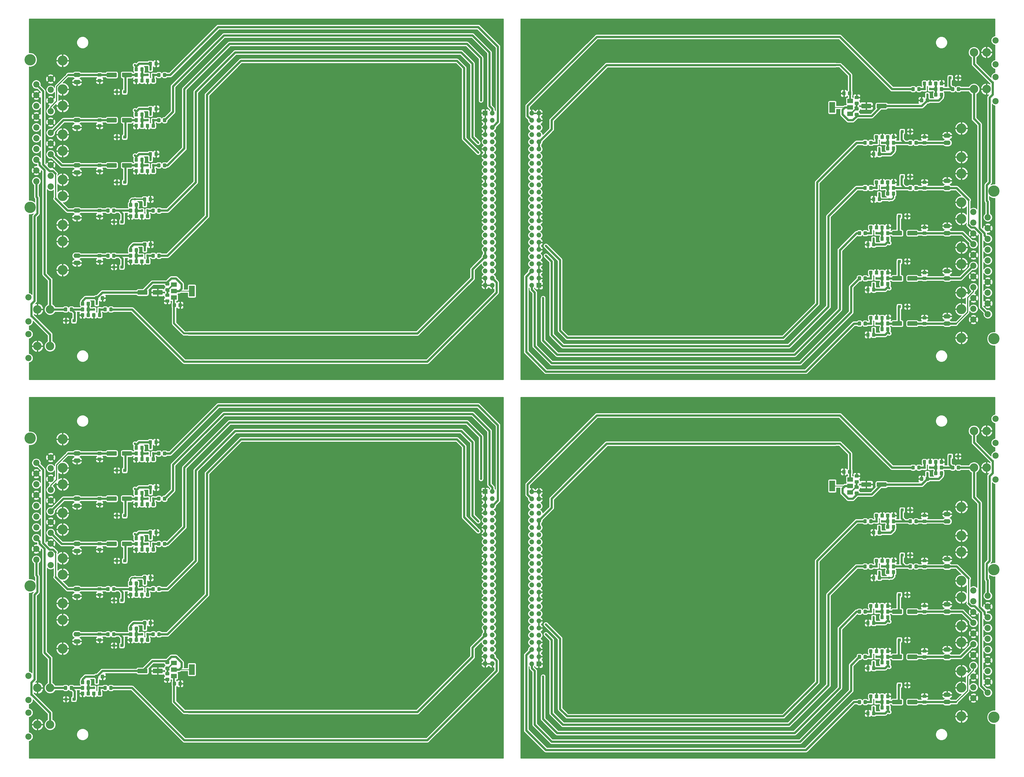
<source format=gbr>
G04 #@! TF.GenerationSoftware,KiCad,Pcbnew,(5.1.5)-2*
G04 #@! TF.CreationDate,2020-07-09T23:44:57+12:00*
G04 #@! TF.ProjectId,output.JVCardx4,6f757470-7574-42e4-9a56-436172647834,rev?*
G04 #@! TF.SameCoordinates,Original*
G04 #@! TF.FileFunction,Copper,L1,Top*
G04 #@! TF.FilePolarity,Positive*
%FSLAX46Y46*%
G04 Gerber Fmt 4.6, Leading zero omitted, Abs format (unit mm)*
G04 Created by KiCad (PCBNEW (5.1.5)-2) date 2020-07-09 23:44:57*
%MOMM*%
%LPD*%
G04 APERTURE LIST*
%ADD10C,0.100000*%
%ADD11O,3.000000X3.000000*%
%ADD12C,2.200000*%
%ADD13R,0.800000X0.900000*%
%ADD14R,1.700000X1.700000*%
%ADD15O,1.700000X1.700000*%
%ADD16R,1.100000X1.100000*%
%ADD17O,2.500000X1.600000*%
%ADD18O,3.500000X3.500000*%
%ADD19C,4.000000*%
%ADD20R,2.000000X3.800000*%
%ADD21R,2.000000X1.500000*%
%ADD22C,0.800000*%
%ADD23C,0.800000*%
%ADD24C,0.700000*%
%ADD25C,0.500000*%
%ADD26C,0.250000*%
%ADD27C,0.400000*%
%ADD28C,0.254000*%
G04 APERTURE END LIST*
G04 #@! TA.AperFunction,SMDPad,CuDef*
D10*
G36*
X258474505Y-220451204D02*
G01*
X258498773Y-220454804D01*
X258522572Y-220460765D01*
X258545671Y-220469030D01*
X258567850Y-220479520D01*
X258588893Y-220492132D01*
X258608599Y-220506747D01*
X258626777Y-220523223D01*
X258643253Y-220541401D01*
X258657868Y-220561107D01*
X258670480Y-220582150D01*
X258680970Y-220604329D01*
X258689235Y-220627428D01*
X258695196Y-220651227D01*
X258698796Y-220675495D01*
X258700000Y-220699999D01*
X258700000Y-221350001D01*
X258698796Y-221374505D01*
X258695196Y-221398773D01*
X258689235Y-221422572D01*
X258680970Y-221445671D01*
X258670480Y-221467850D01*
X258657868Y-221488893D01*
X258643253Y-221508599D01*
X258626777Y-221526777D01*
X258608599Y-221543253D01*
X258588893Y-221557868D01*
X258567850Y-221570480D01*
X258545671Y-221580970D01*
X258522572Y-221589235D01*
X258498773Y-221595196D01*
X258474505Y-221598796D01*
X258450001Y-221600000D01*
X257549999Y-221600000D01*
X257525495Y-221598796D01*
X257501227Y-221595196D01*
X257477428Y-221589235D01*
X257454329Y-221580970D01*
X257432150Y-221570480D01*
X257411107Y-221557868D01*
X257391401Y-221543253D01*
X257373223Y-221526777D01*
X257356747Y-221508599D01*
X257342132Y-221488893D01*
X257329520Y-221467850D01*
X257319030Y-221445671D01*
X257310765Y-221422572D01*
X257304804Y-221398773D01*
X257301204Y-221374505D01*
X257300000Y-221350001D01*
X257300000Y-220699999D01*
X257301204Y-220675495D01*
X257304804Y-220651227D01*
X257310765Y-220627428D01*
X257319030Y-220604329D01*
X257329520Y-220582150D01*
X257342132Y-220561107D01*
X257356747Y-220541401D01*
X257373223Y-220523223D01*
X257391401Y-220506747D01*
X257411107Y-220492132D01*
X257432150Y-220479520D01*
X257454329Y-220469030D01*
X257477428Y-220460765D01*
X257501227Y-220454804D01*
X257525495Y-220451204D01*
X257549999Y-220450000D01*
X258450001Y-220450000D01*
X258474505Y-220451204D01*
G37*
G04 #@! TD.AperFunction*
G04 #@! TA.AperFunction,SMDPad,CuDef*
G36*
X258474505Y-218401204D02*
G01*
X258498773Y-218404804D01*
X258522572Y-218410765D01*
X258545671Y-218419030D01*
X258567850Y-218429520D01*
X258588893Y-218442132D01*
X258608599Y-218456747D01*
X258626777Y-218473223D01*
X258643253Y-218491401D01*
X258657868Y-218511107D01*
X258670480Y-218532150D01*
X258680970Y-218554329D01*
X258689235Y-218577428D01*
X258695196Y-218601227D01*
X258698796Y-218625495D01*
X258700000Y-218649999D01*
X258700000Y-219300001D01*
X258698796Y-219324505D01*
X258695196Y-219348773D01*
X258689235Y-219372572D01*
X258680970Y-219395671D01*
X258670480Y-219417850D01*
X258657868Y-219438893D01*
X258643253Y-219458599D01*
X258626777Y-219476777D01*
X258608599Y-219493253D01*
X258588893Y-219507868D01*
X258567850Y-219520480D01*
X258545671Y-219530970D01*
X258522572Y-219539235D01*
X258498773Y-219545196D01*
X258474505Y-219548796D01*
X258450001Y-219550000D01*
X257549999Y-219550000D01*
X257525495Y-219548796D01*
X257501227Y-219545196D01*
X257477428Y-219539235D01*
X257454329Y-219530970D01*
X257432150Y-219520480D01*
X257411107Y-219507868D01*
X257391401Y-219493253D01*
X257373223Y-219476777D01*
X257356747Y-219458599D01*
X257342132Y-219438893D01*
X257329520Y-219417850D01*
X257319030Y-219395671D01*
X257310765Y-219372572D01*
X257304804Y-219348773D01*
X257301204Y-219324505D01*
X257300000Y-219300001D01*
X257300000Y-218649999D01*
X257301204Y-218625495D01*
X257304804Y-218601227D01*
X257310765Y-218577428D01*
X257319030Y-218554329D01*
X257329520Y-218532150D01*
X257342132Y-218511107D01*
X257356747Y-218491401D01*
X257373223Y-218473223D01*
X257391401Y-218456747D01*
X257411107Y-218442132D01*
X257432150Y-218429520D01*
X257454329Y-218419030D01*
X257477428Y-218410765D01*
X257501227Y-218404804D01*
X257525495Y-218401204D01*
X257549999Y-218400000D01*
X258450001Y-218400000D01*
X258474505Y-218401204D01*
G37*
G04 #@! TD.AperFunction*
G04 #@! TA.AperFunction,SMDPad,CuDef*
G36*
X240374505Y-240301204D02*
G01*
X240398773Y-240304804D01*
X240422572Y-240310765D01*
X240445671Y-240319030D01*
X240467850Y-240329520D01*
X240488893Y-240342132D01*
X240508599Y-240356747D01*
X240526777Y-240373223D01*
X240543253Y-240391401D01*
X240557868Y-240411107D01*
X240570480Y-240432150D01*
X240580970Y-240454329D01*
X240589235Y-240477428D01*
X240595196Y-240501227D01*
X240598796Y-240525495D01*
X240600000Y-240549999D01*
X240600000Y-241450001D01*
X240598796Y-241474505D01*
X240595196Y-241498773D01*
X240589235Y-241522572D01*
X240580970Y-241545671D01*
X240570480Y-241567850D01*
X240557868Y-241588893D01*
X240543253Y-241608599D01*
X240526777Y-241626777D01*
X240508599Y-241643253D01*
X240488893Y-241657868D01*
X240467850Y-241670480D01*
X240445671Y-241680970D01*
X240422572Y-241689235D01*
X240398773Y-241695196D01*
X240374505Y-241698796D01*
X240350001Y-241700000D01*
X239699999Y-241700000D01*
X239675495Y-241698796D01*
X239651227Y-241695196D01*
X239627428Y-241689235D01*
X239604329Y-241680970D01*
X239582150Y-241670480D01*
X239561107Y-241657868D01*
X239541401Y-241643253D01*
X239523223Y-241626777D01*
X239506747Y-241608599D01*
X239492132Y-241588893D01*
X239479520Y-241567850D01*
X239469030Y-241545671D01*
X239460765Y-241522572D01*
X239454804Y-241498773D01*
X239451204Y-241474505D01*
X239450000Y-241450001D01*
X239450000Y-240549999D01*
X239451204Y-240525495D01*
X239454804Y-240501227D01*
X239460765Y-240477428D01*
X239469030Y-240454329D01*
X239479520Y-240432150D01*
X239492132Y-240411107D01*
X239506747Y-240391401D01*
X239523223Y-240373223D01*
X239541401Y-240356747D01*
X239561107Y-240342132D01*
X239582150Y-240329520D01*
X239604329Y-240319030D01*
X239627428Y-240310765D01*
X239651227Y-240304804D01*
X239675495Y-240301204D01*
X239699999Y-240300000D01*
X240350001Y-240300000D01*
X240374505Y-240301204D01*
G37*
G04 #@! TD.AperFunction*
G04 #@! TA.AperFunction,SMDPad,CuDef*
G36*
X238324505Y-240301204D02*
G01*
X238348773Y-240304804D01*
X238372572Y-240310765D01*
X238395671Y-240319030D01*
X238417850Y-240329520D01*
X238438893Y-240342132D01*
X238458599Y-240356747D01*
X238476777Y-240373223D01*
X238493253Y-240391401D01*
X238507868Y-240411107D01*
X238520480Y-240432150D01*
X238530970Y-240454329D01*
X238539235Y-240477428D01*
X238545196Y-240501227D01*
X238548796Y-240525495D01*
X238550000Y-240549999D01*
X238550000Y-241450001D01*
X238548796Y-241474505D01*
X238545196Y-241498773D01*
X238539235Y-241522572D01*
X238530970Y-241545671D01*
X238520480Y-241567850D01*
X238507868Y-241588893D01*
X238493253Y-241608599D01*
X238476777Y-241626777D01*
X238458599Y-241643253D01*
X238438893Y-241657868D01*
X238417850Y-241670480D01*
X238395671Y-241680970D01*
X238372572Y-241689235D01*
X238348773Y-241695196D01*
X238324505Y-241698796D01*
X238300001Y-241700000D01*
X237649999Y-241700000D01*
X237625495Y-241698796D01*
X237601227Y-241695196D01*
X237577428Y-241689235D01*
X237554329Y-241680970D01*
X237532150Y-241670480D01*
X237511107Y-241657868D01*
X237491401Y-241643253D01*
X237473223Y-241626777D01*
X237456747Y-241608599D01*
X237442132Y-241588893D01*
X237429520Y-241567850D01*
X237419030Y-241545671D01*
X237410765Y-241522572D01*
X237404804Y-241498773D01*
X237401204Y-241474505D01*
X237400000Y-241450001D01*
X237400000Y-240549999D01*
X237401204Y-240525495D01*
X237404804Y-240501227D01*
X237410765Y-240477428D01*
X237419030Y-240454329D01*
X237429520Y-240432150D01*
X237442132Y-240411107D01*
X237456747Y-240391401D01*
X237473223Y-240373223D01*
X237491401Y-240356747D01*
X237511107Y-240342132D01*
X237532150Y-240329520D01*
X237554329Y-240319030D01*
X237577428Y-240310765D01*
X237601227Y-240304804D01*
X237625495Y-240301204D01*
X237649999Y-240300000D01*
X238300001Y-240300000D01*
X238324505Y-240301204D01*
G37*
G04 #@! TD.AperFunction*
G04 #@! TA.AperFunction,SMDPad,CuDef*
G36*
X240374505Y-256301204D02*
G01*
X240398773Y-256304804D01*
X240422572Y-256310765D01*
X240445671Y-256319030D01*
X240467850Y-256329520D01*
X240488893Y-256342132D01*
X240508599Y-256356747D01*
X240526777Y-256373223D01*
X240543253Y-256391401D01*
X240557868Y-256411107D01*
X240570480Y-256432150D01*
X240580970Y-256454329D01*
X240589235Y-256477428D01*
X240595196Y-256501227D01*
X240598796Y-256525495D01*
X240600000Y-256549999D01*
X240600000Y-257450001D01*
X240598796Y-257474505D01*
X240595196Y-257498773D01*
X240589235Y-257522572D01*
X240580970Y-257545671D01*
X240570480Y-257567850D01*
X240557868Y-257588893D01*
X240543253Y-257608599D01*
X240526777Y-257626777D01*
X240508599Y-257643253D01*
X240488893Y-257657868D01*
X240467850Y-257670480D01*
X240445671Y-257680970D01*
X240422572Y-257689235D01*
X240398773Y-257695196D01*
X240374505Y-257698796D01*
X240350001Y-257700000D01*
X239699999Y-257700000D01*
X239675495Y-257698796D01*
X239651227Y-257695196D01*
X239627428Y-257689235D01*
X239604329Y-257680970D01*
X239582150Y-257670480D01*
X239561107Y-257657868D01*
X239541401Y-257643253D01*
X239523223Y-257626777D01*
X239506747Y-257608599D01*
X239492132Y-257588893D01*
X239479520Y-257567850D01*
X239469030Y-257545671D01*
X239460765Y-257522572D01*
X239454804Y-257498773D01*
X239451204Y-257474505D01*
X239450000Y-257450001D01*
X239450000Y-256549999D01*
X239451204Y-256525495D01*
X239454804Y-256501227D01*
X239460765Y-256477428D01*
X239469030Y-256454329D01*
X239479520Y-256432150D01*
X239492132Y-256411107D01*
X239506747Y-256391401D01*
X239523223Y-256373223D01*
X239541401Y-256356747D01*
X239561107Y-256342132D01*
X239582150Y-256329520D01*
X239604329Y-256319030D01*
X239627428Y-256310765D01*
X239651227Y-256304804D01*
X239675495Y-256301204D01*
X239699999Y-256300000D01*
X240350001Y-256300000D01*
X240374505Y-256301204D01*
G37*
G04 #@! TD.AperFunction*
G04 #@! TA.AperFunction,SMDPad,CuDef*
G36*
X238324505Y-256301204D02*
G01*
X238348773Y-256304804D01*
X238372572Y-256310765D01*
X238395671Y-256319030D01*
X238417850Y-256329520D01*
X238438893Y-256342132D01*
X238458599Y-256356747D01*
X238476777Y-256373223D01*
X238493253Y-256391401D01*
X238507868Y-256411107D01*
X238520480Y-256432150D01*
X238530970Y-256454329D01*
X238539235Y-256477428D01*
X238545196Y-256501227D01*
X238548796Y-256525495D01*
X238550000Y-256549999D01*
X238550000Y-257450001D01*
X238548796Y-257474505D01*
X238545196Y-257498773D01*
X238539235Y-257522572D01*
X238530970Y-257545671D01*
X238520480Y-257567850D01*
X238507868Y-257588893D01*
X238493253Y-257608599D01*
X238476777Y-257626777D01*
X238458599Y-257643253D01*
X238438893Y-257657868D01*
X238417850Y-257670480D01*
X238395671Y-257680970D01*
X238372572Y-257689235D01*
X238348773Y-257695196D01*
X238324505Y-257698796D01*
X238300001Y-257700000D01*
X237649999Y-257700000D01*
X237625495Y-257698796D01*
X237601227Y-257695196D01*
X237577428Y-257689235D01*
X237554329Y-257680970D01*
X237532150Y-257670480D01*
X237511107Y-257657868D01*
X237491401Y-257643253D01*
X237473223Y-257626777D01*
X237456747Y-257608599D01*
X237442132Y-257588893D01*
X237429520Y-257567850D01*
X237419030Y-257545671D01*
X237410765Y-257522572D01*
X237404804Y-257498773D01*
X237401204Y-257474505D01*
X237400000Y-257450001D01*
X237400000Y-256549999D01*
X237401204Y-256525495D01*
X237404804Y-256501227D01*
X237410765Y-256477428D01*
X237419030Y-256454329D01*
X237429520Y-256432150D01*
X237442132Y-256411107D01*
X237456747Y-256391401D01*
X237473223Y-256373223D01*
X237491401Y-256356747D01*
X237511107Y-256342132D01*
X237532150Y-256329520D01*
X237554329Y-256319030D01*
X237577428Y-256310765D01*
X237601227Y-256304804D01*
X237625495Y-256301204D01*
X237649999Y-256300000D01*
X238300001Y-256300000D01*
X238324505Y-256301204D01*
G37*
G04 #@! TD.AperFunction*
D11*
X275500000Y-170000000D03*
X280000000Y-170000000D03*
D12*
X283150000Y-174250000D03*
X283150000Y-165750000D03*
D11*
X275500000Y-157000000D03*
X280000000Y-157000000D03*
D12*
X283150000Y-161250000D03*
X283150000Y-152750000D03*
G04 #@! TA.AperFunction,SMDPad,CuDef*
D10*
G36*
X243324505Y-252301204D02*
G01*
X243348773Y-252304804D01*
X243372572Y-252310765D01*
X243395671Y-252319030D01*
X243417850Y-252329520D01*
X243438893Y-252342132D01*
X243458599Y-252356747D01*
X243476777Y-252373223D01*
X243493253Y-252391401D01*
X243507868Y-252411107D01*
X243520480Y-252432150D01*
X243530970Y-252454329D01*
X243539235Y-252477428D01*
X243545196Y-252501227D01*
X243548796Y-252525495D01*
X243550000Y-252549999D01*
X243550000Y-253450001D01*
X243548796Y-253474505D01*
X243545196Y-253498773D01*
X243539235Y-253522572D01*
X243530970Y-253545671D01*
X243520480Y-253567850D01*
X243507868Y-253588893D01*
X243493253Y-253608599D01*
X243476777Y-253626777D01*
X243458599Y-253643253D01*
X243438893Y-253657868D01*
X243417850Y-253670480D01*
X243395671Y-253680970D01*
X243372572Y-253689235D01*
X243348773Y-253695196D01*
X243324505Y-253698796D01*
X243300001Y-253700000D01*
X242649999Y-253700000D01*
X242625495Y-253698796D01*
X242601227Y-253695196D01*
X242577428Y-253689235D01*
X242554329Y-253680970D01*
X242532150Y-253670480D01*
X242511107Y-253657868D01*
X242491401Y-253643253D01*
X242473223Y-253626777D01*
X242456747Y-253608599D01*
X242442132Y-253588893D01*
X242429520Y-253567850D01*
X242419030Y-253545671D01*
X242410765Y-253522572D01*
X242404804Y-253498773D01*
X242401204Y-253474505D01*
X242400000Y-253450001D01*
X242400000Y-252549999D01*
X242401204Y-252525495D01*
X242404804Y-252501227D01*
X242410765Y-252477428D01*
X242419030Y-252454329D01*
X242429520Y-252432150D01*
X242442132Y-252411107D01*
X242456747Y-252391401D01*
X242473223Y-252373223D01*
X242491401Y-252356747D01*
X242511107Y-252342132D01*
X242532150Y-252329520D01*
X242554329Y-252319030D01*
X242577428Y-252310765D01*
X242601227Y-252304804D01*
X242625495Y-252301204D01*
X242649999Y-252300000D01*
X243300001Y-252300000D01*
X243324505Y-252301204D01*
G37*
G04 #@! TD.AperFunction*
G04 #@! TA.AperFunction,SMDPad,CuDef*
G36*
X245374505Y-252301204D02*
G01*
X245398773Y-252304804D01*
X245422572Y-252310765D01*
X245445671Y-252319030D01*
X245467850Y-252329520D01*
X245488893Y-252342132D01*
X245508599Y-252356747D01*
X245526777Y-252373223D01*
X245543253Y-252391401D01*
X245557868Y-252411107D01*
X245570480Y-252432150D01*
X245580970Y-252454329D01*
X245589235Y-252477428D01*
X245595196Y-252501227D01*
X245598796Y-252525495D01*
X245600000Y-252549999D01*
X245600000Y-253450001D01*
X245598796Y-253474505D01*
X245595196Y-253498773D01*
X245589235Y-253522572D01*
X245580970Y-253545671D01*
X245570480Y-253567850D01*
X245557868Y-253588893D01*
X245543253Y-253608599D01*
X245526777Y-253626777D01*
X245508599Y-253643253D01*
X245488893Y-253657868D01*
X245467850Y-253670480D01*
X245445671Y-253680970D01*
X245422572Y-253689235D01*
X245398773Y-253695196D01*
X245374505Y-253698796D01*
X245350001Y-253700000D01*
X244699999Y-253700000D01*
X244675495Y-253698796D01*
X244651227Y-253695196D01*
X244627428Y-253689235D01*
X244604329Y-253680970D01*
X244582150Y-253670480D01*
X244561107Y-253657868D01*
X244541401Y-253643253D01*
X244523223Y-253626777D01*
X244506747Y-253608599D01*
X244492132Y-253588893D01*
X244479520Y-253567850D01*
X244469030Y-253545671D01*
X244460765Y-253522572D01*
X244454804Y-253498773D01*
X244451204Y-253474505D01*
X244450000Y-253450001D01*
X244450000Y-252549999D01*
X244451204Y-252525495D01*
X244454804Y-252501227D01*
X244460765Y-252477428D01*
X244469030Y-252454329D01*
X244479520Y-252432150D01*
X244492132Y-252411107D01*
X244506747Y-252391401D01*
X244523223Y-252373223D01*
X244541401Y-252356747D01*
X244561107Y-252342132D01*
X244582150Y-252329520D01*
X244604329Y-252319030D01*
X244627428Y-252310765D01*
X244651227Y-252304804D01*
X244675495Y-252301204D01*
X244699999Y-252300000D01*
X245350001Y-252300000D01*
X245374505Y-252301204D01*
G37*
G04 #@! TD.AperFunction*
G04 #@! TA.AperFunction,SMDPad,CuDef*
G36*
X262324505Y-169301204D02*
G01*
X262348773Y-169304804D01*
X262372572Y-169310765D01*
X262395671Y-169319030D01*
X262417850Y-169329520D01*
X262438893Y-169342132D01*
X262458599Y-169356747D01*
X262476777Y-169373223D01*
X262493253Y-169391401D01*
X262507868Y-169411107D01*
X262520480Y-169432150D01*
X262530970Y-169454329D01*
X262539235Y-169477428D01*
X262545196Y-169501227D01*
X262548796Y-169525495D01*
X262550000Y-169549999D01*
X262550000Y-170450001D01*
X262548796Y-170474505D01*
X262545196Y-170498773D01*
X262539235Y-170522572D01*
X262530970Y-170545671D01*
X262520480Y-170567850D01*
X262507868Y-170588893D01*
X262493253Y-170608599D01*
X262476777Y-170626777D01*
X262458599Y-170643253D01*
X262438893Y-170657868D01*
X262417850Y-170670480D01*
X262395671Y-170680970D01*
X262372572Y-170689235D01*
X262348773Y-170695196D01*
X262324505Y-170698796D01*
X262300001Y-170700000D01*
X261649999Y-170700000D01*
X261625495Y-170698796D01*
X261601227Y-170695196D01*
X261577428Y-170689235D01*
X261554329Y-170680970D01*
X261532150Y-170670480D01*
X261511107Y-170657868D01*
X261491401Y-170643253D01*
X261473223Y-170626777D01*
X261456747Y-170608599D01*
X261442132Y-170588893D01*
X261429520Y-170567850D01*
X261419030Y-170545671D01*
X261410765Y-170522572D01*
X261404804Y-170498773D01*
X261401204Y-170474505D01*
X261400000Y-170450001D01*
X261400000Y-169549999D01*
X261401204Y-169525495D01*
X261404804Y-169501227D01*
X261410765Y-169477428D01*
X261419030Y-169454329D01*
X261429520Y-169432150D01*
X261442132Y-169411107D01*
X261456747Y-169391401D01*
X261473223Y-169373223D01*
X261491401Y-169356747D01*
X261511107Y-169342132D01*
X261532150Y-169329520D01*
X261554329Y-169319030D01*
X261577428Y-169310765D01*
X261601227Y-169304804D01*
X261625495Y-169301204D01*
X261649999Y-169300000D01*
X262300001Y-169300000D01*
X262324505Y-169301204D01*
G37*
G04 #@! TD.AperFunction*
G04 #@! TA.AperFunction,SMDPad,CuDef*
G36*
X264374505Y-169301204D02*
G01*
X264398773Y-169304804D01*
X264422572Y-169310765D01*
X264445671Y-169319030D01*
X264467850Y-169329520D01*
X264488893Y-169342132D01*
X264508599Y-169356747D01*
X264526777Y-169373223D01*
X264543253Y-169391401D01*
X264557868Y-169411107D01*
X264570480Y-169432150D01*
X264580970Y-169454329D01*
X264589235Y-169477428D01*
X264595196Y-169501227D01*
X264598796Y-169525495D01*
X264600000Y-169549999D01*
X264600000Y-170450001D01*
X264598796Y-170474505D01*
X264595196Y-170498773D01*
X264589235Y-170522572D01*
X264580970Y-170545671D01*
X264570480Y-170567850D01*
X264557868Y-170588893D01*
X264543253Y-170608599D01*
X264526777Y-170626777D01*
X264508599Y-170643253D01*
X264488893Y-170657868D01*
X264467850Y-170670480D01*
X264445671Y-170680970D01*
X264422572Y-170689235D01*
X264398773Y-170695196D01*
X264374505Y-170698796D01*
X264350001Y-170700000D01*
X263699999Y-170700000D01*
X263675495Y-170698796D01*
X263651227Y-170695196D01*
X263627428Y-170689235D01*
X263604329Y-170680970D01*
X263582150Y-170670480D01*
X263561107Y-170657868D01*
X263541401Y-170643253D01*
X263523223Y-170626777D01*
X263506747Y-170608599D01*
X263492132Y-170588893D01*
X263479520Y-170567850D01*
X263469030Y-170545671D01*
X263460765Y-170522572D01*
X263454804Y-170498773D01*
X263451204Y-170474505D01*
X263450000Y-170450001D01*
X263450000Y-169549999D01*
X263451204Y-169525495D01*
X263454804Y-169501227D01*
X263460765Y-169477428D01*
X263469030Y-169454329D01*
X263479520Y-169432150D01*
X263492132Y-169411107D01*
X263506747Y-169391401D01*
X263523223Y-169373223D01*
X263541401Y-169356747D01*
X263561107Y-169342132D01*
X263582150Y-169329520D01*
X263604329Y-169319030D01*
X263627428Y-169310765D01*
X263651227Y-169304804D01*
X263675495Y-169301204D01*
X263699999Y-169300000D01*
X264350001Y-169300000D01*
X264374505Y-169301204D01*
G37*
G04 #@! TD.AperFunction*
G04 #@! TA.AperFunction,SMDPad,CuDef*
G36*
X247374505Y-206301204D02*
G01*
X247398773Y-206304804D01*
X247422572Y-206310765D01*
X247445671Y-206319030D01*
X247467850Y-206329520D01*
X247488893Y-206342132D01*
X247508599Y-206356747D01*
X247526777Y-206373223D01*
X247543253Y-206391401D01*
X247557868Y-206411107D01*
X247570480Y-206432150D01*
X247580970Y-206454329D01*
X247589235Y-206477428D01*
X247595196Y-206501227D01*
X247598796Y-206525495D01*
X247600000Y-206549999D01*
X247600000Y-207450001D01*
X247598796Y-207474505D01*
X247595196Y-207498773D01*
X247589235Y-207522572D01*
X247580970Y-207545671D01*
X247570480Y-207567850D01*
X247557868Y-207588893D01*
X247543253Y-207608599D01*
X247526777Y-207626777D01*
X247508599Y-207643253D01*
X247488893Y-207657868D01*
X247467850Y-207670480D01*
X247445671Y-207680970D01*
X247422572Y-207689235D01*
X247398773Y-207695196D01*
X247374505Y-207698796D01*
X247350001Y-207700000D01*
X246699999Y-207700000D01*
X246675495Y-207698796D01*
X246651227Y-207695196D01*
X246627428Y-207689235D01*
X246604329Y-207680970D01*
X246582150Y-207670480D01*
X246561107Y-207657868D01*
X246541401Y-207643253D01*
X246523223Y-207626777D01*
X246506747Y-207608599D01*
X246492132Y-207588893D01*
X246479520Y-207567850D01*
X246469030Y-207545671D01*
X246460765Y-207522572D01*
X246454804Y-207498773D01*
X246451204Y-207474505D01*
X246450000Y-207450001D01*
X246450000Y-206549999D01*
X246451204Y-206525495D01*
X246454804Y-206501227D01*
X246460765Y-206477428D01*
X246469030Y-206454329D01*
X246479520Y-206432150D01*
X246492132Y-206411107D01*
X246506747Y-206391401D01*
X246523223Y-206373223D01*
X246541401Y-206356747D01*
X246561107Y-206342132D01*
X246582150Y-206329520D01*
X246604329Y-206319030D01*
X246627428Y-206310765D01*
X246651227Y-206304804D01*
X246675495Y-206301204D01*
X246699999Y-206300000D01*
X247350001Y-206300000D01*
X247374505Y-206301204D01*
G37*
G04 #@! TD.AperFunction*
G04 #@! TA.AperFunction,SMDPad,CuDef*
G36*
X245324505Y-206301204D02*
G01*
X245348773Y-206304804D01*
X245372572Y-206310765D01*
X245395671Y-206319030D01*
X245417850Y-206329520D01*
X245438893Y-206342132D01*
X245458599Y-206356747D01*
X245476777Y-206373223D01*
X245493253Y-206391401D01*
X245507868Y-206411107D01*
X245520480Y-206432150D01*
X245530970Y-206454329D01*
X245539235Y-206477428D01*
X245545196Y-206501227D01*
X245548796Y-206525495D01*
X245550000Y-206549999D01*
X245550000Y-207450001D01*
X245548796Y-207474505D01*
X245545196Y-207498773D01*
X245539235Y-207522572D01*
X245530970Y-207545671D01*
X245520480Y-207567850D01*
X245507868Y-207588893D01*
X245493253Y-207608599D01*
X245476777Y-207626777D01*
X245458599Y-207643253D01*
X245438893Y-207657868D01*
X245417850Y-207670480D01*
X245395671Y-207680970D01*
X245372572Y-207689235D01*
X245348773Y-207695196D01*
X245324505Y-207698796D01*
X245300001Y-207700000D01*
X244649999Y-207700000D01*
X244625495Y-207698796D01*
X244601227Y-207695196D01*
X244577428Y-207689235D01*
X244554329Y-207680970D01*
X244532150Y-207670480D01*
X244511107Y-207657868D01*
X244491401Y-207643253D01*
X244473223Y-207626777D01*
X244456747Y-207608599D01*
X244442132Y-207588893D01*
X244429520Y-207567850D01*
X244419030Y-207545671D01*
X244410765Y-207522572D01*
X244404804Y-207498773D01*
X244401204Y-207474505D01*
X244400000Y-207450001D01*
X244400000Y-206549999D01*
X244401204Y-206525495D01*
X244404804Y-206501227D01*
X244410765Y-206477428D01*
X244419030Y-206454329D01*
X244429520Y-206432150D01*
X244442132Y-206411107D01*
X244456747Y-206391401D01*
X244473223Y-206373223D01*
X244491401Y-206356747D01*
X244511107Y-206342132D01*
X244532150Y-206329520D01*
X244554329Y-206319030D01*
X244577428Y-206310765D01*
X244601227Y-206304804D01*
X244625495Y-206301204D01*
X244649999Y-206300000D01*
X245300001Y-206300000D01*
X245324505Y-206301204D01*
G37*
G04 #@! TD.AperFunction*
G04 #@! TA.AperFunction,SMDPad,CuDef*
G36*
X245374505Y-238301204D02*
G01*
X245398773Y-238304804D01*
X245422572Y-238310765D01*
X245445671Y-238319030D01*
X245467850Y-238329520D01*
X245488893Y-238342132D01*
X245508599Y-238356747D01*
X245526777Y-238373223D01*
X245543253Y-238391401D01*
X245557868Y-238411107D01*
X245570480Y-238432150D01*
X245580970Y-238454329D01*
X245589235Y-238477428D01*
X245595196Y-238501227D01*
X245598796Y-238525495D01*
X245600000Y-238549999D01*
X245600000Y-239450001D01*
X245598796Y-239474505D01*
X245595196Y-239498773D01*
X245589235Y-239522572D01*
X245580970Y-239545671D01*
X245570480Y-239567850D01*
X245557868Y-239588893D01*
X245543253Y-239608599D01*
X245526777Y-239626777D01*
X245508599Y-239643253D01*
X245488893Y-239657868D01*
X245467850Y-239670480D01*
X245445671Y-239680970D01*
X245422572Y-239689235D01*
X245398773Y-239695196D01*
X245374505Y-239698796D01*
X245350001Y-239700000D01*
X244699999Y-239700000D01*
X244675495Y-239698796D01*
X244651227Y-239695196D01*
X244627428Y-239689235D01*
X244604329Y-239680970D01*
X244582150Y-239670480D01*
X244561107Y-239657868D01*
X244541401Y-239643253D01*
X244523223Y-239626777D01*
X244506747Y-239608599D01*
X244492132Y-239588893D01*
X244479520Y-239567850D01*
X244469030Y-239545671D01*
X244460765Y-239522572D01*
X244454804Y-239498773D01*
X244451204Y-239474505D01*
X244450000Y-239450001D01*
X244450000Y-238549999D01*
X244451204Y-238525495D01*
X244454804Y-238501227D01*
X244460765Y-238477428D01*
X244469030Y-238454329D01*
X244479520Y-238432150D01*
X244492132Y-238411107D01*
X244506747Y-238391401D01*
X244523223Y-238373223D01*
X244541401Y-238356747D01*
X244561107Y-238342132D01*
X244582150Y-238329520D01*
X244604329Y-238319030D01*
X244627428Y-238310765D01*
X244651227Y-238304804D01*
X244675495Y-238301204D01*
X244699999Y-238300000D01*
X245350001Y-238300000D01*
X245374505Y-238301204D01*
G37*
G04 #@! TD.AperFunction*
G04 #@! TA.AperFunction,SMDPad,CuDef*
G36*
X243324505Y-238301204D02*
G01*
X243348773Y-238304804D01*
X243372572Y-238310765D01*
X243395671Y-238319030D01*
X243417850Y-238329520D01*
X243438893Y-238342132D01*
X243458599Y-238356747D01*
X243476777Y-238373223D01*
X243493253Y-238391401D01*
X243507868Y-238411107D01*
X243520480Y-238432150D01*
X243530970Y-238454329D01*
X243539235Y-238477428D01*
X243545196Y-238501227D01*
X243548796Y-238525495D01*
X243550000Y-238549999D01*
X243550000Y-239450001D01*
X243548796Y-239474505D01*
X243545196Y-239498773D01*
X243539235Y-239522572D01*
X243530970Y-239545671D01*
X243520480Y-239567850D01*
X243507868Y-239588893D01*
X243493253Y-239608599D01*
X243476777Y-239626777D01*
X243458599Y-239643253D01*
X243438893Y-239657868D01*
X243417850Y-239670480D01*
X243395671Y-239680970D01*
X243372572Y-239689235D01*
X243348773Y-239695196D01*
X243324505Y-239698796D01*
X243300001Y-239700000D01*
X242649999Y-239700000D01*
X242625495Y-239698796D01*
X242601227Y-239695196D01*
X242577428Y-239689235D01*
X242554329Y-239680970D01*
X242532150Y-239670480D01*
X242511107Y-239657868D01*
X242491401Y-239643253D01*
X242473223Y-239626777D01*
X242456747Y-239608599D01*
X242442132Y-239588893D01*
X242429520Y-239567850D01*
X242419030Y-239545671D01*
X242410765Y-239522572D01*
X242404804Y-239498773D01*
X242401204Y-239474505D01*
X242400000Y-239450001D01*
X242400000Y-238549999D01*
X242401204Y-238525495D01*
X242404804Y-238501227D01*
X242410765Y-238477428D01*
X242419030Y-238454329D01*
X242429520Y-238432150D01*
X242442132Y-238411107D01*
X242456747Y-238391401D01*
X242473223Y-238373223D01*
X242491401Y-238356747D01*
X242511107Y-238342132D01*
X242532150Y-238329520D01*
X242554329Y-238319030D01*
X242577428Y-238310765D01*
X242601227Y-238304804D01*
X242625495Y-238301204D01*
X242649999Y-238300000D01*
X243300001Y-238300000D01*
X243324505Y-238301204D01*
G37*
G04 #@! TD.AperFunction*
G04 #@! TA.AperFunction,SMDPad,CuDef*
G36*
X240374505Y-224301204D02*
G01*
X240398773Y-224304804D01*
X240422572Y-224310765D01*
X240445671Y-224319030D01*
X240467850Y-224329520D01*
X240488893Y-224342132D01*
X240508599Y-224356747D01*
X240526777Y-224373223D01*
X240543253Y-224391401D01*
X240557868Y-224411107D01*
X240570480Y-224432150D01*
X240580970Y-224454329D01*
X240589235Y-224477428D01*
X240595196Y-224501227D01*
X240598796Y-224525495D01*
X240600000Y-224549999D01*
X240600000Y-225450001D01*
X240598796Y-225474505D01*
X240595196Y-225498773D01*
X240589235Y-225522572D01*
X240580970Y-225545671D01*
X240570480Y-225567850D01*
X240557868Y-225588893D01*
X240543253Y-225608599D01*
X240526777Y-225626777D01*
X240508599Y-225643253D01*
X240488893Y-225657868D01*
X240467850Y-225670480D01*
X240445671Y-225680970D01*
X240422572Y-225689235D01*
X240398773Y-225695196D01*
X240374505Y-225698796D01*
X240350001Y-225700000D01*
X239699999Y-225700000D01*
X239675495Y-225698796D01*
X239651227Y-225695196D01*
X239627428Y-225689235D01*
X239604329Y-225680970D01*
X239582150Y-225670480D01*
X239561107Y-225657868D01*
X239541401Y-225643253D01*
X239523223Y-225626777D01*
X239506747Y-225608599D01*
X239492132Y-225588893D01*
X239479520Y-225567850D01*
X239469030Y-225545671D01*
X239460765Y-225522572D01*
X239454804Y-225498773D01*
X239451204Y-225474505D01*
X239450000Y-225450001D01*
X239450000Y-224549999D01*
X239451204Y-224525495D01*
X239454804Y-224501227D01*
X239460765Y-224477428D01*
X239469030Y-224454329D01*
X239479520Y-224432150D01*
X239492132Y-224411107D01*
X239506747Y-224391401D01*
X239523223Y-224373223D01*
X239541401Y-224356747D01*
X239561107Y-224342132D01*
X239582150Y-224329520D01*
X239604329Y-224319030D01*
X239627428Y-224310765D01*
X239651227Y-224304804D01*
X239675495Y-224301204D01*
X239699999Y-224300000D01*
X240350001Y-224300000D01*
X240374505Y-224301204D01*
G37*
G04 #@! TD.AperFunction*
G04 #@! TA.AperFunction,SMDPad,CuDef*
G36*
X238324505Y-224301204D02*
G01*
X238348773Y-224304804D01*
X238372572Y-224310765D01*
X238395671Y-224319030D01*
X238417850Y-224329520D01*
X238438893Y-224342132D01*
X238458599Y-224356747D01*
X238476777Y-224373223D01*
X238493253Y-224391401D01*
X238507868Y-224411107D01*
X238520480Y-224432150D01*
X238530970Y-224454329D01*
X238539235Y-224477428D01*
X238545196Y-224501227D01*
X238548796Y-224525495D01*
X238550000Y-224549999D01*
X238550000Y-225450001D01*
X238548796Y-225474505D01*
X238545196Y-225498773D01*
X238539235Y-225522572D01*
X238530970Y-225545671D01*
X238520480Y-225567850D01*
X238507868Y-225588893D01*
X238493253Y-225608599D01*
X238476777Y-225626777D01*
X238458599Y-225643253D01*
X238438893Y-225657868D01*
X238417850Y-225670480D01*
X238395671Y-225680970D01*
X238372572Y-225689235D01*
X238348773Y-225695196D01*
X238324505Y-225698796D01*
X238300001Y-225700000D01*
X237649999Y-225700000D01*
X237625495Y-225698796D01*
X237601227Y-225695196D01*
X237577428Y-225689235D01*
X237554329Y-225680970D01*
X237532150Y-225670480D01*
X237511107Y-225657868D01*
X237491401Y-225643253D01*
X237473223Y-225626777D01*
X237456747Y-225608599D01*
X237442132Y-225588893D01*
X237429520Y-225567850D01*
X237419030Y-225545671D01*
X237410765Y-225522572D01*
X237404804Y-225498773D01*
X237401204Y-225474505D01*
X237400000Y-225450001D01*
X237400000Y-224549999D01*
X237401204Y-224525495D01*
X237404804Y-224501227D01*
X237410765Y-224477428D01*
X237419030Y-224454329D01*
X237429520Y-224432150D01*
X237442132Y-224411107D01*
X237456747Y-224391401D01*
X237473223Y-224373223D01*
X237491401Y-224356747D01*
X237511107Y-224342132D01*
X237532150Y-224329520D01*
X237554329Y-224319030D01*
X237577428Y-224310765D01*
X237601227Y-224304804D01*
X237625495Y-224301204D01*
X237649999Y-224300000D01*
X238300001Y-224300000D01*
X238324505Y-224301204D01*
G37*
G04 #@! TD.AperFunction*
G04 #@! TA.AperFunction,SMDPad,CuDef*
G36*
X259374505Y-173301204D02*
G01*
X259398773Y-173304804D01*
X259422572Y-173310765D01*
X259445671Y-173319030D01*
X259467850Y-173329520D01*
X259488893Y-173342132D01*
X259508599Y-173356747D01*
X259526777Y-173373223D01*
X259543253Y-173391401D01*
X259557868Y-173411107D01*
X259570480Y-173432150D01*
X259580970Y-173454329D01*
X259589235Y-173477428D01*
X259595196Y-173501227D01*
X259598796Y-173525495D01*
X259600000Y-173549999D01*
X259600000Y-174450001D01*
X259598796Y-174474505D01*
X259595196Y-174498773D01*
X259589235Y-174522572D01*
X259580970Y-174545671D01*
X259570480Y-174567850D01*
X259557868Y-174588893D01*
X259543253Y-174608599D01*
X259526777Y-174626777D01*
X259508599Y-174643253D01*
X259488893Y-174657868D01*
X259467850Y-174670480D01*
X259445671Y-174680970D01*
X259422572Y-174689235D01*
X259398773Y-174695196D01*
X259374505Y-174698796D01*
X259350001Y-174700000D01*
X258699999Y-174700000D01*
X258675495Y-174698796D01*
X258651227Y-174695196D01*
X258627428Y-174689235D01*
X258604329Y-174680970D01*
X258582150Y-174670480D01*
X258561107Y-174657868D01*
X258541401Y-174643253D01*
X258523223Y-174626777D01*
X258506747Y-174608599D01*
X258492132Y-174588893D01*
X258479520Y-174567850D01*
X258469030Y-174545671D01*
X258460765Y-174522572D01*
X258454804Y-174498773D01*
X258451204Y-174474505D01*
X258450000Y-174450001D01*
X258450000Y-173549999D01*
X258451204Y-173525495D01*
X258454804Y-173501227D01*
X258460765Y-173477428D01*
X258469030Y-173454329D01*
X258479520Y-173432150D01*
X258492132Y-173411107D01*
X258506747Y-173391401D01*
X258523223Y-173373223D01*
X258541401Y-173356747D01*
X258561107Y-173342132D01*
X258582150Y-173329520D01*
X258604329Y-173319030D01*
X258627428Y-173310765D01*
X258651227Y-173304804D01*
X258675495Y-173301204D01*
X258699999Y-173300000D01*
X259350001Y-173300000D01*
X259374505Y-173301204D01*
G37*
G04 #@! TD.AperFunction*
G04 #@! TA.AperFunction,SMDPad,CuDef*
G36*
X257324505Y-173301204D02*
G01*
X257348773Y-173304804D01*
X257372572Y-173310765D01*
X257395671Y-173319030D01*
X257417850Y-173329520D01*
X257438893Y-173342132D01*
X257458599Y-173356747D01*
X257476777Y-173373223D01*
X257493253Y-173391401D01*
X257507868Y-173411107D01*
X257520480Y-173432150D01*
X257530970Y-173454329D01*
X257539235Y-173477428D01*
X257545196Y-173501227D01*
X257548796Y-173525495D01*
X257550000Y-173549999D01*
X257550000Y-174450001D01*
X257548796Y-174474505D01*
X257545196Y-174498773D01*
X257539235Y-174522572D01*
X257530970Y-174545671D01*
X257520480Y-174567850D01*
X257507868Y-174588893D01*
X257493253Y-174608599D01*
X257476777Y-174626777D01*
X257458599Y-174643253D01*
X257438893Y-174657868D01*
X257417850Y-174670480D01*
X257395671Y-174680970D01*
X257372572Y-174689235D01*
X257348773Y-174695196D01*
X257324505Y-174698796D01*
X257300001Y-174700000D01*
X256649999Y-174700000D01*
X256625495Y-174698796D01*
X256601227Y-174695196D01*
X256577428Y-174689235D01*
X256554329Y-174680970D01*
X256532150Y-174670480D01*
X256511107Y-174657868D01*
X256491401Y-174643253D01*
X256473223Y-174626777D01*
X256456747Y-174608599D01*
X256442132Y-174588893D01*
X256429520Y-174567850D01*
X256419030Y-174545671D01*
X256410765Y-174522572D01*
X256404804Y-174498773D01*
X256401204Y-174474505D01*
X256400000Y-174450001D01*
X256400000Y-173549999D01*
X256401204Y-173525495D01*
X256404804Y-173501227D01*
X256410765Y-173477428D01*
X256419030Y-173454329D01*
X256429520Y-173432150D01*
X256442132Y-173411107D01*
X256456747Y-173391401D01*
X256473223Y-173373223D01*
X256491401Y-173356747D01*
X256511107Y-173342132D01*
X256532150Y-173329520D01*
X256554329Y-173319030D01*
X256577428Y-173310765D01*
X256601227Y-173304804D01*
X256625495Y-173301204D01*
X256649999Y-173300000D01*
X257300001Y-173300000D01*
X257324505Y-173301204D01*
G37*
G04 #@! TD.AperFunction*
D13*
X240950000Y-253000000D03*
X239050000Y-253000000D03*
X240000000Y-255000000D03*
G04 #@! TA.AperFunction,SMDPad,CuDef*
D10*
G36*
X243324505Y-234301204D02*
G01*
X243348773Y-234304804D01*
X243372572Y-234310765D01*
X243395671Y-234319030D01*
X243417850Y-234329520D01*
X243438893Y-234342132D01*
X243458599Y-234356747D01*
X243476777Y-234373223D01*
X243493253Y-234391401D01*
X243507868Y-234411107D01*
X243520480Y-234432150D01*
X243530970Y-234454329D01*
X243539235Y-234477428D01*
X243545196Y-234501227D01*
X243548796Y-234525495D01*
X243550000Y-234549999D01*
X243550000Y-235450001D01*
X243548796Y-235474505D01*
X243545196Y-235498773D01*
X243539235Y-235522572D01*
X243530970Y-235545671D01*
X243520480Y-235567850D01*
X243507868Y-235588893D01*
X243493253Y-235608599D01*
X243476777Y-235626777D01*
X243458599Y-235643253D01*
X243438893Y-235657868D01*
X243417850Y-235670480D01*
X243395671Y-235680970D01*
X243372572Y-235689235D01*
X243348773Y-235695196D01*
X243324505Y-235698796D01*
X243300001Y-235700000D01*
X242649999Y-235700000D01*
X242625495Y-235698796D01*
X242601227Y-235695196D01*
X242577428Y-235689235D01*
X242554329Y-235680970D01*
X242532150Y-235670480D01*
X242511107Y-235657868D01*
X242491401Y-235643253D01*
X242473223Y-235626777D01*
X242456747Y-235608599D01*
X242442132Y-235588893D01*
X242429520Y-235567850D01*
X242419030Y-235545671D01*
X242410765Y-235522572D01*
X242404804Y-235498773D01*
X242401204Y-235474505D01*
X242400000Y-235450001D01*
X242400000Y-234549999D01*
X242401204Y-234525495D01*
X242404804Y-234501227D01*
X242410765Y-234477428D01*
X242419030Y-234454329D01*
X242429520Y-234432150D01*
X242442132Y-234411107D01*
X242456747Y-234391401D01*
X242473223Y-234373223D01*
X242491401Y-234356747D01*
X242511107Y-234342132D01*
X242532150Y-234329520D01*
X242554329Y-234319030D01*
X242577428Y-234310765D01*
X242601227Y-234304804D01*
X242625495Y-234301204D01*
X242649999Y-234300000D01*
X243300001Y-234300000D01*
X243324505Y-234301204D01*
G37*
G04 #@! TD.AperFunction*
G04 #@! TA.AperFunction,SMDPad,CuDef*
G36*
X245374505Y-234301204D02*
G01*
X245398773Y-234304804D01*
X245422572Y-234310765D01*
X245445671Y-234319030D01*
X245467850Y-234329520D01*
X245488893Y-234342132D01*
X245508599Y-234356747D01*
X245526777Y-234373223D01*
X245543253Y-234391401D01*
X245557868Y-234411107D01*
X245570480Y-234432150D01*
X245580970Y-234454329D01*
X245589235Y-234477428D01*
X245595196Y-234501227D01*
X245598796Y-234525495D01*
X245600000Y-234549999D01*
X245600000Y-235450001D01*
X245598796Y-235474505D01*
X245595196Y-235498773D01*
X245589235Y-235522572D01*
X245580970Y-235545671D01*
X245570480Y-235567850D01*
X245557868Y-235588893D01*
X245543253Y-235608599D01*
X245526777Y-235626777D01*
X245508599Y-235643253D01*
X245488893Y-235657868D01*
X245467850Y-235670480D01*
X245445671Y-235680970D01*
X245422572Y-235689235D01*
X245398773Y-235695196D01*
X245374505Y-235698796D01*
X245350001Y-235700000D01*
X244699999Y-235700000D01*
X244675495Y-235698796D01*
X244651227Y-235695196D01*
X244627428Y-235689235D01*
X244604329Y-235680970D01*
X244582150Y-235670480D01*
X244561107Y-235657868D01*
X244541401Y-235643253D01*
X244523223Y-235626777D01*
X244506747Y-235608599D01*
X244492132Y-235588893D01*
X244479520Y-235567850D01*
X244469030Y-235545671D01*
X244460765Y-235522572D01*
X244454804Y-235498773D01*
X244451204Y-235474505D01*
X244450000Y-235450001D01*
X244450000Y-234549999D01*
X244451204Y-234525495D01*
X244454804Y-234501227D01*
X244460765Y-234477428D01*
X244469030Y-234454329D01*
X244479520Y-234432150D01*
X244492132Y-234411107D01*
X244506747Y-234391401D01*
X244523223Y-234373223D01*
X244541401Y-234356747D01*
X244561107Y-234342132D01*
X244582150Y-234329520D01*
X244604329Y-234319030D01*
X244627428Y-234310765D01*
X244651227Y-234304804D01*
X244675495Y-234301204D01*
X244699999Y-234300000D01*
X245350001Y-234300000D01*
X245374505Y-234301204D01*
G37*
G04 #@! TD.AperFunction*
G04 #@! TA.AperFunction,SMDPad,CuDef*
G36*
X258474505Y-252451204D02*
G01*
X258498773Y-252454804D01*
X258522572Y-252460765D01*
X258545671Y-252469030D01*
X258567850Y-252479520D01*
X258588893Y-252492132D01*
X258608599Y-252506747D01*
X258626777Y-252523223D01*
X258643253Y-252541401D01*
X258657868Y-252561107D01*
X258670480Y-252582150D01*
X258680970Y-252604329D01*
X258689235Y-252627428D01*
X258695196Y-252651227D01*
X258698796Y-252675495D01*
X258700000Y-252699999D01*
X258700000Y-253350001D01*
X258698796Y-253374505D01*
X258695196Y-253398773D01*
X258689235Y-253422572D01*
X258680970Y-253445671D01*
X258670480Y-253467850D01*
X258657868Y-253488893D01*
X258643253Y-253508599D01*
X258626777Y-253526777D01*
X258608599Y-253543253D01*
X258588893Y-253557868D01*
X258567850Y-253570480D01*
X258545671Y-253580970D01*
X258522572Y-253589235D01*
X258498773Y-253595196D01*
X258474505Y-253598796D01*
X258450001Y-253600000D01*
X257549999Y-253600000D01*
X257525495Y-253598796D01*
X257501227Y-253595196D01*
X257477428Y-253589235D01*
X257454329Y-253580970D01*
X257432150Y-253570480D01*
X257411107Y-253557868D01*
X257391401Y-253543253D01*
X257373223Y-253526777D01*
X257356747Y-253508599D01*
X257342132Y-253488893D01*
X257329520Y-253467850D01*
X257319030Y-253445671D01*
X257310765Y-253422572D01*
X257304804Y-253398773D01*
X257301204Y-253374505D01*
X257300000Y-253350001D01*
X257300000Y-252699999D01*
X257301204Y-252675495D01*
X257304804Y-252651227D01*
X257310765Y-252627428D01*
X257319030Y-252604329D01*
X257329520Y-252582150D01*
X257342132Y-252561107D01*
X257356747Y-252541401D01*
X257373223Y-252523223D01*
X257391401Y-252506747D01*
X257411107Y-252492132D01*
X257432150Y-252479520D01*
X257454329Y-252469030D01*
X257477428Y-252460765D01*
X257501227Y-252454804D01*
X257525495Y-252451204D01*
X257549999Y-252450000D01*
X258450001Y-252450000D01*
X258474505Y-252451204D01*
G37*
G04 #@! TD.AperFunction*
G04 #@! TA.AperFunction,SMDPad,CuDef*
G36*
X258474505Y-250401204D02*
G01*
X258498773Y-250404804D01*
X258522572Y-250410765D01*
X258545671Y-250419030D01*
X258567850Y-250429520D01*
X258588893Y-250442132D01*
X258608599Y-250456747D01*
X258626777Y-250473223D01*
X258643253Y-250491401D01*
X258657868Y-250511107D01*
X258670480Y-250532150D01*
X258680970Y-250554329D01*
X258689235Y-250577428D01*
X258695196Y-250601227D01*
X258698796Y-250625495D01*
X258700000Y-250649999D01*
X258700000Y-251300001D01*
X258698796Y-251324505D01*
X258695196Y-251348773D01*
X258689235Y-251372572D01*
X258680970Y-251395671D01*
X258670480Y-251417850D01*
X258657868Y-251438893D01*
X258643253Y-251458599D01*
X258626777Y-251476777D01*
X258608599Y-251493253D01*
X258588893Y-251507868D01*
X258567850Y-251520480D01*
X258545671Y-251530970D01*
X258522572Y-251539235D01*
X258498773Y-251545196D01*
X258474505Y-251548796D01*
X258450001Y-251550000D01*
X257549999Y-251550000D01*
X257525495Y-251548796D01*
X257501227Y-251545196D01*
X257477428Y-251539235D01*
X257454329Y-251530970D01*
X257432150Y-251520480D01*
X257411107Y-251507868D01*
X257391401Y-251493253D01*
X257373223Y-251476777D01*
X257356747Y-251458599D01*
X257342132Y-251438893D01*
X257329520Y-251417850D01*
X257319030Y-251395671D01*
X257310765Y-251372572D01*
X257304804Y-251348773D01*
X257301204Y-251324505D01*
X257300000Y-251300001D01*
X257300000Y-250649999D01*
X257301204Y-250625495D01*
X257304804Y-250601227D01*
X257310765Y-250577428D01*
X257319030Y-250554329D01*
X257329520Y-250532150D01*
X257342132Y-250511107D01*
X257356747Y-250491401D01*
X257373223Y-250473223D01*
X257391401Y-250456747D01*
X257411107Y-250442132D01*
X257432150Y-250429520D01*
X257454329Y-250419030D01*
X257477428Y-250410765D01*
X257501227Y-250404804D01*
X257525495Y-250401204D01*
X257549999Y-250400000D01*
X258450001Y-250400000D01*
X258474505Y-250401204D01*
G37*
G04 #@! TD.AperFunction*
G04 #@! TA.AperFunction,SMDPad,CuDef*
G36*
X258474505Y-204451204D02*
G01*
X258498773Y-204454804D01*
X258522572Y-204460765D01*
X258545671Y-204469030D01*
X258567850Y-204479520D01*
X258588893Y-204492132D01*
X258608599Y-204506747D01*
X258626777Y-204523223D01*
X258643253Y-204541401D01*
X258657868Y-204561107D01*
X258670480Y-204582150D01*
X258680970Y-204604329D01*
X258689235Y-204627428D01*
X258695196Y-204651227D01*
X258698796Y-204675495D01*
X258700000Y-204699999D01*
X258700000Y-205350001D01*
X258698796Y-205374505D01*
X258695196Y-205398773D01*
X258689235Y-205422572D01*
X258680970Y-205445671D01*
X258670480Y-205467850D01*
X258657868Y-205488893D01*
X258643253Y-205508599D01*
X258626777Y-205526777D01*
X258608599Y-205543253D01*
X258588893Y-205557868D01*
X258567850Y-205570480D01*
X258545671Y-205580970D01*
X258522572Y-205589235D01*
X258498773Y-205595196D01*
X258474505Y-205598796D01*
X258450001Y-205600000D01*
X257549999Y-205600000D01*
X257525495Y-205598796D01*
X257501227Y-205595196D01*
X257477428Y-205589235D01*
X257454329Y-205580970D01*
X257432150Y-205570480D01*
X257411107Y-205557868D01*
X257391401Y-205543253D01*
X257373223Y-205526777D01*
X257356747Y-205508599D01*
X257342132Y-205488893D01*
X257329520Y-205467850D01*
X257319030Y-205445671D01*
X257310765Y-205422572D01*
X257304804Y-205398773D01*
X257301204Y-205374505D01*
X257300000Y-205350001D01*
X257300000Y-204699999D01*
X257301204Y-204675495D01*
X257304804Y-204651227D01*
X257310765Y-204627428D01*
X257319030Y-204604329D01*
X257329520Y-204582150D01*
X257342132Y-204561107D01*
X257356747Y-204541401D01*
X257373223Y-204523223D01*
X257391401Y-204506747D01*
X257411107Y-204492132D01*
X257432150Y-204479520D01*
X257454329Y-204469030D01*
X257477428Y-204460765D01*
X257501227Y-204454804D01*
X257525495Y-204451204D01*
X257549999Y-204450000D01*
X258450001Y-204450000D01*
X258474505Y-204451204D01*
G37*
G04 #@! TD.AperFunction*
G04 #@! TA.AperFunction,SMDPad,CuDef*
G36*
X258474505Y-202401204D02*
G01*
X258498773Y-202404804D01*
X258522572Y-202410765D01*
X258545671Y-202419030D01*
X258567850Y-202429520D01*
X258588893Y-202442132D01*
X258608599Y-202456747D01*
X258626777Y-202473223D01*
X258643253Y-202491401D01*
X258657868Y-202511107D01*
X258670480Y-202532150D01*
X258680970Y-202554329D01*
X258689235Y-202577428D01*
X258695196Y-202601227D01*
X258698796Y-202625495D01*
X258700000Y-202649999D01*
X258700000Y-203300001D01*
X258698796Y-203324505D01*
X258695196Y-203348773D01*
X258689235Y-203372572D01*
X258680970Y-203395671D01*
X258670480Y-203417850D01*
X258657868Y-203438893D01*
X258643253Y-203458599D01*
X258626777Y-203476777D01*
X258608599Y-203493253D01*
X258588893Y-203507868D01*
X258567850Y-203520480D01*
X258545671Y-203530970D01*
X258522572Y-203539235D01*
X258498773Y-203545196D01*
X258474505Y-203548796D01*
X258450001Y-203550000D01*
X257549999Y-203550000D01*
X257525495Y-203548796D01*
X257501227Y-203545196D01*
X257477428Y-203539235D01*
X257454329Y-203530970D01*
X257432150Y-203520480D01*
X257411107Y-203507868D01*
X257391401Y-203493253D01*
X257373223Y-203476777D01*
X257356747Y-203458599D01*
X257342132Y-203438893D01*
X257329520Y-203417850D01*
X257319030Y-203395671D01*
X257310765Y-203372572D01*
X257304804Y-203348773D01*
X257301204Y-203324505D01*
X257300000Y-203300001D01*
X257300000Y-202649999D01*
X257301204Y-202625495D01*
X257304804Y-202601227D01*
X257310765Y-202577428D01*
X257319030Y-202554329D01*
X257329520Y-202532150D01*
X257342132Y-202511107D01*
X257356747Y-202491401D01*
X257373223Y-202473223D01*
X257391401Y-202456747D01*
X257411107Y-202442132D01*
X257432150Y-202429520D01*
X257454329Y-202419030D01*
X257477428Y-202410765D01*
X257501227Y-202404804D01*
X257525495Y-202401204D01*
X257549999Y-202400000D01*
X258450001Y-202400000D01*
X258474505Y-202401204D01*
G37*
G04 #@! TD.AperFunction*
D13*
X242950000Y-189000000D03*
X241050000Y-189000000D03*
X242000000Y-191000000D03*
G04 #@! TA.AperFunction,SMDPad,CuDef*
D10*
G36*
X258474505Y-188451204D02*
G01*
X258498773Y-188454804D01*
X258522572Y-188460765D01*
X258545671Y-188469030D01*
X258567850Y-188479520D01*
X258588893Y-188492132D01*
X258608599Y-188506747D01*
X258626777Y-188523223D01*
X258643253Y-188541401D01*
X258657868Y-188561107D01*
X258670480Y-188582150D01*
X258680970Y-188604329D01*
X258689235Y-188627428D01*
X258695196Y-188651227D01*
X258698796Y-188675495D01*
X258700000Y-188699999D01*
X258700000Y-189350001D01*
X258698796Y-189374505D01*
X258695196Y-189398773D01*
X258689235Y-189422572D01*
X258680970Y-189445671D01*
X258670480Y-189467850D01*
X258657868Y-189488893D01*
X258643253Y-189508599D01*
X258626777Y-189526777D01*
X258608599Y-189543253D01*
X258588893Y-189557868D01*
X258567850Y-189570480D01*
X258545671Y-189580970D01*
X258522572Y-189589235D01*
X258498773Y-189595196D01*
X258474505Y-189598796D01*
X258450001Y-189600000D01*
X257549999Y-189600000D01*
X257525495Y-189598796D01*
X257501227Y-189595196D01*
X257477428Y-189589235D01*
X257454329Y-189580970D01*
X257432150Y-189570480D01*
X257411107Y-189557868D01*
X257391401Y-189543253D01*
X257373223Y-189526777D01*
X257356747Y-189508599D01*
X257342132Y-189488893D01*
X257329520Y-189467850D01*
X257319030Y-189445671D01*
X257310765Y-189422572D01*
X257304804Y-189398773D01*
X257301204Y-189374505D01*
X257300000Y-189350001D01*
X257300000Y-188699999D01*
X257301204Y-188675495D01*
X257304804Y-188651227D01*
X257310765Y-188627428D01*
X257319030Y-188604329D01*
X257329520Y-188582150D01*
X257342132Y-188561107D01*
X257356747Y-188541401D01*
X257373223Y-188523223D01*
X257391401Y-188506747D01*
X257411107Y-188492132D01*
X257432150Y-188479520D01*
X257454329Y-188469030D01*
X257477428Y-188460765D01*
X257501227Y-188454804D01*
X257525495Y-188451204D01*
X257549999Y-188450000D01*
X258450001Y-188450000D01*
X258474505Y-188451204D01*
G37*
G04 #@! TD.AperFunction*
G04 #@! TA.AperFunction,SMDPad,CuDef*
G36*
X258474505Y-186401204D02*
G01*
X258498773Y-186404804D01*
X258522572Y-186410765D01*
X258545671Y-186419030D01*
X258567850Y-186429520D01*
X258588893Y-186442132D01*
X258608599Y-186456747D01*
X258626777Y-186473223D01*
X258643253Y-186491401D01*
X258657868Y-186511107D01*
X258670480Y-186532150D01*
X258680970Y-186554329D01*
X258689235Y-186577428D01*
X258695196Y-186601227D01*
X258698796Y-186625495D01*
X258700000Y-186649999D01*
X258700000Y-187300001D01*
X258698796Y-187324505D01*
X258695196Y-187348773D01*
X258689235Y-187372572D01*
X258680970Y-187395671D01*
X258670480Y-187417850D01*
X258657868Y-187438893D01*
X258643253Y-187458599D01*
X258626777Y-187476777D01*
X258608599Y-187493253D01*
X258588893Y-187507868D01*
X258567850Y-187520480D01*
X258545671Y-187530970D01*
X258522572Y-187539235D01*
X258498773Y-187545196D01*
X258474505Y-187548796D01*
X258450001Y-187550000D01*
X257549999Y-187550000D01*
X257525495Y-187548796D01*
X257501227Y-187545196D01*
X257477428Y-187539235D01*
X257454329Y-187530970D01*
X257432150Y-187520480D01*
X257411107Y-187507868D01*
X257391401Y-187493253D01*
X257373223Y-187476777D01*
X257356747Y-187458599D01*
X257342132Y-187438893D01*
X257329520Y-187417850D01*
X257319030Y-187395671D01*
X257310765Y-187372572D01*
X257304804Y-187348773D01*
X257301204Y-187324505D01*
X257300000Y-187300001D01*
X257300000Y-186649999D01*
X257301204Y-186625495D01*
X257304804Y-186601227D01*
X257310765Y-186577428D01*
X257319030Y-186554329D01*
X257329520Y-186532150D01*
X257342132Y-186511107D01*
X257356747Y-186491401D01*
X257373223Y-186473223D01*
X257391401Y-186456747D01*
X257411107Y-186442132D01*
X257432150Y-186429520D01*
X257454329Y-186419030D01*
X257477428Y-186410765D01*
X257501227Y-186404804D01*
X257525495Y-186401204D01*
X257549999Y-186400000D01*
X258450001Y-186400000D01*
X258474505Y-186401204D01*
G37*
G04 #@! TD.AperFunction*
G04 #@! TA.AperFunction,SMDPad,CuDef*
G36*
X243324505Y-220301204D02*
G01*
X243348773Y-220304804D01*
X243372572Y-220310765D01*
X243395671Y-220319030D01*
X243417850Y-220329520D01*
X243438893Y-220342132D01*
X243458599Y-220356747D01*
X243476777Y-220373223D01*
X243493253Y-220391401D01*
X243507868Y-220411107D01*
X243520480Y-220432150D01*
X243530970Y-220454329D01*
X243539235Y-220477428D01*
X243545196Y-220501227D01*
X243548796Y-220525495D01*
X243550000Y-220549999D01*
X243550000Y-221450001D01*
X243548796Y-221474505D01*
X243545196Y-221498773D01*
X243539235Y-221522572D01*
X243530970Y-221545671D01*
X243520480Y-221567850D01*
X243507868Y-221588893D01*
X243493253Y-221608599D01*
X243476777Y-221626777D01*
X243458599Y-221643253D01*
X243438893Y-221657868D01*
X243417850Y-221670480D01*
X243395671Y-221680970D01*
X243372572Y-221689235D01*
X243348773Y-221695196D01*
X243324505Y-221698796D01*
X243300001Y-221700000D01*
X242649999Y-221700000D01*
X242625495Y-221698796D01*
X242601227Y-221695196D01*
X242577428Y-221689235D01*
X242554329Y-221680970D01*
X242532150Y-221670480D01*
X242511107Y-221657868D01*
X242491401Y-221643253D01*
X242473223Y-221626777D01*
X242456747Y-221608599D01*
X242442132Y-221588893D01*
X242429520Y-221567850D01*
X242419030Y-221545671D01*
X242410765Y-221522572D01*
X242404804Y-221498773D01*
X242401204Y-221474505D01*
X242400000Y-221450001D01*
X242400000Y-220549999D01*
X242401204Y-220525495D01*
X242404804Y-220501227D01*
X242410765Y-220477428D01*
X242419030Y-220454329D01*
X242429520Y-220432150D01*
X242442132Y-220411107D01*
X242456747Y-220391401D01*
X242473223Y-220373223D01*
X242491401Y-220356747D01*
X242511107Y-220342132D01*
X242532150Y-220329520D01*
X242554329Y-220319030D01*
X242577428Y-220310765D01*
X242601227Y-220304804D01*
X242625495Y-220301204D01*
X242649999Y-220300000D01*
X243300001Y-220300000D01*
X243324505Y-220301204D01*
G37*
G04 #@! TD.AperFunction*
G04 #@! TA.AperFunction,SMDPad,CuDef*
G36*
X245374505Y-220301204D02*
G01*
X245398773Y-220304804D01*
X245422572Y-220310765D01*
X245445671Y-220319030D01*
X245467850Y-220329520D01*
X245488893Y-220342132D01*
X245508599Y-220356747D01*
X245526777Y-220373223D01*
X245543253Y-220391401D01*
X245557868Y-220411107D01*
X245570480Y-220432150D01*
X245580970Y-220454329D01*
X245589235Y-220477428D01*
X245595196Y-220501227D01*
X245598796Y-220525495D01*
X245600000Y-220549999D01*
X245600000Y-221450001D01*
X245598796Y-221474505D01*
X245595196Y-221498773D01*
X245589235Y-221522572D01*
X245580970Y-221545671D01*
X245570480Y-221567850D01*
X245557868Y-221588893D01*
X245543253Y-221608599D01*
X245526777Y-221626777D01*
X245508599Y-221643253D01*
X245488893Y-221657868D01*
X245467850Y-221670480D01*
X245445671Y-221680970D01*
X245422572Y-221689235D01*
X245398773Y-221695196D01*
X245374505Y-221698796D01*
X245350001Y-221700000D01*
X244699999Y-221700000D01*
X244675495Y-221698796D01*
X244651227Y-221695196D01*
X244627428Y-221689235D01*
X244604329Y-221680970D01*
X244582150Y-221670480D01*
X244561107Y-221657868D01*
X244541401Y-221643253D01*
X244523223Y-221626777D01*
X244506747Y-221608599D01*
X244492132Y-221588893D01*
X244479520Y-221567850D01*
X244469030Y-221545671D01*
X244460765Y-221522572D01*
X244454804Y-221498773D01*
X244451204Y-221474505D01*
X244450000Y-221450001D01*
X244450000Y-220549999D01*
X244451204Y-220525495D01*
X244454804Y-220501227D01*
X244460765Y-220477428D01*
X244469030Y-220454329D01*
X244479520Y-220432150D01*
X244492132Y-220411107D01*
X244506747Y-220391401D01*
X244523223Y-220373223D01*
X244541401Y-220356747D01*
X244561107Y-220342132D01*
X244582150Y-220329520D01*
X244604329Y-220319030D01*
X244627428Y-220310765D01*
X244651227Y-220304804D01*
X244675495Y-220301204D01*
X244699999Y-220300000D01*
X245350001Y-220300000D01*
X245374505Y-220301204D01*
G37*
G04 #@! TD.AperFunction*
G04 #@! TA.AperFunction,SMDPad,CuDef*
G36*
X243324505Y-218301204D02*
G01*
X243348773Y-218304804D01*
X243372572Y-218310765D01*
X243395671Y-218319030D01*
X243417850Y-218329520D01*
X243438893Y-218342132D01*
X243458599Y-218356747D01*
X243476777Y-218373223D01*
X243493253Y-218391401D01*
X243507868Y-218411107D01*
X243520480Y-218432150D01*
X243530970Y-218454329D01*
X243539235Y-218477428D01*
X243545196Y-218501227D01*
X243548796Y-218525495D01*
X243550000Y-218549999D01*
X243550000Y-219450001D01*
X243548796Y-219474505D01*
X243545196Y-219498773D01*
X243539235Y-219522572D01*
X243530970Y-219545671D01*
X243520480Y-219567850D01*
X243507868Y-219588893D01*
X243493253Y-219608599D01*
X243476777Y-219626777D01*
X243458599Y-219643253D01*
X243438893Y-219657868D01*
X243417850Y-219670480D01*
X243395671Y-219680970D01*
X243372572Y-219689235D01*
X243348773Y-219695196D01*
X243324505Y-219698796D01*
X243300001Y-219700000D01*
X242649999Y-219700000D01*
X242625495Y-219698796D01*
X242601227Y-219695196D01*
X242577428Y-219689235D01*
X242554329Y-219680970D01*
X242532150Y-219670480D01*
X242511107Y-219657868D01*
X242491401Y-219643253D01*
X242473223Y-219626777D01*
X242456747Y-219608599D01*
X242442132Y-219588893D01*
X242429520Y-219567850D01*
X242419030Y-219545671D01*
X242410765Y-219522572D01*
X242404804Y-219498773D01*
X242401204Y-219474505D01*
X242400000Y-219450001D01*
X242400000Y-218549999D01*
X242401204Y-218525495D01*
X242404804Y-218501227D01*
X242410765Y-218477428D01*
X242419030Y-218454329D01*
X242429520Y-218432150D01*
X242442132Y-218411107D01*
X242456747Y-218391401D01*
X242473223Y-218373223D01*
X242491401Y-218356747D01*
X242511107Y-218342132D01*
X242532150Y-218329520D01*
X242554329Y-218319030D01*
X242577428Y-218310765D01*
X242601227Y-218304804D01*
X242625495Y-218301204D01*
X242649999Y-218300000D01*
X243300001Y-218300000D01*
X243324505Y-218301204D01*
G37*
G04 #@! TD.AperFunction*
G04 #@! TA.AperFunction,SMDPad,CuDef*
G36*
X245374505Y-218301204D02*
G01*
X245398773Y-218304804D01*
X245422572Y-218310765D01*
X245445671Y-218319030D01*
X245467850Y-218329520D01*
X245488893Y-218342132D01*
X245508599Y-218356747D01*
X245526777Y-218373223D01*
X245543253Y-218391401D01*
X245557868Y-218411107D01*
X245570480Y-218432150D01*
X245580970Y-218454329D01*
X245589235Y-218477428D01*
X245595196Y-218501227D01*
X245598796Y-218525495D01*
X245600000Y-218549999D01*
X245600000Y-219450001D01*
X245598796Y-219474505D01*
X245595196Y-219498773D01*
X245589235Y-219522572D01*
X245580970Y-219545671D01*
X245570480Y-219567850D01*
X245557868Y-219588893D01*
X245543253Y-219608599D01*
X245526777Y-219626777D01*
X245508599Y-219643253D01*
X245488893Y-219657868D01*
X245467850Y-219670480D01*
X245445671Y-219680970D01*
X245422572Y-219689235D01*
X245398773Y-219695196D01*
X245374505Y-219698796D01*
X245350001Y-219700000D01*
X244699999Y-219700000D01*
X244675495Y-219698796D01*
X244651227Y-219695196D01*
X244627428Y-219689235D01*
X244604329Y-219680970D01*
X244582150Y-219670480D01*
X244561107Y-219657868D01*
X244541401Y-219643253D01*
X244523223Y-219626777D01*
X244506747Y-219608599D01*
X244492132Y-219588893D01*
X244479520Y-219567850D01*
X244469030Y-219545671D01*
X244460765Y-219522572D01*
X244454804Y-219498773D01*
X244451204Y-219474505D01*
X244450000Y-219450001D01*
X244450000Y-218549999D01*
X244451204Y-218525495D01*
X244454804Y-218501227D01*
X244460765Y-218477428D01*
X244469030Y-218454329D01*
X244479520Y-218432150D01*
X244492132Y-218411107D01*
X244506747Y-218391401D01*
X244523223Y-218373223D01*
X244541401Y-218356747D01*
X244561107Y-218342132D01*
X244582150Y-218329520D01*
X244604329Y-218319030D01*
X244627428Y-218310765D01*
X244651227Y-218304804D01*
X244675495Y-218301204D01*
X244699999Y-218300000D01*
X245350001Y-218300000D01*
X245374505Y-218301204D01*
G37*
G04 #@! TD.AperFunction*
G04 #@! TA.AperFunction,SMDPad,CuDef*
G36*
X245324505Y-202301204D02*
G01*
X245348773Y-202304804D01*
X245372572Y-202310765D01*
X245395671Y-202319030D01*
X245417850Y-202329520D01*
X245438893Y-202342132D01*
X245458599Y-202356747D01*
X245476777Y-202373223D01*
X245493253Y-202391401D01*
X245507868Y-202411107D01*
X245520480Y-202432150D01*
X245530970Y-202454329D01*
X245539235Y-202477428D01*
X245545196Y-202501227D01*
X245548796Y-202525495D01*
X245550000Y-202549999D01*
X245550000Y-203450001D01*
X245548796Y-203474505D01*
X245545196Y-203498773D01*
X245539235Y-203522572D01*
X245530970Y-203545671D01*
X245520480Y-203567850D01*
X245507868Y-203588893D01*
X245493253Y-203608599D01*
X245476777Y-203626777D01*
X245458599Y-203643253D01*
X245438893Y-203657868D01*
X245417850Y-203670480D01*
X245395671Y-203680970D01*
X245372572Y-203689235D01*
X245348773Y-203695196D01*
X245324505Y-203698796D01*
X245300001Y-203700000D01*
X244649999Y-203700000D01*
X244625495Y-203698796D01*
X244601227Y-203695196D01*
X244577428Y-203689235D01*
X244554329Y-203680970D01*
X244532150Y-203670480D01*
X244511107Y-203657868D01*
X244491401Y-203643253D01*
X244473223Y-203626777D01*
X244456747Y-203608599D01*
X244442132Y-203588893D01*
X244429520Y-203567850D01*
X244419030Y-203545671D01*
X244410765Y-203522572D01*
X244404804Y-203498773D01*
X244401204Y-203474505D01*
X244400000Y-203450001D01*
X244400000Y-202549999D01*
X244401204Y-202525495D01*
X244404804Y-202501227D01*
X244410765Y-202477428D01*
X244419030Y-202454329D01*
X244429520Y-202432150D01*
X244442132Y-202411107D01*
X244456747Y-202391401D01*
X244473223Y-202373223D01*
X244491401Y-202356747D01*
X244511107Y-202342132D01*
X244532150Y-202329520D01*
X244554329Y-202319030D01*
X244577428Y-202310765D01*
X244601227Y-202304804D01*
X244625495Y-202301204D01*
X244649999Y-202300000D01*
X245300001Y-202300000D01*
X245324505Y-202301204D01*
G37*
G04 #@! TD.AperFunction*
G04 #@! TA.AperFunction,SMDPad,CuDef*
G36*
X247374505Y-202301204D02*
G01*
X247398773Y-202304804D01*
X247422572Y-202310765D01*
X247445671Y-202319030D01*
X247467850Y-202329520D01*
X247488893Y-202342132D01*
X247508599Y-202356747D01*
X247526777Y-202373223D01*
X247543253Y-202391401D01*
X247557868Y-202411107D01*
X247570480Y-202432150D01*
X247580970Y-202454329D01*
X247589235Y-202477428D01*
X247595196Y-202501227D01*
X247598796Y-202525495D01*
X247600000Y-202549999D01*
X247600000Y-203450001D01*
X247598796Y-203474505D01*
X247595196Y-203498773D01*
X247589235Y-203522572D01*
X247580970Y-203545671D01*
X247570480Y-203567850D01*
X247557868Y-203588893D01*
X247543253Y-203608599D01*
X247526777Y-203626777D01*
X247508599Y-203643253D01*
X247488893Y-203657868D01*
X247467850Y-203670480D01*
X247445671Y-203680970D01*
X247422572Y-203689235D01*
X247398773Y-203695196D01*
X247374505Y-203698796D01*
X247350001Y-203700000D01*
X246699999Y-203700000D01*
X246675495Y-203698796D01*
X246651227Y-203695196D01*
X246627428Y-203689235D01*
X246604329Y-203680970D01*
X246582150Y-203670480D01*
X246561107Y-203657868D01*
X246541401Y-203643253D01*
X246523223Y-203626777D01*
X246506747Y-203608599D01*
X246492132Y-203588893D01*
X246479520Y-203567850D01*
X246469030Y-203545671D01*
X246460765Y-203522572D01*
X246454804Y-203498773D01*
X246451204Y-203474505D01*
X246450000Y-203450001D01*
X246450000Y-202549999D01*
X246451204Y-202525495D01*
X246454804Y-202501227D01*
X246460765Y-202477428D01*
X246469030Y-202454329D01*
X246479520Y-202432150D01*
X246492132Y-202411107D01*
X246506747Y-202391401D01*
X246523223Y-202373223D01*
X246541401Y-202356747D01*
X246561107Y-202342132D01*
X246582150Y-202329520D01*
X246604329Y-202319030D01*
X246627428Y-202310765D01*
X246651227Y-202304804D01*
X246675495Y-202301204D01*
X246699999Y-202300000D01*
X247350001Y-202300000D01*
X247374505Y-202301204D01*
G37*
G04 #@! TD.AperFunction*
G04 #@! TA.AperFunction,SMDPad,CuDef*
G36*
X243324505Y-236301204D02*
G01*
X243348773Y-236304804D01*
X243372572Y-236310765D01*
X243395671Y-236319030D01*
X243417850Y-236329520D01*
X243438893Y-236342132D01*
X243458599Y-236356747D01*
X243476777Y-236373223D01*
X243493253Y-236391401D01*
X243507868Y-236411107D01*
X243520480Y-236432150D01*
X243530970Y-236454329D01*
X243539235Y-236477428D01*
X243545196Y-236501227D01*
X243548796Y-236525495D01*
X243550000Y-236549999D01*
X243550000Y-237450001D01*
X243548796Y-237474505D01*
X243545196Y-237498773D01*
X243539235Y-237522572D01*
X243530970Y-237545671D01*
X243520480Y-237567850D01*
X243507868Y-237588893D01*
X243493253Y-237608599D01*
X243476777Y-237626777D01*
X243458599Y-237643253D01*
X243438893Y-237657868D01*
X243417850Y-237670480D01*
X243395671Y-237680970D01*
X243372572Y-237689235D01*
X243348773Y-237695196D01*
X243324505Y-237698796D01*
X243300001Y-237700000D01*
X242649999Y-237700000D01*
X242625495Y-237698796D01*
X242601227Y-237695196D01*
X242577428Y-237689235D01*
X242554329Y-237680970D01*
X242532150Y-237670480D01*
X242511107Y-237657868D01*
X242491401Y-237643253D01*
X242473223Y-237626777D01*
X242456747Y-237608599D01*
X242442132Y-237588893D01*
X242429520Y-237567850D01*
X242419030Y-237545671D01*
X242410765Y-237522572D01*
X242404804Y-237498773D01*
X242401204Y-237474505D01*
X242400000Y-237450001D01*
X242400000Y-236549999D01*
X242401204Y-236525495D01*
X242404804Y-236501227D01*
X242410765Y-236477428D01*
X242419030Y-236454329D01*
X242429520Y-236432150D01*
X242442132Y-236411107D01*
X242456747Y-236391401D01*
X242473223Y-236373223D01*
X242491401Y-236356747D01*
X242511107Y-236342132D01*
X242532150Y-236329520D01*
X242554329Y-236319030D01*
X242577428Y-236310765D01*
X242601227Y-236304804D01*
X242625495Y-236301204D01*
X242649999Y-236300000D01*
X243300001Y-236300000D01*
X243324505Y-236301204D01*
G37*
G04 #@! TD.AperFunction*
G04 #@! TA.AperFunction,SMDPad,CuDef*
G36*
X245374505Y-236301204D02*
G01*
X245398773Y-236304804D01*
X245422572Y-236310765D01*
X245445671Y-236319030D01*
X245467850Y-236329520D01*
X245488893Y-236342132D01*
X245508599Y-236356747D01*
X245526777Y-236373223D01*
X245543253Y-236391401D01*
X245557868Y-236411107D01*
X245570480Y-236432150D01*
X245580970Y-236454329D01*
X245589235Y-236477428D01*
X245595196Y-236501227D01*
X245598796Y-236525495D01*
X245600000Y-236549999D01*
X245600000Y-237450001D01*
X245598796Y-237474505D01*
X245595196Y-237498773D01*
X245589235Y-237522572D01*
X245580970Y-237545671D01*
X245570480Y-237567850D01*
X245557868Y-237588893D01*
X245543253Y-237608599D01*
X245526777Y-237626777D01*
X245508599Y-237643253D01*
X245488893Y-237657868D01*
X245467850Y-237670480D01*
X245445671Y-237680970D01*
X245422572Y-237689235D01*
X245398773Y-237695196D01*
X245374505Y-237698796D01*
X245350001Y-237700000D01*
X244699999Y-237700000D01*
X244675495Y-237698796D01*
X244651227Y-237695196D01*
X244627428Y-237689235D01*
X244604329Y-237680970D01*
X244582150Y-237670480D01*
X244561107Y-237657868D01*
X244541401Y-237643253D01*
X244523223Y-237626777D01*
X244506747Y-237608599D01*
X244492132Y-237588893D01*
X244479520Y-237567850D01*
X244469030Y-237545671D01*
X244460765Y-237522572D01*
X244454804Y-237498773D01*
X244451204Y-237474505D01*
X244450000Y-237450001D01*
X244450000Y-236549999D01*
X244451204Y-236525495D01*
X244454804Y-236501227D01*
X244460765Y-236477428D01*
X244469030Y-236454329D01*
X244479520Y-236432150D01*
X244492132Y-236411107D01*
X244506747Y-236391401D01*
X244523223Y-236373223D01*
X244541401Y-236356747D01*
X244561107Y-236342132D01*
X244582150Y-236329520D01*
X244604329Y-236319030D01*
X244627428Y-236310765D01*
X244651227Y-236304804D01*
X244675495Y-236301204D01*
X244699999Y-236300000D01*
X245350001Y-236300000D01*
X245374505Y-236301204D01*
G37*
G04 #@! TD.AperFunction*
G04 #@! TA.AperFunction,SMDPad,CuDef*
G36*
X242374505Y-192301204D02*
G01*
X242398773Y-192304804D01*
X242422572Y-192310765D01*
X242445671Y-192319030D01*
X242467850Y-192329520D01*
X242488893Y-192342132D01*
X242508599Y-192356747D01*
X242526777Y-192373223D01*
X242543253Y-192391401D01*
X242557868Y-192411107D01*
X242570480Y-192432150D01*
X242580970Y-192454329D01*
X242589235Y-192477428D01*
X242595196Y-192501227D01*
X242598796Y-192525495D01*
X242600000Y-192549999D01*
X242600000Y-193450001D01*
X242598796Y-193474505D01*
X242595196Y-193498773D01*
X242589235Y-193522572D01*
X242580970Y-193545671D01*
X242570480Y-193567850D01*
X242557868Y-193588893D01*
X242543253Y-193608599D01*
X242526777Y-193626777D01*
X242508599Y-193643253D01*
X242488893Y-193657868D01*
X242467850Y-193670480D01*
X242445671Y-193680970D01*
X242422572Y-193689235D01*
X242398773Y-193695196D01*
X242374505Y-193698796D01*
X242350001Y-193700000D01*
X241699999Y-193700000D01*
X241675495Y-193698796D01*
X241651227Y-193695196D01*
X241627428Y-193689235D01*
X241604329Y-193680970D01*
X241582150Y-193670480D01*
X241561107Y-193657868D01*
X241541401Y-193643253D01*
X241523223Y-193626777D01*
X241506747Y-193608599D01*
X241492132Y-193588893D01*
X241479520Y-193567850D01*
X241469030Y-193545671D01*
X241460765Y-193522572D01*
X241454804Y-193498773D01*
X241451204Y-193474505D01*
X241450000Y-193450001D01*
X241450000Y-192549999D01*
X241451204Y-192525495D01*
X241454804Y-192501227D01*
X241460765Y-192477428D01*
X241469030Y-192454329D01*
X241479520Y-192432150D01*
X241492132Y-192411107D01*
X241506747Y-192391401D01*
X241523223Y-192373223D01*
X241541401Y-192356747D01*
X241561107Y-192342132D01*
X241582150Y-192329520D01*
X241604329Y-192319030D01*
X241627428Y-192310765D01*
X241651227Y-192304804D01*
X241675495Y-192301204D01*
X241699999Y-192300000D01*
X242350001Y-192300000D01*
X242374505Y-192301204D01*
G37*
G04 #@! TD.AperFunction*
G04 #@! TA.AperFunction,SMDPad,CuDef*
G36*
X240324505Y-192301204D02*
G01*
X240348773Y-192304804D01*
X240372572Y-192310765D01*
X240395671Y-192319030D01*
X240417850Y-192329520D01*
X240438893Y-192342132D01*
X240458599Y-192356747D01*
X240476777Y-192373223D01*
X240493253Y-192391401D01*
X240507868Y-192411107D01*
X240520480Y-192432150D01*
X240530970Y-192454329D01*
X240539235Y-192477428D01*
X240545196Y-192501227D01*
X240548796Y-192525495D01*
X240550000Y-192549999D01*
X240550000Y-193450001D01*
X240548796Y-193474505D01*
X240545196Y-193498773D01*
X240539235Y-193522572D01*
X240530970Y-193545671D01*
X240520480Y-193567850D01*
X240507868Y-193588893D01*
X240493253Y-193608599D01*
X240476777Y-193626777D01*
X240458599Y-193643253D01*
X240438893Y-193657868D01*
X240417850Y-193670480D01*
X240395671Y-193680970D01*
X240372572Y-193689235D01*
X240348773Y-193695196D01*
X240324505Y-193698796D01*
X240300001Y-193700000D01*
X239649999Y-193700000D01*
X239625495Y-193698796D01*
X239601227Y-193695196D01*
X239577428Y-193689235D01*
X239554329Y-193680970D01*
X239532150Y-193670480D01*
X239511107Y-193657868D01*
X239491401Y-193643253D01*
X239473223Y-193626777D01*
X239456747Y-193608599D01*
X239442132Y-193588893D01*
X239429520Y-193567850D01*
X239419030Y-193545671D01*
X239410765Y-193522572D01*
X239404804Y-193498773D01*
X239401204Y-193474505D01*
X239400000Y-193450001D01*
X239400000Y-192549999D01*
X239401204Y-192525495D01*
X239404804Y-192501227D01*
X239410765Y-192477428D01*
X239419030Y-192454329D01*
X239429520Y-192432150D01*
X239442132Y-192411107D01*
X239456747Y-192391401D01*
X239473223Y-192373223D01*
X239491401Y-192356747D01*
X239511107Y-192342132D01*
X239532150Y-192329520D01*
X239554329Y-192319030D01*
X239577428Y-192310765D01*
X239601227Y-192304804D01*
X239625495Y-192301204D01*
X239649999Y-192300000D01*
X240300001Y-192300000D01*
X240324505Y-192301204D01*
G37*
G04 #@! TD.AperFunction*
G04 #@! TA.AperFunction,SMDPad,CuDef*
G36*
X258474505Y-236451204D02*
G01*
X258498773Y-236454804D01*
X258522572Y-236460765D01*
X258545671Y-236469030D01*
X258567850Y-236479520D01*
X258588893Y-236492132D01*
X258608599Y-236506747D01*
X258626777Y-236523223D01*
X258643253Y-236541401D01*
X258657868Y-236561107D01*
X258670480Y-236582150D01*
X258680970Y-236604329D01*
X258689235Y-236627428D01*
X258695196Y-236651227D01*
X258698796Y-236675495D01*
X258700000Y-236699999D01*
X258700000Y-237350001D01*
X258698796Y-237374505D01*
X258695196Y-237398773D01*
X258689235Y-237422572D01*
X258680970Y-237445671D01*
X258670480Y-237467850D01*
X258657868Y-237488893D01*
X258643253Y-237508599D01*
X258626777Y-237526777D01*
X258608599Y-237543253D01*
X258588893Y-237557868D01*
X258567850Y-237570480D01*
X258545671Y-237580970D01*
X258522572Y-237589235D01*
X258498773Y-237595196D01*
X258474505Y-237598796D01*
X258450001Y-237600000D01*
X257549999Y-237600000D01*
X257525495Y-237598796D01*
X257501227Y-237595196D01*
X257477428Y-237589235D01*
X257454329Y-237580970D01*
X257432150Y-237570480D01*
X257411107Y-237557868D01*
X257391401Y-237543253D01*
X257373223Y-237526777D01*
X257356747Y-237508599D01*
X257342132Y-237488893D01*
X257329520Y-237467850D01*
X257319030Y-237445671D01*
X257310765Y-237422572D01*
X257304804Y-237398773D01*
X257301204Y-237374505D01*
X257300000Y-237350001D01*
X257300000Y-236699999D01*
X257301204Y-236675495D01*
X257304804Y-236651227D01*
X257310765Y-236627428D01*
X257319030Y-236604329D01*
X257329520Y-236582150D01*
X257342132Y-236561107D01*
X257356747Y-236541401D01*
X257373223Y-236523223D01*
X257391401Y-236506747D01*
X257411107Y-236492132D01*
X257432150Y-236479520D01*
X257454329Y-236469030D01*
X257477428Y-236460765D01*
X257501227Y-236454804D01*
X257525495Y-236451204D01*
X257549999Y-236450000D01*
X258450001Y-236450000D01*
X258474505Y-236451204D01*
G37*
G04 #@! TD.AperFunction*
G04 #@! TA.AperFunction,SMDPad,CuDef*
G36*
X258474505Y-234401204D02*
G01*
X258498773Y-234404804D01*
X258522572Y-234410765D01*
X258545671Y-234419030D01*
X258567850Y-234429520D01*
X258588893Y-234442132D01*
X258608599Y-234456747D01*
X258626777Y-234473223D01*
X258643253Y-234491401D01*
X258657868Y-234511107D01*
X258670480Y-234532150D01*
X258680970Y-234554329D01*
X258689235Y-234577428D01*
X258695196Y-234601227D01*
X258698796Y-234625495D01*
X258700000Y-234649999D01*
X258700000Y-235300001D01*
X258698796Y-235324505D01*
X258695196Y-235348773D01*
X258689235Y-235372572D01*
X258680970Y-235395671D01*
X258670480Y-235417850D01*
X258657868Y-235438893D01*
X258643253Y-235458599D01*
X258626777Y-235476777D01*
X258608599Y-235493253D01*
X258588893Y-235507868D01*
X258567850Y-235520480D01*
X258545671Y-235530970D01*
X258522572Y-235539235D01*
X258498773Y-235545196D01*
X258474505Y-235548796D01*
X258450001Y-235550000D01*
X257549999Y-235550000D01*
X257525495Y-235548796D01*
X257501227Y-235545196D01*
X257477428Y-235539235D01*
X257454329Y-235530970D01*
X257432150Y-235520480D01*
X257411107Y-235507868D01*
X257391401Y-235493253D01*
X257373223Y-235476777D01*
X257356747Y-235458599D01*
X257342132Y-235438893D01*
X257329520Y-235417850D01*
X257319030Y-235395671D01*
X257310765Y-235372572D01*
X257304804Y-235348773D01*
X257301204Y-235324505D01*
X257300000Y-235300001D01*
X257300000Y-234649999D01*
X257301204Y-234625495D01*
X257304804Y-234601227D01*
X257310765Y-234577428D01*
X257319030Y-234554329D01*
X257329520Y-234532150D01*
X257342132Y-234511107D01*
X257356747Y-234491401D01*
X257373223Y-234473223D01*
X257391401Y-234456747D01*
X257411107Y-234442132D01*
X257432150Y-234429520D01*
X257454329Y-234419030D01*
X257477428Y-234410765D01*
X257501227Y-234404804D01*
X257525495Y-234401204D01*
X257549999Y-234400000D01*
X258450001Y-234400000D01*
X258474505Y-234401204D01*
G37*
G04 #@! TD.AperFunction*
G04 #@! TA.AperFunction,SMDPad,CuDef*
G36*
X243324505Y-250301204D02*
G01*
X243348773Y-250304804D01*
X243372572Y-250310765D01*
X243395671Y-250319030D01*
X243417850Y-250329520D01*
X243438893Y-250342132D01*
X243458599Y-250356747D01*
X243476777Y-250373223D01*
X243493253Y-250391401D01*
X243507868Y-250411107D01*
X243520480Y-250432150D01*
X243530970Y-250454329D01*
X243539235Y-250477428D01*
X243545196Y-250501227D01*
X243548796Y-250525495D01*
X243550000Y-250549999D01*
X243550000Y-251450001D01*
X243548796Y-251474505D01*
X243545196Y-251498773D01*
X243539235Y-251522572D01*
X243530970Y-251545671D01*
X243520480Y-251567850D01*
X243507868Y-251588893D01*
X243493253Y-251608599D01*
X243476777Y-251626777D01*
X243458599Y-251643253D01*
X243438893Y-251657868D01*
X243417850Y-251670480D01*
X243395671Y-251680970D01*
X243372572Y-251689235D01*
X243348773Y-251695196D01*
X243324505Y-251698796D01*
X243300001Y-251700000D01*
X242649999Y-251700000D01*
X242625495Y-251698796D01*
X242601227Y-251695196D01*
X242577428Y-251689235D01*
X242554329Y-251680970D01*
X242532150Y-251670480D01*
X242511107Y-251657868D01*
X242491401Y-251643253D01*
X242473223Y-251626777D01*
X242456747Y-251608599D01*
X242442132Y-251588893D01*
X242429520Y-251567850D01*
X242419030Y-251545671D01*
X242410765Y-251522572D01*
X242404804Y-251498773D01*
X242401204Y-251474505D01*
X242400000Y-251450001D01*
X242400000Y-250549999D01*
X242401204Y-250525495D01*
X242404804Y-250501227D01*
X242410765Y-250477428D01*
X242419030Y-250454329D01*
X242429520Y-250432150D01*
X242442132Y-250411107D01*
X242456747Y-250391401D01*
X242473223Y-250373223D01*
X242491401Y-250356747D01*
X242511107Y-250342132D01*
X242532150Y-250329520D01*
X242554329Y-250319030D01*
X242577428Y-250310765D01*
X242601227Y-250304804D01*
X242625495Y-250301204D01*
X242649999Y-250300000D01*
X243300001Y-250300000D01*
X243324505Y-250301204D01*
G37*
G04 #@! TD.AperFunction*
G04 #@! TA.AperFunction,SMDPad,CuDef*
G36*
X245374505Y-250301204D02*
G01*
X245398773Y-250304804D01*
X245422572Y-250310765D01*
X245445671Y-250319030D01*
X245467850Y-250329520D01*
X245488893Y-250342132D01*
X245508599Y-250356747D01*
X245526777Y-250373223D01*
X245543253Y-250391401D01*
X245557868Y-250411107D01*
X245570480Y-250432150D01*
X245580970Y-250454329D01*
X245589235Y-250477428D01*
X245595196Y-250501227D01*
X245598796Y-250525495D01*
X245600000Y-250549999D01*
X245600000Y-251450001D01*
X245598796Y-251474505D01*
X245595196Y-251498773D01*
X245589235Y-251522572D01*
X245580970Y-251545671D01*
X245570480Y-251567850D01*
X245557868Y-251588893D01*
X245543253Y-251608599D01*
X245526777Y-251626777D01*
X245508599Y-251643253D01*
X245488893Y-251657868D01*
X245467850Y-251670480D01*
X245445671Y-251680970D01*
X245422572Y-251689235D01*
X245398773Y-251695196D01*
X245374505Y-251698796D01*
X245350001Y-251700000D01*
X244699999Y-251700000D01*
X244675495Y-251698796D01*
X244651227Y-251695196D01*
X244627428Y-251689235D01*
X244604329Y-251680970D01*
X244582150Y-251670480D01*
X244561107Y-251657868D01*
X244541401Y-251643253D01*
X244523223Y-251626777D01*
X244506747Y-251608599D01*
X244492132Y-251588893D01*
X244479520Y-251567850D01*
X244469030Y-251545671D01*
X244460765Y-251522572D01*
X244454804Y-251498773D01*
X244451204Y-251474505D01*
X244450000Y-251450001D01*
X244450000Y-250549999D01*
X244451204Y-250525495D01*
X244454804Y-250501227D01*
X244460765Y-250477428D01*
X244469030Y-250454329D01*
X244479520Y-250432150D01*
X244492132Y-250411107D01*
X244506747Y-250391401D01*
X244523223Y-250373223D01*
X244541401Y-250356747D01*
X244561107Y-250342132D01*
X244582150Y-250329520D01*
X244604329Y-250319030D01*
X244627428Y-250310765D01*
X244651227Y-250304804D01*
X244675495Y-250301204D01*
X244699999Y-250300000D01*
X245350001Y-250300000D01*
X245374505Y-250301204D01*
G37*
G04 #@! TD.AperFunction*
G04 #@! TA.AperFunction,SMDPad,CuDef*
G36*
X242399505Y-208301204D02*
G01*
X242423773Y-208304804D01*
X242447572Y-208310765D01*
X242470671Y-208319030D01*
X242492850Y-208329520D01*
X242513893Y-208342132D01*
X242533599Y-208356747D01*
X242551777Y-208373223D01*
X242568253Y-208391401D01*
X242582868Y-208411107D01*
X242595480Y-208432150D01*
X242605970Y-208454329D01*
X242614235Y-208477428D01*
X242620196Y-208501227D01*
X242623796Y-208525495D01*
X242625000Y-208549999D01*
X242625000Y-209450001D01*
X242623796Y-209474505D01*
X242620196Y-209498773D01*
X242614235Y-209522572D01*
X242605970Y-209545671D01*
X242595480Y-209567850D01*
X242582868Y-209588893D01*
X242568253Y-209608599D01*
X242551777Y-209626777D01*
X242533599Y-209643253D01*
X242513893Y-209657868D01*
X242492850Y-209670480D01*
X242470671Y-209680970D01*
X242447572Y-209689235D01*
X242423773Y-209695196D01*
X242399505Y-209698796D01*
X242375001Y-209700000D01*
X241724999Y-209700000D01*
X241700495Y-209698796D01*
X241676227Y-209695196D01*
X241652428Y-209689235D01*
X241629329Y-209680970D01*
X241607150Y-209670480D01*
X241586107Y-209657868D01*
X241566401Y-209643253D01*
X241548223Y-209626777D01*
X241531747Y-209608599D01*
X241517132Y-209588893D01*
X241504520Y-209567850D01*
X241494030Y-209545671D01*
X241485765Y-209522572D01*
X241479804Y-209498773D01*
X241476204Y-209474505D01*
X241475000Y-209450001D01*
X241475000Y-208549999D01*
X241476204Y-208525495D01*
X241479804Y-208501227D01*
X241485765Y-208477428D01*
X241494030Y-208454329D01*
X241504520Y-208432150D01*
X241517132Y-208411107D01*
X241531747Y-208391401D01*
X241548223Y-208373223D01*
X241566401Y-208356747D01*
X241586107Y-208342132D01*
X241607150Y-208329520D01*
X241629329Y-208319030D01*
X241652428Y-208310765D01*
X241676227Y-208304804D01*
X241700495Y-208301204D01*
X241724999Y-208300000D01*
X242375001Y-208300000D01*
X242399505Y-208301204D01*
G37*
G04 #@! TD.AperFunction*
G04 #@! TA.AperFunction,SMDPad,CuDef*
G36*
X240349505Y-208301204D02*
G01*
X240373773Y-208304804D01*
X240397572Y-208310765D01*
X240420671Y-208319030D01*
X240442850Y-208329520D01*
X240463893Y-208342132D01*
X240483599Y-208356747D01*
X240501777Y-208373223D01*
X240518253Y-208391401D01*
X240532868Y-208411107D01*
X240545480Y-208432150D01*
X240555970Y-208454329D01*
X240564235Y-208477428D01*
X240570196Y-208501227D01*
X240573796Y-208525495D01*
X240575000Y-208549999D01*
X240575000Y-209450001D01*
X240573796Y-209474505D01*
X240570196Y-209498773D01*
X240564235Y-209522572D01*
X240555970Y-209545671D01*
X240545480Y-209567850D01*
X240532868Y-209588893D01*
X240518253Y-209608599D01*
X240501777Y-209626777D01*
X240483599Y-209643253D01*
X240463893Y-209657868D01*
X240442850Y-209670480D01*
X240420671Y-209680970D01*
X240397572Y-209689235D01*
X240373773Y-209695196D01*
X240349505Y-209698796D01*
X240325001Y-209700000D01*
X239674999Y-209700000D01*
X239650495Y-209698796D01*
X239626227Y-209695196D01*
X239602428Y-209689235D01*
X239579329Y-209680970D01*
X239557150Y-209670480D01*
X239536107Y-209657868D01*
X239516401Y-209643253D01*
X239498223Y-209626777D01*
X239481747Y-209608599D01*
X239467132Y-209588893D01*
X239454520Y-209567850D01*
X239444030Y-209545671D01*
X239435765Y-209522572D01*
X239429804Y-209498773D01*
X239426204Y-209474505D01*
X239425000Y-209450001D01*
X239425000Y-208549999D01*
X239426204Y-208525495D01*
X239429804Y-208501227D01*
X239435765Y-208477428D01*
X239444030Y-208454329D01*
X239454520Y-208432150D01*
X239467132Y-208411107D01*
X239481747Y-208391401D01*
X239498223Y-208373223D01*
X239516401Y-208356747D01*
X239536107Y-208342132D01*
X239557150Y-208329520D01*
X239579329Y-208319030D01*
X239602428Y-208310765D01*
X239626227Y-208304804D01*
X239650495Y-208301204D01*
X239674999Y-208300000D01*
X240325001Y-208300000D01*
X240349505Y-208301204D01*
G37*
G04 #@! TD.AperFunction*
D14*
X121500000Y-239500000D03*
D15*
X118960000Y-239500000D03*
X121500000Y-236960000D03*
X118960000Y-236960000D03*
X121500000Y-234420000D03*
X118960000Y-234420000D03*
X121500000Y-231880000D03*
X118960000Y-231880000D03*
X121500000Y-229340000D03*
X118960000Y-229340000D03*
X121500000Y-226800000D03*
X118960000Y-226800000D03*
X121500000Y-224260000D03*
X118960000Y-224260000D03*
X121500000Y-221720000D03*
X118960000Y-221720000D03*
X121500000Y-219180000D03*
X118960000Y-219180000D03*
X121500000Y-216640000D03*
X118960000Y-216640000D03*
X121500000Y-214100000D03*
X118960000Y-214100000D03*
X121500000Y-211560000D03*
X118960000Y-211560000D03*
X121500000Y-209020000D03*
X118960000Y-209020000D03*
X121500000Y-206480000D03*
X118960000Y-206480000D03*
X121500000Y-203940000D03*
X118960000Y-203940000D03*
X121500000Y-201400000D03*
X118960000Y-201400000D03*
X121500000Y-198860000D03*
X118960000Y-198860000D03*
X121500000Y-196320000D03*
X118960000Y-196320000D03*
X121500000Y-193780000D03*
X118960000Y-193780000D03*
X121500000Y-191240000D03*
X118960000Y-191240000D03*
X121500000Y-188700000D03*
X118960000Y-188700000D03*
X121500000Y-186160000D03*
X118960000Y-186160000D03*
X121500000Y-183620000D03*
X118960000Y-183620000D03*
X121500000Y-181080000D03*
X118960000Y-181080000D03*
X121500000Y-178540000D03*
X118960000Y-178540000D03*
D13*
X240950000Y-237000000D03*
X239050000Y-237000000D03*
X240000000Y-239000000D03*
X242950000Y-205000000D03*
X241050000Y-205000000D03*
X242000000Y-207000000D03*
G04 #@! TA.AperFunction,SMDPad,CuDef*
D10*
G36*
X245324505Y-188301204D02*
G01*
X245348773Y-188304804D01*
X245372572Y-188310765D01*
X245395671Y-188319030D01*
X245417850Y-188329520D01*
X245438893Y-188342132D01*
X245458599Y-188356747D01*
X245476777Y-188373223D01*
X245493253Y-188391401D01*
X245507868Y-188411107D01*
X245520480Y-188432150D01*
X245530970Y-188454329D01*
X245539235Y-188477428D01*
X245545196Y-188501227D01*
X245548796Y-188525495D01*
X245550000Y-188549999D01*
X245550000Y-189450001D01*
X245548796Y-189474505D01*
X245545196Y-189498773D01*
X245539235Y-189522572D01*
X245530970Y-189545671D01*
X245520480Y-189567850D01*
X245507868Y-189588893D01*
X245493253Y-189608599D01*
X245476777Y-189626777D01*
X245458599Y-189643253D01*
X245438893Y-189657868D01*
X245417850Y-189670480D01*
X245395671Y-189680970D01*
X245372572Y-189689235D01*
X245348773Y-189695196D01*
X245324505Y-189698796D01*
X245300001Y-189700000D01*
X244649999Y-189700000D01*
X244625495Y-189698796D01*
X244601227Y-189695196D01*
X244577428Y-189689235D01*
X244554329Y-189680970D01*
X244532150Y-189670480D01*
X244511107Y-189657868D01*
X244491401Y-189643253D01*
X244473223Y-189626777D01*
X244456747Y-189608599D01*
X244442132Y-189588893D01*
X244429520Y-189567850D01*
X244419030Y-189545671D01*
X244410765Y-189522572D01*
X244404804Y-189498773D01*
X244401204Y-189474505D01*
X244400000Y-189450001D01*
X244400000Y-188549999D01*
X244401204Y-188525495D01*
X244404804Y-188501227D01*
X244410765Y-188477428D01*
X244419030Y-188454329D01*
X244429520Y-188432150D01*
X244442132Y-188411107D01*
X244456747Y-188391401D01*
X244473223Y-188373223D01*
X244491401Y-188356747D01*
X244511107Y-188342132D01*
X244532150Y-188329520D01*
X244554329Y-188319030D01*
X244577428Y-188310765D01*
X244601227Y-188304804D01*
X244625495Y-188301204D01*
X244649999Y-188300000D01*
X245300001Y-188300000D01*
X245324505Y-188301204D01*
G37*
G04 #@! TD.AperFunction*
G04 #@! TA.AperFunction,SMDPad,CuDef*
G36*
X247374505Y-188301204D02*
G01*
X247398773Y-188304804D01*
X247422572Y-188310765D01*
X247445671Y-188319030D01*
X247467850Y-188329520D01*
X247488893Y-188342132D01*
X247508599Y-188356747D01*
X247526777Y-188373223D01*
X247543253Y-188391401D01*
X247557868Y-188411107D01*
X247570480Y-188432150D01*
X247580970Y-188454329D01*
X247589235Y-188477428D01*
X247595196Y-188501227D01*
X247598796Y-188525495D01*
X247600000Y-188549999D01*
X247600000Y-189450001D01*
X247598796Y-189474505D01*
X247595196Y-189498773D01*
X247589235Y-189522572D01*
X247580970Y-189545671D01*
X247570480Y-189567850D01*
X247557868Y-189588893D01*
X247543253Y-189608599D01*
X247526777Y-189626777D01*
X247508599Y-189643253D01*
X247488893Y-189657868D01*
X247467850Y-189670480D01*
X247445671Y-189680970D01*
X247422572Y-189689235D01*
X247398773Y-189695196D01*
X247374505Y-189698796D01*
X247350001Y-189700000D01*
X246699999Y-189700000D01*
X246675495Y-189698796D01*
X246651227Y-189695196D01*
X246627428Y-189689235D01*
X246604329Y-189680970D01*
X246582150Y-189670480D01*
X246561107Y-189657868D01*
X246541401Y-189643253D01*
X246523223Y-189626777D01*
X246506747Y-189608599D01*
X246492132Y-189588893D01*
X246479520Y-189567850D01*
X246469030Y-189545671D01*
X246460765Y-189522572D01*
X246454804Y-189498773D01*
X246451204Y-189474505D01*
X246450000Y-189450001D01*
X246450000Y-188549999D01*
X246451204Y-188525495D01*
X246454804Y-188501227D01*
X246460765Y-188477428D01*
X246469030Y-188454329D01*
X246479520Y-188432150D01*
X246492132Y-188411107D01*
X246506747Y-188391401D01*
X246523223Y-188373223D01*
X246541401Y-188356747D01*
X246561107Y-188342132D01*
X246582150Y-188329520D01*
X246604329Y-188319030D01*
X246627428Y-188310765D01*
X246651227Y-188304804D01*
X246675495Y-188301204D01*
X246699999Y-188300000D01*
X247350001Y-188300000D01*
X247374505Y-188301204D01*
G37*
G04 #@! TD.AperFunction*
G04 #@! TA.AperFunction,SMDPad,CuDef*
G36*
X245324505Y-204301204D02*
G01*
X245348773Y-204304804D01*
X245372572Y-204310765D01*
X245395671Y-204319030D01*
X245417850Y-204329520D01*
X245438893Y-204342132D01*
X245458599Y-204356747D01*
X245476777Y-204373223D01*
X245493253Y-204391401D01*
X245507868Y-204411107D01*
X245520480Y-204432150D01*
X245530970Y-204454329D01*
X245539235Y-204477428D01*
X245545196Y-204501227D01*
X245548796Y-204525495D01*
X245550000Y-204549999D01*
X245550000Y-205450001D01*
X245548796Y-205474505D01*
X245545196Y-205498773D01*
X245539235Y-205522572D01*
X245530970Y-205545671D01*
X245520480Y-205567850D01*
X245507868Y-205588893D01*
X245493253Y-205608599D01*
X245476777Y-205626777D01*
X245458599Y-205643253D01*
X245438893Y-205657868D01*
X245417850Y-205670480D01*
X245395671Y-205680970D01*
X245372572Y-205689235D01*
X245348773Y-205695196D01*
X245324505Y-205698796D01*
X245300001Y-205700000D01*
X244649999Y-205700000D01*
X244625495Y-205698796D01*
X244601227Y-205695196D01*
X244577428Y-205689235D01*
X244554329Y-205680970D01*
X244532150Y-205670480D01*
X244511107Y-205657868D01*
X244491401Y-205643253D01*
X244473223Y-205626777D01*
X244456747Y-205608599D01*
X244442132Y-205588893D01*
X244429520Y-205567850D01*
X244419030Y-205545671D01*
X244410765Y-205522572D01*
X244404804Y-205498773D01*
X244401204Y-205474505D01*
X244400000Y-205450001D01*
X244400000Y-204549999D01*
X244401204Y-204525495D01*
X244404804Y-204501227D01*
X244410765Y-204477428D01*
X244419030Y-204454329D01*
X244429520Y-204432150D01*
X244442132Y-204411107D01*
X244456747Y-204391401D01*
X244473223Y-204373223D01*
X244491401Y-204356747D01*
X244511107Y-204342132D01*
X244532150Y-204329520D01*
X244554329Y-204319030D01*
X244577428Y-204310765D01*
X244601227Y-204304804D01*
X244625495Y-204301204D01*
X244649999Y-204300000D01*
X245300001Y-204300000D01*
X245324505Y-204301204D01*
G37*
G04 #@! TD.AperFunction*
G04 #@! TA.AperFunction,SMDPad,CuDef*
G36*
X247374505Y-204301204D02*
G01*
X247398773Y-204304804D01*
X247422572Y-204310765D01*
X247445671Y-204319030D01*
X247467850Y-204329520D01*
X247488893Y-204342132D01*
X247508599Y-204356747D01*
X247526777Y-204373223D01*
X247543253Y-204391401D01*
X247557868Y-204411107D01*
X247570480Y-204432150D01*
X247580970Y-204454329D01*
X247589235Y-204477428D01*
X247595196Y-204501227D01*
X247598796Y-204525495D01*
X247600000Y-204549999D01*
X247600000Y-205450001D01*
X247598796Y-205474505D01*
X247595196Y-205498773D01*
X247589235Y-205522572D01*
X247580970Y-205545671D01*
X247570480Y-205567850D01*
X247557868Y-205588893D01*
X247543253Y-205608599D01*
X247526777Y-205626777D01*
X247508599Y-205643253D01*
X247488893Y-205657868D01*
X247467850Y-205670480D01*
X247445671Y-205680970D01*
X247422572Y-205689235D01*
X247398773Y-205695196D01*
X247374505Y-205698796D01*
X247350001Y-205700000D01*
X246699999Y-205700000D01*
X246675495Y-205698796D01*
X246651227Y-205695196D01*
X246627428Y-205689235D01*
X246604329Y-205680970D01*
X246582150Y-205670480D01*
X246561107Y-205657868D01*
X246541401Y-205643253D01*
X246523223Y-205626777D01*
X246506747Y-205608599D01*
X246492132Y-205588893D01*
X246479520Y-205567850D01*
X246469030Y-205545671D01*
X246460765Y-205522572D01*
X246454804Y-205498773D01*
X246451204Y-205474505D01*
X246450000Y-205450001D01*
X246450000Y-204549999D01*
X246451204Y-204525495D01*
X246454804Y-204501227D01*
X246460765Y-204477428D01*
X246469030Y-204454329D01*
X246479520Y-204432150D01*
X246492132Y-204411107D01*
X246506747Y-204391401D01*
X246523223Y-204373223D01*
X246541401Y-204356747D01*
X246561107Y-204342132D01*
X246582150Y-204329520D01*
X246604329Y-204319030D01*
X246627428Y-204310765D01*
X246651227Y-204304804D01*
X246675495Y-204301204D01*
X246699999Y-204300000D01*
X247350001Y-204300000D01*
X247374505Y-204301204D01*
G37*
G04 #@! TD.AperFunction*
D13*
X240950000Y-221000000D03*
X239050000Y-221000000D03*
X240000000Y-223000000D03*
G04 #@! TA.AperFunction,SMDPad,CuDef*
D10*
G36*
X245374505Y-222301204D02*
G01*
X245398773Y-222304804D01*
X245422572Y-222310765D01*
X245445671Y-222319030D01*
X245467850Y-222329520D01*
X245488893Y-222342132D01*
X245508599Y-222356747D01*
X245526777Y-222373223D01*
X245543253Y-222391401D01*
X245557868Y-222411107D01*
X245570480Y-222432150D01*
X245580970Y-222454329D01*
X245589235Y-222477428D01*
X245595196Y-222501227D01*
X245598796Y-222525495D01*
X245600000Y-222549999D01*
X245600000Y-223450001D01*
X245598796Y-223474505D01*
X245595196Y-223498773D01*
X245589235Y-223522572D01*
X245580970Y-223545671D01*
X245570480Y-223567850D01*
X245557868Y-223588893D01*
X245543253Y-223608599D01*
X245526777Y-223626777D01*
X245508599Y-223643253D01*
X245488893Y-223657868D01*
X245467850Y-223670480D01*
X245445671Y-223680970D01*
X245422572Y-223689235D01*
X245398773Y-223695196D01*
X245374505Y-223698796D01*
X245350001Y-223700000D01*
X244699999Y-223700000D01*
X244675495Y-223698796D01*
X244651227Y-223695196D01*
X244627428Y-223689235D01*
X244604329Y-223680970D01*
X244582150Y-223670480D01*
X244561107Y-223657868D01*
X244541401Y-223643253D01*
X244523223Y-223626777D01*
X244506747Y-223608599D01*
X244492132Y-223588893D01*
X244479520Y-223567850D01*
X244469030Y-223545671D01*
X244460765Y-223522572D01*
X244454804Y-223498773D01*
X244451204Y-223474505D01*
X244450000Y-223450001D01*
X244450000Y-222549999D01*
X244451204Y-222525495D01*
X244454804Y-222501227D01*
X244460765Y-222477428D01*
X244469030Y-222454329D01*
X244479520Y-222432150D01*
X244492132Y-222411107D01*
X244506747Y-222391401D01*
X244523223Y-222373223D01*
X244541401Y-222356747D01*
X244561107Y-222342132D01*
X244582150Y-222329520D01*
X244604329Y-222319030D01*
X244627428Y-222310765D01*
X244651227Y-222304804D01*
X244675495Y-222301204D01*
X244699999Y-222300000D01*
X245350001Y-222300000D01*
X245374505Y-222301204D01*
G37*
G04 #@! TD.AperFunction*
G04 #@! TA.AperFunction,SMDPad,CuDef*
G36*
X243324505Y-222301204D02*
G01*
X243348773Y-222304804D01*
X243372572Y-222310765D01*
X243395671Y-222319030D01*
X243417850Y-222329520D01*
X243438893Y-222342132D01*
X243458599Y-222356747D01*
X243476777Y-222373223D01*
X243493253Y-222391401D01*
X243507868Y-222411107D01*
X243520480Y-222432150D01*
X243530970Y-222454329D01*
X243539235Y-222477428D01*
X243545196Y-222501227D01*
X243548796Y-222525495D01*
X243550000Y-222549999D01*
X243550000Y-223450001D01*
X243548796Y-223474505D01*
X243545196Y-223498773D01*
X243539235Y-223522572D01*
X243530970Y-223545671D01*
X243520480Y-223567850D01*
X243507868Y-223588893D01*
X243493253Y-223608599D01*
X243476777Y-223626777D01*
X243458599Y-223643253D01*
X243438893Y-223657868D01*
X243417850Y-223670480D01*
X243395671Y-223680970D01*
X243372572Y-223689235D01*
X243348773Y-223695196D01*
X243324505Y-223698796D01*
X243300001Y-223700000D01*
X242649999Y-223700000D01*
X242625495Y-223698796D01*
X242601227Y-223695196D01*
X242577428Y-223689235D01*
X242554329Y-223680970D01*
X242532150Y-223670480D01*
X242511107Y-223657868D01*
X242491401Y-223643253D01*
X242473223Y-223626777D01*
X242456747Y-223608599D01*
X242442132Y-223588893D01*
X242429520Y-223567850D01*
X242419030Y-223545671D01*
X242410765Y-223522572D01*
X242404804Y-223498773D01*
X242401204Y-223474505D01*
X242400000Y-223450001D01*
X242400000Y-222549999D01*
X242401204Y-222525495D01*
X242404804Y-222501227D01*
X242410765Y-222477428D01*
X242419030Y-222454329D01*
X242429520Y-222432150D01*
X242442132Y-222411107D01*
X242456747Y-222391401D01*
X242473223Y-222373223D01*
X242491401Y-222356747D01*
X242511107Y-222342132D01*
X242532150Y-222329520D01*
X242554329Y-222319030D01*
X242577428Y-222310765D01*
X242601227Y-222304804D01*
X242625495Y-222301204D01*
X242649999Y-222300000D01*
X243300001Y-222300000D01*
X243324505Y-222301204D01*
G37*
G04 #@! TD.AperFunction*
D13*
X259950000Y-170000000D03*
X258050000Y-170000000D03*
X259000000Y-172000000D03*
G04 #@! TA.AperFunction,SMDPad,CuDef*
D10*
G36*
X245374505Y-254301204D02*
G01*
X245398773Y-254304804D01*
X245422572Y-254310765D01*
X245445671Y-254319030D01*
X245467850Y-254329520D01*
X245488893Y-254342132D01*
X245508599Y-254356747D01*
X245526777Y-254373223D01*
X245543253Y-254391401D01*
X245557868Y-254411107D01*
X245570480Y-254432150D01*
X245580970Y-254454329D01*
X245589235Y-254477428D01*
X245595196Y-254501227D01*
X245598796Y-254525495D01*
X245600000Y-254549999D01*
X245600000Y-255450001D01*
X245598796Y-255474505D01*
X245595196Y-255498773D01*
X245589235Y-255522572D01*
X245580970Y-255545671D01*
X245570480Y-255567850D01*
X245557868Y-255588893D01*
X245543253Y-255608599D01*
X245526777Y-255626777D01*
X245508599Y-255643253D01*
X245488893Y-255657868D01*
X245467850Y-255670480D01*
X245445671Y-255680970D01*
X245422572Y-255689235D01*
X245398773Y-255695196D01*
X245374505Y-255698796D01*
X245350001Y-255700000D01*
X244699999Y-255700000D01*
X244675495Y-255698796D01*
X244651227Y-255695196D01*
X244627428Y-255689235D01*
X244604329Y-255680970D01*
X244582150Y-255670480D01*
X244561107Y-255657868D01*
X244541401Y-255643253D01*
X244523223Y-255626777D01*
X244506747Y-255608599D01*
X244492132Y-255588893D01*
X244479520Y-255567850D01*
X244469030Y-255545671D01*
X244460765Y-255522572D01*
X244454804Y-255498773D01*
X244451204Y-255474505D01*
X244450000Y-255450001D01*
X244450000Y-254549999D01*
X244451204Y-254525495D01*
X244454804Y-254501227D01*
X244460765Y-254477428D01*
X244469030Y-254454329D01*
X244479520Y-254432150D01*
X244492132Y-254411107D01*
X244506747Y-254391401D01*
X244523223Y-254373223D01*
X244541401Y-254356747D01*
X244561107Y-254342132D01*
X244582150Y-254329520D01*
X244604329Y-254319030D01*
X244627428Y-254310765D01*
X244651227Y-254304804D01*
X244675495Y-254301204D01*
X244699999Y-254300000D01*
X245350001Y-254300000D01*
X245374505Y-254301204D01*
G37*
G04 #@! TD.AperFunction*
G04 #@! TA.AperFunction,SMDPad,CuDef*
G36*
X243324505Y-254301204D02*
G01*
X243348773Y-254304804D01*
X243372572Y-254310765D01*
X243395671Y-254319030D01*
X243417850Y-254329520D01*
X243438893Y-254342132D01*
X243458599Y-254356747D01*
X243476777Y-254373223D01*
X243493253Y-254391401D01*
X243507868Y-254411107D01*
X243520480Y-254432150D01*
X243530970Y-254454329D01*
X243539235Y-254477428D01*
X243545196Y-254501227D01*
X243548796Y-254525495D01*
X243550000Y-254549999D01*
X243550000Y-255450001D01*
X243548796Y-255474505D01*
X243545196Y-255498773D01*
X243539235Y-255522572D01*
X243530970Y-255545671D01*
X243520480Y-255567850D01*
X243507868Y-255588893D01*
X243493253Y-255608599D01*
X243476777Y-255626777D01*
X243458599Y-255643253D01*
X243438893Y-255657868D01*
X243417850Y-255670480D01*
X243395671Y-255680970D01*
X243372572Y-255689235D01*
X243348773Y-255695196D01*
X243324505Y-255698796D01*
X243300001Y-255700000D01*
X242649999Y-255700000D01*
X242625495Y-255698796D01*
X242601227Y-255695196D01*
X242577428Y-255689235D01*
X242554329Y-255680970D01*
X242532150Y-255670480D01*
X242511107Y-255657868D01*
X242491401Y-255643253D01*
X242473223Y-255626777D01*
X242456747Y-255608599D01*
X242442132Y-255588893D01*
X242429520Y-255567850D01*
X242419030Y-255545671D01*
X242410765Y-255522572D01*
X242404804Y-255498773D01*
X242401204Y-255474505D01*
X242400000Y-255450001D01*
X242400000Y-254549999D01*
X242401204Y-254525495D01*
X242404804Y-254501227D01*
X242410765Y-254477428D01*
X242419030Y-254454329D01*
X242429520Y-254432150D01*
X242442132Y-254411107D01*
X242456747Y-254391401D01*
X242473223Y-254373223D01*
X242491401Y-254356747D01*
X242511107Y-254342132D01*
X242532150Y-254329520D01*
X242554329Y-254319030D01*
X242577428Y-254310765D01*
X242601227Y-254304804D01*
X242625495Y-254301204D01*
X242649999Y-254300000D01*
X243300001Y-254300000D01*
X243324505Y-254301204D01*
G37*
G04 #@! TD.AperFunction*
G04 #@! TA.AperFunction,SMDPad,CuDef*
G36*
X270374505Y-169301204D02*
G01*
X270398773Y-169304804D01*
X270422572Y-169310765D01*
X270445671Y-169319030D01*
X270467850Y-169329520D01*
X270488893Y-169342132D01*
X270508599Y-169356747D01*
X270526777Y-169373223D01*
X270543253Y-169391401D01*
X270557868Y-169411107D01*
X270570480Y-169432150D01*
X270580970Y-169454329D01*
X270589235Y-169477428D01*
X270595196Y-169501227D01*
X270598796Y-169525495D01*
X270600000Y-169549999D01*
X270600000Y-170450001D01*
X270598796Y-170474505D01*
X270595196Y-170498773D01*
X270589235Y-170522572D01*
X270580970Y-170545671D01*
X270570480Y-170567850D01*
X270557868Y-170588893D01*
X270543253Y-170608599D01*
X270526777Y-170626777D01*
X270508599Y-170643253D01*
X270488893Y-170657868D01*
X270467850Y-170670480D01*
X270445671Y-170680970D01*
X270422572Y-170689235D01*
X270398773Y-170695196D01*
X270374505Y-170698796D01*
X270350001Y-170700000D01*
X269699999Y-170700000D01*
X269675495Y-170698796D01*
X269651227Y-170695196D01*
X269627428Y-170689235D01*
X269604329Y-170680970D01*
X269582150Y-170670480D01*
X269561107Y-170657868D01*
X269541401Y-170643253D01*
X269523223Y-170626777D01*
X269506747Y-170608599D01*
X269492132Y-170588893D01*
X269479520Y-170567850D01*
X269469030Y-170545671D01*
X269460765Y-170522572D01*
X269454804Y-170498773D01*
X269451204Y-170474505D01*
X269450000Y-170450001D01*
X269450000Y-169549999D01*
X269451204Y-169525495D01*
X269454804Y-169501227D01*
X269460765Y-169477428D01*
X269469030Y-169454329D01*
X269479520Y-169432150D01*
X269492132Y-169411107D01*
X269506747Y-169391401D01*
X269523223Y-169373223D01*
X269541401Y-169356747D01*
X269561107Y-169342132D01*
X269582150Y-169329520D01*
X269604329Y-169319030D01*
X269627428Y-169310765D01*
X269651227Y-169304804D01*
X269675495Y-169301204D01*
X269699999Y-169300000D01*
X270350001Y-169300000D01*
X270374505Y-169301204D01*
G37*
G04 #@! TD.AperFunction*
G04 #@! TA.AperFunction,SMDPad,CuDef*
G36*
X268324505Y-169301204D02*
G01*
X268348773Y-169304804D01*
X268372572Y-169310765D01*
X268395671Y-169319030D01*
X268417850Y-169329520D01*
X268438893Y-169342132D01*
X268458599Y-169356747D01*
X268476777Y-169373223D01*
X268493253Y-169391401D01*
X268507868Y-169411107D01*
X268520480Y-169432150D01*
X268530970Y-169454329D01*
X268539235Y-169477428D01*
X268545196Y-169501227D01*
X268548796Y-169525495D01*
X268550000Y-169549999D01*
X268550000Y-170450001D01*
X268548796Y-170474505D01*
X268545196Y-170498773D01*
X268539235Y-170522572D01*
X268530970Y-170545671D01*
X268520480Y-170567850D01*
X268507868Y-170588893D01*
X268493253Y-170608599D01*
X268476777Y-170626777D01*
X268458599Y-170643253D01*
X268438893Y-170657868D01*
X268417850Y-170670480D01*
X268395671Y-170680970D01*
X268372572Y-170689235D01*
X268348773Y-170695196D01*
X268324505Y-170698796D01*
X268300001Y-170700000D01*
X267649999Y-170700000D01*
X267625495Y-170698796D01*
X267601227Y-170695196D01*
X267577428Y-170689235D01*
X267554329Y-170680970D01*
X267532150Y-170670480D01*
X267511107Y-170657868D01*
X267491401Y-170643253D01*
X267473223Y-170626777D01*
X267456747Y-170608599D01*
X267442132Y-170588893D01*
X267429520Y-170567850D01*
X267419030Y-170545671D01*
X267410765Y-170522572D01*
X267404804Y-170498773D01*
X267401204Y-170474505D01*
X267400000Y-170450001D01*
X267400000Y-169549999D01*
X267401204Y-169525495D01*
X267404804Y-169501227D01*
X267410765Y-169477428D01*
X267419030Y-169454329D01*
X267429520Y-169432150D01*
X267442132Y-169411107D01*
X267456747Y-169391401D01*
X267473223Y-169373223D01*
X267491401Y-169356747D01*
X267511107Y-169342132D01*
X267532150Y-169329520D01*
X267554329Y-169319030D01*
X267577428Y-169310765D01*
X267601227Y-169304804D01*
X267625495Y-169301204D01*
X267649999Y-169300000D01*
X268300001Y-169300000D01*
X268324505Y-169301204D01*
G37*
G04 #@! TD.AperFunction*
G04 #@! TA.AperFunction,SMDPad,CuDef*
G36*
X255374505Y-204301204D02*
G01*
X255398773Y-204304804D01*
X255422572Y-204310765D01*
X255445671Y-204319030D01*
X255467850Y-204329520D01*
X255488893Y-204342132D01*
X255508599Y-204356747D01*
X255526777Y-204373223D01*
X255543253Y-204391401D01*
X255557868Y-204411107D01*
X255570480Y-204432150D01*
X255580970Y-204454329D01*
X255589235Y-204477428D01*
X255595196Y-204501227D01*
X255598796Y-204525495D01*
X255600000Y-204549999D01*
X255600000Y-205450001D01*
X255598796Y-205474505D01*
X255595196Y-205498773D01*
X255589235Y-205522572D01*
X255580970Y-205545671D01*
X255570480Y-205567850D01*
X255557868Y-205588893D01*
X255543253Y-205608599D01*
X255526777Y-205626777D01*
X255508599Y-205643253D01*
X255488893Y-205657868D01*
X255467850Y-205670480D01*
X255445671Y-205680970D01*
X255422572Y-205689235D01*
X255398773Y-205695196D01*
X255374505Y-205698796D01*
X255350001Y-205700000D01*
X254699999Y-205700000D01*
X254675495Y-205698796D01*
X254651227Y-205695196D01*
X254627428Y-205689235D01*
X254604329Y-205680970D01*
X254582150Y-205670480D01*
X254561107Y-205657868D01*
X254541401Y-205643253D01*
X254523223Y-205626777D01*
X254506747Y-205608599D01*
X254492132Y-205588893D01*
X254479520Y-205567850D01*
X254469030Y-205545671D01*
X254460765Y-205522572D01*
X254454804Y-205498773D01*
X254451204Y-205474505D01*
X254450000Y-205450001D01*
X254450000Y-204549999D01*
X254451204Y-204525495D01*
X254454804Y-204501227D01*
X254460765Y-204477428D01*
X254469030Y-204454329D01*
X254479520Y-204432150D01*
X254492132Y-204411107D01*
X254506747Y-204391401D01*
X254523223Y-204373223D01*
X254541401Y-204356747D01*
X254561107Y-204342132D01*
X254582150Y-204329520D01*
X254604329Y-204319030D01*
X254627428Y-204310765D01*
X254651227Y-204304804D01*
X254675495Y-204301204D01*
X254699999Y-204300000D01*
X255350001Y-204300000D01*
X255374505Y-204301204D01*
G37*
G04 #@! TD.AperFunction*
G04 #@! TA.AperFunction,SMDPad,CuDef*
G36*
X253324505Y-204301204D02*
G01*
X253348773Y-204304804D01*
X253372572Y-204310765D01*
X253395671Y-204319030D01*
X253417850Y-204329520D01*
X253438893Y-204342132D01*
X253458599Y-204356747D01*
X253476777Y-204373223D01*
X253493253Y-204391401D01*
X253507868Y-204411107D01*
X253520480Y-204432150D01*
X253530970Y-204454329D01*
X253539235Y-204477428D01*
X253545196Y-204501227D01*
X253548796Y-204525495D01*
X253550000Y-204549999D01*
X253550000Y-205450001D01*
X253548796Y-205474505D01*
X253545196Y-205498773D01*
X253539235Y-205522572D01*
X253530970Y-205545671D01*
X253520480Y-205567850D01*
X253507868Y-205588893D01*
X253493253Y-205608599D01*
X253476777Y-205626777D01*
X253458599Y-205643253D01*
X253438893Y-205657868D01*
X253417850Y-205670480D01*
X253395671Y-205680970D01*
X253372572Y-205689235D01*
X253348773Y-205695196D01*
X253324505Y-205698796D01*
X253300001Y-205700000D01*
X252649999Y-205700000D01*
X252625495Y-205698796D01*
X252601227Y-205695196D01*
X252577428Y-205689235D01*
X252554329Y-205680970D01*
X252532150Y-205670480D01*
X252511107Y-205657868D01*
X252491401Y-205643253D01*
X252473223Y-205626777D01*
X252456747Y-205608599D01*
X252442132Y-205588893D01*
X252429520Y-205567850D01*
X252419030Y-205545671D01*
X252410765Y-205522572D01*
X252404804Y-205498773D01*
X252401204Y-205474505D01*
X252400000Y-205450001D01*
X252400000Y-204549999D01*
X252401204Y-204525495D01*
X252404804Y-204501227D01*
X252410765Y-204477428D01*
X252419030Y-204454329D01*
X252429520Y-204432150D01*
X252442132Y-204411107D01*
X252456747Y-204391401D01*
X252473223Y-204373223D01*
X252491401Y-204356747D01*
X252511107Y-204342132D01*
X252532150Y-204329520D01*
X252554329Y-204319030D01*
X252577428Y-204310765D01*
X252601227Y-204304804D01*
X252625495Y-204301204D01*
X252649999Y-204300000D01*
X253300001Y-204300000D01*
X253324505Y-204301204D01*
G37*
G04 #@! TD.AperFunction*
G04 #@! TA.AperFunction,SMDPad,CuDef*
G36*
X231874505Y-170801204D02*
G01*
X231898773Y-170804804D01*
X231922572Y-170810765D01*
X231945671Y-170819030D01*
X231967850Y-170829520D01*
X231988893Y-170842132D01*
X232008599Y-170856747D01*
X232026777Y-170873223D01*
X232043253Y-170891401D01*
X232057868Y-170911107D01*
X232070480Y-170932150D01*
X232080970Y-170954329D01*
X232089235Y-170977428D01*
X232095196Y-171001227D01*
X232098796Y-171025495D01*
X232100000Y-171049999D01*
X232100000Y-171950001D01*
X232098796Y-171974505D01*
X232095196Y-171998773D01*
X232089235Y-172022572D01*
X232080970Y-172045671D01*
X232070480Y-172067850D01*
X232057868Y-172088893D01*
X232043253Y-172108599D01*
X232026777Y-172126777D01*
X232008599Y-172143253D01*
X231988893Y-172157868D01*
X231967850Y-172170480D01*
X231945671Y-172180970D01*
X231922572Y-172189235D01*
X231898773Y-172195196D01*
X231874505Y-172198796D01*
X231850001Y-172200000D01*
X231199999Y-172200000D01*
X231175495Y-172198796D01*
X231151227Y-172195196D01*
X231127428Y-172189235D01*
X231104329Y-172180970D01*
X231082150Y-172170480D01*
X231061107Y-172157868D01*
X231041401Y-172143253D01*
X231023223Y-172126777D01*
X231006747Y-172108599D01*
X230992132Y-172088893D01*
X230979520Y-172067850D01*
X230969030Y-172045671D01*
X230960765Y-172022572D01*
X230954804Y-171998773D01*
X230951204Y-171974505D01*
X230950000Y-171950001D01*
X230950000Y-171049999D01*
X230951204Y-171025495D01*
X230954804Y-171001227D01*
X230960765Y-170977428D01*
X230969030Y-170954329D01*
X230979520Y-170932150D01*
X230992132Y-170911107D01*
X231006747Y-170891401D01*
X231023223Y-170873223D01*
X231041401Y-170856747D01*
X231061107Y-170842132D01*
X231082150Y-170829520D01*
X231104329Y-170819030D01*
X231127428Y-170810765D01*
X231151227Y-170804804D01*
X231175495Y-170801204D01*
X231199999Y-170800000D01*
X231850001Y-170800000D01*
X231874505Y-170801204D01*
G37*
G04 #@! TD.AperFunction*
G04 #@! TA.AperFunction,SMDPad,CuDef*
G36*
X229824505Y-170801204D02*
G01*
X229848773Y-170804804D01*
X229872572Y-170810765D01*
X229895671Y-170819030D01*
X229917850Y-170829520D01*
X229938893Y-170842132D01*
X229958599Y-170856747D01*
X229976777Y-170873223D01*
X229993253Y-170891401D01*
X230007868Y-170911107D01*
X230020480Y-170932150D01*
X230030970Y-170954329D01*
X230039235Y-170977428D01*
X230045196Y-171001227D01*
X230048796Y-171025495D01*
X230050000Y-171049999D01*
X230050000Y-171950001D01*
X230048796Y-171974505D01*
X230045196Y-171998773D01*
X230039235Y-172022572D01*
X230030970Y-172045671D01*
X230020480Y-172067850D01*
X230007868Y-172088893D01*
X229993253Y-172108599D01*
X229976777Y-172126777D01*
X229958599Y-172143253D01*
X229938893Y-172157868D01*
X229917850Y-172170480D01*
X229895671Y-172180970D01*
X229872572Y-172189235D01*
X229848773Y-172195196D01*
X229824505Y-172198796D01*
X229800001Y-172200000D01*
X229149999Y-172200000D01*
X229125495Y-172198796D01*
X229101227Y-172195196D01*
X229077428Y-172189235D01*
X229054329Y-172180970D01*
X229032150Y-172170480D01*
X229011107Y-172157868D01*
X228991401Y-172143253D01*
X228973223Y-172126777D01*
X228956747Y-172108599D01*
X228942132Y-172088893D01*
X228929520Y-172067850D01*
X228919030Y-172045671D01*
X228910765Y-172022572D01*
X228904804Y-171998773D01*
X228901204Y-171974505D01*
X228900000Y-171950001D01*
X228900000Y-171049999D01*
X228901204Y-171025495D01*
X228904804Y-171001227D01*
X228910765Y-170977428D01*
X228919030Y-170954329D01*
X228929520Y-170932150D01*
X228942132Y-170911107D01*
X228956747Y-170891401D01*
X228973223Y-170873223D01*
X228991401Y-170856747D01*
X229011107Y-170842132D01*
X229032150Y-170829520D01*
X229054329Y-170819030D01*
X229077428Y-170810765D01*
X229101227Y-170804804D01*
X229125495Y-170801204D01*
X229149999Y-170800000D01*
X229800001Y-170800000D01*
X229824505Y-170801204D01*
G37*
G04 #@! TD.AperFunction*
G04 #@! TA.AperFunction,SMDPad,CuDef*
G36*
X244324504Y-175201204D02*
G01*
X244348773Y-175204804D01*
X244372571Y-175210765D01*
X244395671Y-175219030D01*
X244417849Y-175229520D01*
X244438893Y-175242133D01*
X244458598Y-175256747D01*
X244476777Y-175273223D01*
X244493253Y-175291402D01*
X244507867Y-175311107D01*
X244520480Y-175332151D01*
X244530970Y-175354329D01*
X244539235Y-175377429D01*
X244545196Y-175401227D01*
X244548796Y-175425496D01*
X244550000Y-175450000D01*
X244550000Y-176550000D01*
X244548796Y-176574504D01*
X244545196Y-176598773D01*
X244539235Y-176622571D01*
X244530970Y-176645671D01*
X244520480Y-176667849D01*
X244507867Y-176688893D01*
X244493253Y-176708598D01*
X244476777Y-176726777D01*
X244458598Y-176743253D01*
X244438893Y-176757867D01*
X244417849Y-176770480D01*
X244395671Y-176780970D01*
X244372571Y-176789235D01*
X244348773Y-176795196D01*
X244324504Y-176798796D01*
X244300000Y-176800000D01*
X241300000Y-176800000D01*
X241275496Y-176798796D01*
X241251227Y-176795196D01*
X241227429Y-176789235D01*
X241204329Y-176780970D01*
X241182151Y-176770480D01*
X241161107Y-176757867D01*
X241141402Y-176743253D01*
X241123223Y-176726777D01*
X241106747Y-176708598D01*
X241092133Y-176688893D01*
X241079520Y-176667849D01*
X241069030Y-176645671D01*
X241060765Y-176622571D01*
X241054804Y-176598773D01*
X241051204Y-176574504D01*
X241050000Y-176550000D01*
X241050000Y-175450000D01*
X241051204Y-175425496D01*
X241054804Y-175401227D01*
X241060765Y-175377429D01*
X241069030Y-175354329D01*
X241079520Y-175332151D01*
X241092133Y-175311107D01*
X241106747Y-175291402D01*
X241123223Y-175273223D01*
X241141402Y-175256747D01*
X241161107Y-175242133D01*
X241182151Y-175229520D01*
X241204329Y-175219030D01*
X241227429Y-175210765D01*
X241251227Y-175204804D01*
X241275496Y-175201204D01*
X241300000Y-175200000D01*
X244300000Y-175200000D01*
X244324504Y-175201204D01*
G37*
G04 #@! TD.AperFunction*
G04 #@! TA.AperFunction,SMDPad,CuDef*
G36*
X238924504Y-175201204D02*
G01*
X238948773Y-175204804D01*
X238972571Y-175210765D01*
X238995671Y-175219030D01*
X239017849Y-175229520D01*
X239038893Y-175242133D01*
X239058598Y-175256747D01*
X239076777Y-175273223D01*
X239093253Y-175291402D01*
X239107867Y-175311107D01*
X239120480Y-175332151D01*
X239130970Y-175354329D01*
X239139235Y-175377429D01*
X239145196Y-175401227D01*
X239148796Y-175425496D01*
X239150000Y-175450000D01*
X239150000Y-176550000D01*
X239148796Y-176574504D01*
X239145196Y-176598773D01*
X239139235Y-176622571D01*
X239130970Y-176645671D01*
X239120480Y-176667849D01*
X239107867Y-176688893D01*
X239093253Y-176708598D01*
X239076777Y-176726777D01*
X239058598Y-176743253D01*
X239038893Y-176757867D01*
X239017849Y-176770480D01*
X238995671Y-176780970D01*
X238972571Y-176789235D01*
X238948773Y-176795196D01*
X238924504Y-176798796D01*
X238900000Y-176800000D01*
X235900000Y-176800000D01*
X235875496Y-176798796D01*
X235851227Y-176795196D01*
X235827429Y-176789235D01*
X235804329Y-176780970D01*
X235782151Y-176770480D01*
X235761107Y-176757867D01*
X235741402Y-176743253D01*
X235723223Y-176726777D01*
X235706747Y-176708598D01*
X235692133Y-176688893D01*
X235679520Y-176667849D01*
X235669030Y-176645671D01*
X235660765Y-176622571D01*
X235654804Y-176598773D01*
X235651204Y-176574504D01*
X235650000Y-176550000D01*
X235650000Y-175450000D01*
X235651204Y-175425496D01*
X235654804Y-175401227D01*
X235660765Y-175377429D01*
X235669030Y-175354329D01*
X235679520Y-175332151D01*
X235692133Y-175311107D01*
X235706747Y-175291402D01*
X235723223Y-175273223D01*
X235741402Y-175256747D01*
X235761107Y-175242133D01*
X235782151Y-175229520D01*
X235804329Y-175219030D01*
X235827429Y-175210765D01*
X235851227Y-175204804D01*
X235875496Y-175201204D01*
X235900000Y-175200000D01*
X238900000Y-175200000D01*
X238924504Y-175201204D01*
G37*
G04 #@! TD.AperFunction*
G04 #@! TA.AperFunction,SMDPad,CuDef*
G36*
X249824504Y-220201204D02*
G01*
X249848773Y-220204804D01*
X249872571Y-220210765D01*
X249895671Y-220219030D01*
X249917849Y-220229520D01*
X249938893Y-220242133D01*
X249958598Y-220256747D01*
X249976777Y-220273223D01*
X249993253Y-220291402D01*
X250007867Y-220311107D01*
X250020480Y-220332151D01*
X250030970Y-220354329D01*
X250039235Y-220377429D01*
X250045196Y-220401227D01*
X250048796Y-220425496D01*
X250050000Y-220450000D01*
X250050000Y-221550000D01*
X250048796Y-221574504D01*
X250045196Y-221598773D01*
X250039235Y-221622571D01*
X250030970Y-221645671D01*
X250020480Y-221667849D01*
X250007867Y-221688893D01*
X249993253Y-221708598D01*
X249976777Y-221726777D01*
X249958598Y-221743253D01*
X249938893Y-221757867D01*
X249917849Y-221770480D01*
X249895671Y-221780970D01*
X249872571Y-221789235D01*
X249848773Y-221795196D01*
X249824504Y-221798796D01*
X249800000Y-221800000D01*
X246800000Y-221800000D01*
X246775496Y-221798796D01*
X246751227Y-221795196D01*
X246727429Y-221789235D01*
X246704329Y-221780970D01*
X246682151Y-221770480D01*
X246661107Y-221757867D01*
X246641402Y-221743253D01*
X246623223Y-221726777D01*
X246606747Y-221708598D01*
X246592133Y-221688893D01*
X246579520Y-221667849D01*
X246569030Y-221645671D01*
X246560765Y-221622571D01*
X246554804Y-221598773D01*
X246551204Y-221574504D01*
X246550000Y-221550000D01*
X246550000Y-220450000D01*
X246551204Y-220425496D01*
X246554804Y-220401227D01*
X246560765Y-220377429D01*
X246569030Y-220354329D01*
X246579520Y-220332151D01*
X246592133Y-220311107D01*
X246606747Y-220291402D01*
X246623223Y-220273223D01*
X246641402Y-220256747D01*
X246661107Y-220242133D01*
X246682151Y-220229520D01*
X246704329Y-220219030D01*
X246727429Y-220210765D01*
X246751227Y-220204804D01*
X246775496Y-220201204D01*
X246800000Y-220200000D01*
X249800000Y-220200000D01*
X249824504Y-220201204D01*
G37*
G04 #@! TD.AperFunction*
G04 #@! TA.AperFunction,SMDPad,CuDef*
G36*
X255224504Y-220201204D02*
G01*
X255248773Y-220204804D01*
X255272571Y-220210765D01*
X255295671Y-220219030D01*
X255317849Y-220229520D01*
X255338893Y-220242133D01*
X255358598Y-220256747D01*
X255376777Y-220273223D01*
X255393253Y-220291402D01*
X255407867Y-220311107D01*
X255420480Y-220332151D01*
X255430970Y-220354329D01*
X255439235Y-220377429D01*
X255445196Y-220401227D01*
X255448796Y-220425496D01*
X255450000Y-220450000D01*
X255450000Y-221550000D01*
X255448796Y-221574504D01*
X255445196Y-221598773D01*
X255439235Y-221622571D01*
X255430970Y-221645671D01*
X255420480Y-221667849D01*
X255407867Y-221688893D01*
X255393253Y-221708598D01*
X255376777Y-221726777D01*
X255358598Y-221743253D01*
X255338893Y-221757867D01*
X255317849Y-221770480D01*
X255295671Y-221780970D01*
X255272571Y-221789235D01*
X255248773Y-221795196D01*
X255224504Y-221798796D01*
X255200000Y-221800000D01*
X252200000Y-221800000D01*
X252175496Y-221798796D01*
X252151227Y-221795196D01*
X252127429Y-221789235D01*
X252104329Y-221780970D01*
X252082151Y-221770480D01*
X252061107Y-221757867D01*
X252041402Y-221743253D01*
X252023223Y-221726777D01*
X252006747Y-221708598D01*
X251992133Y-221688893D01*
X251979520Y-221667849D01*
X251969030Y-221645671D01*
X251960765Y-221622571D01*
X251954804Y-221598773D01*
X251951204Y-221574504D01*
X251950000Y-221550000D01*
X251950000Y-220450000D01*
X251951204Y-220425496D01*
X251954804Y-220401227D01*
X251960765Y-220377429D01*
X251969030Y-220354329D01*
X251979520Y-220332151D01*
X251992133Y-220311107D01*
X252006747Y-220291402D01*
X252023223Y-220273223D01*
X252041402Y-220256747D01*
X252061107Y-220242133D01*
X252082151Y-220229520D01*
X252104329Y-220219030D01*
X252127429Y-220210765D01*
X252151227Y-220204804D01*
X252175496Y-220201204D01*
X252200000Y-220200000D01*
X255200000Y-220200000D01*
X255224504Y-220201204D01*
G37*
G04 #@! TD.AperFunction*
G04 #@! TA.AperFunction,SMDPad,CuDef*
G36*
X249824504Y-236201204D02*
G01*
X249848773Y-236204804D01*
X249872571Y-236210765D01*
X249895671Y-236219030D01*
X249917849Y-236229520D01*
X249938893Y-236242133D01*
X249958598Y-236256747D01*
X249976777Y-236273223D01*
X249993253Y-236291402D01*
X250007867Y-236311107D01*
X250020480Y-236332151D01*
X250030970Y-236354329D01*
X250039235Y-236377429D01*
X250045196Y-236401227D01*
X250048796Y-236425496D01*
X250050000Y-236450000D01*
X250050000Y-237550000D01*
X250048796Y-237574504D01*
X250045196Y-237598773D01*
X250039235Y-237622571D01*
X250030970Y-237645671D01*
X250020480Y-237667849D01*
X250007867Y-237688893D01*
X249993253Y-237708598D01*
X249976777Y-237726777D01*
X249958598Y-237743253D01*
X249938893Y-237757867D01*
X249917849Y-237770480D01*
X249895671Y-237780970D01*
X249872571Y-237789235D01*
X249848773Y-237795196D01*
X249824504Y-237798796D01*
X249800000Y-237800000D01*
X246800000Y-237800000D01*
X246775496Y-237798796D01*
X246751227Y-237795196D01*
X246727429Y-237789235D01*
X246704329Y-237780970D01*
X246682151Y-237770480D01*
X246661107Y-237757867D01*
X246641402Y-237743253D01*
X246623223Y-237726777D01*
X246606747Y-237708598D01*
X246592133Y-237688893D01*
X246579520Y-237667849D01*
X246569030Y-237645671D01*
X246560765Y-237622571D01*
X246554804Y-237598773D01*
X246551204Y-237574504D01*
X246550000Y-237550000D01*
X246550000Y-236450000D01*
X246551204Y-236425496D01*
X246554804Y-236401227D01*
X246560765Y-236377429D01*
X246569030Y-236354329D01*
X246579520Y-236332151D01*
X246592133Y-236311107D01*
X246606747Y-236291402D01*
X246623223Y-236273223D01*
X246641402Y-236256747D01*
X246661107Y-236242133D01*
X246682151Y-236229520D01*
X246704329Y-236219030D01*
X246727429Y-236210765D01*
X246751227Y-236204804D01*
X246775496Y-236201204D01*
X246800000Y-236200000D01*
X249800000Y-236200000D01*
X249824504Y-236201204D01*
G37*
G04 #@! TD.AperFunction*
G04 #@! TA.AperFunction,SMDPad,CuDef*
G36*
X255224504Y-236201204D02*
G01*
X255248773Y-236204804D01*
X255272571Y-236210765D01*
X255295671Y-236219030D01*
X255317849Y-236229520D01*
X255338893Y-236242133D01*
X255358598Y-236256747D01*
X255376777Y-236273223D01*
X255393253Y-236291402D01*
X255407867Y-236311107D01*
X255420480Y-236332151D01*
X255430970Y-236354329D01*
X255439235Y-236377429D01*
X255445196Y-236401227D01*
X255448796Y-236425496D01*
X255450000Y-236450000D01*
X255450000Y-237550000D01*
X255448796Y-237574504D01*
X255445196Y-237598773D01*
X255439235Y-237622571D01*
X255430970Y-237645671D01*
X255420480Y-237667849D01*
X255407867Y-237688893D01*
X255393253Y-237708598D01*
X255376777Y-237726777D01*
X255358598Y-237743253D01*
X255338893Y-237757867D01*
X255317849Y-237770480D01*
X255295671Y-237780970D01*
X255272571Y-237789235D01*
X255248773Y-237795196D01*
X255224504Y-237798796D01*
X255200000Y-237800000D01*
X252200000Y-237800000D01*
X252175496Y-237798796D01*
X252151227Y-237795196D01*
X252127429Y-237789235D01*
X252104329Y-237780970D01*
X252082151Y-237770480D01*
X252061107Y-237757867D01*
X252041402Y-237743253D01*
X252023223Y-237726777D01*
X252006747Y-237708598D01*
X251992133Y-237688893D01*
X251979520Y-237667849D01*
X251969030Y-237645671D01*
X251960765Y-237622571D01*
X251954804Y-237598773D01*
X251951204Y-237574504D01*
X251950000Y-237550000D01*
X251950000Y-236450000D01*
X251951204Y-236425496D01*
X251954804Y-236401227D01*
X251960765Y-236377429D01*
X251969030Y-236354329D01*
X251979520Y-236332151D01*
X251992133Y-236311107D01*
X252006747Y-236291402D01*
X252023223Y-236273223D01*
X252041402Y-236256747D01*
X252061107Y-236242133D01*
X252082151Y-236229520D01*
X252104329Y-236219030D01*
X252127429Y-236210765D01*
X252151227Y-236204804D01*
X252175496Y-236201204D01*
X252200000Y-236200000D01*
X255200000Y-236200000D01*
X255224504Y-236201204D01*
G37*
G04 #@! TD.AperFunction*
G04 #@! TA.AperFunction,SMDPad,CuDef*
G36*
X255374505Y-188301204D02*
G01*
X255398773Y-188304804D01*
X255422572Y-188310765D01*
X255445671Y-188319030D01*
X255467850Y-188329520D01*
X255488893Y-188342132D01*
X255508599Y-188356747D01*
X255526777Y-188373223D01*
X255543253Y-188391401D01*
X255557868Y-188411107D01*
X255570480Y-188432150D01*
X255580970Y-188454329D01*
X255589235Y-188477428D01*
X255595196Y-188501227D01*
X255598796Y-188525495D01*
X255600000Y-188549999D01*
X255600000Y-189450001D01*
X255598796Y-189474505D01*
X255595196Y-189498773D01*
X255589235Y-189522572D01*
X255580970Y-189545671D01*
X255570480Y-189567850D01*
X255557868Y-189588893D01*
X255543253Y-189608599D01*
X255526777Y-189626777D01*
X255508599Y-189643253D01*
X255488893Y-189657868D01*
X255467850Y-189670480D01*
X255445671Y-189680970D01*
X255422572Y-189689235D01*
X255398773Y-189695196D01*
X255374505Y-189698796D01*
X255350001Y-189700000D01*
X254699999Y-189700000D01*
X254675495Y-189698796D01*
X254651227Y-189695196D01*
X254627428Y-189689235D01*
X254604329Y-189680970D01*
X254582150Y-189670480D01*
X254561107Y-189657868D01*
X254541401Y-189643253D01*
X254523223Y-189626777D01*
X254506747Y-189608599D01*
X254492132Y-189588893D01*
X254479520Y-189567850D01*
X254469030Y-189545671D01*
X254460765Y-189522572D01*
X254454804Y-189498773D01*
X254451204Y-189474505D01*
X254450000Y-189450001D01*
X254450000Y-188549999D01*
X254451204Y-188525495D01*
X254454804Y-188501227D01*
X254460765Y-188477428D01*
X254469030Y-188454329D01*
X254479520Y-188432150D01*
X254492132Y-188411107D01*
X254506747Y-188391401D01*
X254523223Y-188373223D01*
X254541401Y-188356747D01*
X254561107Y-188342132D01*
X254582150Y-188329520D01*
X254604329Y-188319030D01*
X254627428Y-188310765D01*
X254651227Y-188304804D01*
X254675495Y-188301204D01*
X254699999Y-188300000D01*
X255350001Y-188300000D01*
X255374505Y-188301204D01*
G37*
G04 #@! TD.AperFunction*
G04 #@! TA.AperFunction,SMDPad,CuDef*
G36*
X253324505Y-188301204D02*
G01*
X253348773Y-188304804D01*
X253372572Y-188310765D01*
X253395671Y-188319030D01*
X253417850Y-188329520D01*
X253438893Y-188342132D01*
X253458599Y-188356747D01*
X253476777Y-188373223D01*
X253493253Y-188391401D01*
X253507868Y-188411107D01*
X253520480Y-188432150D01*
X253530970Y-188454329D01*
X253539235Y-188477428D01*
X253545196Y-188501227D01*
X253548796Y-188525495D01*
X253550000Y-188549999D01*
X253550000Y-189450001D01*
X253548796Y-189474505D01*
X253545196Y-189498773D01*
X253539235Y-189522572D01*
X253530970Y-189545671D01*
X253520480Y-189567850D01*
X253507868Y-189588893D01*
X253493253Y-189608599D01*
X253476777Y-189626777D01*
X253458599Y-189643253D01*
X253438893Y-189657868D01*
X253417850Y-189670480D01*
X253395671Y-189680970D01*
X253372572Y-189689235D01*
X253348773Y-189695196D01*
X253324505Y-189698796D01*
X253300001Y-189700000D01*
X252649999Y-189700000D01*
X252625495Y-189698796D01*
X252601227Y-189695196D01*
X252577428Y-189689235D01*
X252554329Y-189680970D01*
X252532150Y-189670480D01*
X252511107Y-189657868D01*
X252491401Y-189643253D01*
X252473223Y-189626777D01*
X252456747Y-189608599D01*
X252442132Y-189588893D01*
X252429520Y-189567850D01*
X252419030Y-189545671D01*
X252410765Y-189522572D01*
X252404804Y-189498773D01*
X252401204Y-189474505D01*
X252400000Y-189450001D01*
X252400000Y-188549999D01*
X252401204Y-188525495D01*
X252404804Y-188501227D01*
X252410765Y-188477428D01*
X252419030Y-188454329D01*
X252429520Y-188432150D01*
X252442132Y-188411107D01*
X252456747Y-188391401D01*
X252473223Y-188373223D01*
X252491401Y-188356747D01*
X252511107Y-188342132D01*
X252532150Y-188329520D01*
X252554329Y-188319030D01*
X252577428Y-188310765D01*
X252601227Y-188304804D01*
X252625495Y-188301204D01*
X252649999Y-188300000D01*
X253300001Y-188300000D01*
X253324505Y-188301204D01*
G37*
G04 #@! TD.AperFunction*
G04 #@! TA.AperFunction,SMDPad,CuDef*
G36*
X249824504Y-252201204D02*
G01*
X249848773Y-252204804D01*
X249872571Y-252210765D01*
X249895671Y-252219030D01*
X249917849Y-252229520D01*
X249938893Y-252242133D01*
X249958598Y-252256747D01*
X249976777Y-252273223D01*
X249993253Y-252291402D01*
X250007867Y-252311107D01*
X250020480Y-252332151D01*
X250030970Y-252354329D01*
X250039235Y-252377429D01*
X250045196Y-252401227D01*
X250048796Y-252425496D01*
X250050000Y-252450000D01*
X250050000Y-253550000D01*
X250048796Y-253574504D01*
X250045196Y-253598773D01*
X250039235Y-253622571D01*
X250030970Y-253645671D01*
X250020480Y-253667849D01*
X250007867Y-253688893D01*
X249993253Y-253708598D01*
X249976777Y-253726777D01*
X249958598Y-253743253D01*
X249938893Y-253757867D01*
X249917849Y-253770480D01*
X249895671Y-253780970D01*
X249872571Y-253789235D01*
X249848773Y-253795196D01*
X249824504Y-253798796D01*
X249800000Y-253800000D01*
X246800000Y-253800000D01*
X246775496Y-253798796D01*
X246751227Y-253795196D01*
X246727429Y-253789235D01*
X246704329Y-253780970D01*
X246682151Y-253770480D01*
X246661107Y-253757867D01*
X246641402Y-253743253D01*
X246623223Y-253726777D01*
X246606747Y-253708598D01*
X246592133Y-253688893D01*
X246579520Y-253667849D01*
X246569030Y-253645671D01*
X246560765Y-253622571D01*
X246554804Y-253598773D01*
X246551204Y-253574504D01*
X246550000Y-253550000D01*
X246550000Y-252450000D01*
X246551204Y-252425496D01*
X246554804Y-252401227D01*
X246560765Y-252377429D01*
X246569030Y-252354329D01*
X246579520Y-252332151D01*
X246592133Y-252311107D01*
X246606747Y-252291402D01*
X246623223Y-252273223D01*
X246641402Y-252256747D01*
X246661107Y-252242133D01*
X246682151Y-252229520D01*
X246704329Y-252219030D01*
X246727429Y-252210765D01*
X246751227Y-252204804D01*
X246775496Y-252201204D01*
X246800000Y-252200000D01*
X249800000Y-252200000D01*
X249824504Y-252201204D01*
G37*
G04 #@! TD.AperFunction*
G04 #@! TA.AperFunction,SMDPad,CuDef*
G36*
X255224504Y-252201204D02*
G01*
X255248773Y-252204804D01*
X255272571Y-252210765D01*
X255295671Y-252219030D01*
X255317849Y-252229520D01*
X255338893Y-252242133D01*
X255358598Y-252256747D01*
X255376777Y-252273223D01*
X255393253Y-252291402D01*
X255407867Y-252311107D01*
X255420480Y-252332151D01*
X255430970Y-252354329D01*
X255439235Y-252377429D01*
X255445196Y-252401227D01*
X255448796Y-252425496D01*
X255450000Y-252450000D01*
X255450000Y-253550000D01*
X255448796Y-253574504D01*
X255445196Y-253598773D01*
X255439235Y-253622571D01*
X255430970Y-253645671D01*
X255420480Y-253667849D01*
X255407867Y-253688893D01*
X255393253Y-253708598D01*
X255376777Y-253726777D01*
X255358598Y-253743253D01*
X255338893Y-253757867D01*
X255317849Y-253770480D01*
X255295671Y-253780970D01*
X255272571Y-253789235D01*
X255248773Y-253795196D01*
X255224504Y-253798796D01*
X255200000Y-253800000D01*
X252200000Y-253800000D01*
X252175496Y-253798796D01*
X252151227Y-253795196D01*
X252127429Y-253789235D01*
X252104329Y-253780970D01*
X252082151Y-253770480D01*
X252061107Y-253757867D01*
X252041402Y-253743253D01*
X252023223Y-253726777D01*
X252006747Y-253708598D01*
X251992133Y-253688893D01*
X251979520Y-253667849D01*
X251969030Y-253645671D01*
X251960765Y-253622571D01*
X251954804Y-253598773D01*
X251951204Y-253574504D01*
X251950000Y-253550000D01*
X251950000Y-252450000D01*
X251951204Y-252425496D01*
X251954804Y-252401227D01*
X251960765Y-252377429D01*
X251969030Y-252354329D01*
X251979520Y-252332151D01*
X251992133Y-252311107D01*
X252006747Y-252291402D01*
X252023223Y-252273223D01*
X252041402Y-252256747D01*
X252061107Y-252242133D01*
X252082151Y-252229520D01*
X252104329Y-252219030D01*
X252127429Y-252210765D01*
X252151227Y-252204804D01*
X252175496Y-252201204D01*
X252200000Y-252200000D01*
X255200000Y-252200000D01*
X255224504Y-252201204D01*
G37*
G04 #@! TD.AperFunction*
D16*
X250100000Y-201000000D03*
X252900000Y-201000000D03*
D17*
X266000000Y-202460000D03*
X266000000Y-205000000D03*
D18*
X271080000Y-210080000D03*
X271080000Y-199920000D03*
D16*
X250100000Y-185000000D03*
X252900000Y-185000000D03*
G04 #@! TA.AperFunction,SMDPad,CuDef*
D10*
G36*
X241324505Y-202301204D02*
G01*
X241348773Y-202304804D01*
X241372572Y-202310765D01*
X241395671Y-202319030D01*
X241417850Y-202329520D01*
X241438893Y-202342132D01*
X241458599Y-202356747D01*
X241476777Y-202373223D01*
X241493253Y-202391401D01*
X241507868Y-202411107D01*
X241520480Y-202432150D01*
X241530970Y-202454329D01*
X241539235Y-202477428D01*
X241545196Y-202501227D01*
X241548796Y-202525495D01*
X241550000Y-202549999D01*
X241550000Y-203450001D01*
X241548796Y-203474505D01*
X241545196Y-203498773D01*
X241539235Y-203522572D01*
X241530970Y-203545671D01*
X241520480Y-203567850D01*
X241507868Y-203588893D01*
X241493253Y-203608599D01*
X241476777Y-203626777D01*
X241458599Y-203643253D01*
X241438893Y-203657868D01*
X241417850Y-203670480D01*
X241395671Y-203680970D01*
X241372572Y-203689235D01*
X241348773Y-203695196D01*
X241324505Y-203698796D01*
X241300001Y-203700000D01*
X240649999Y-203700000D01*
X240625495Y-203698796D01*
X240601227Y-203695196D01*
X240577428Y-203689235D01*
X240554329Y-203680970D01*
X240532150Y-203670480D01*
X240511107Y-203657868D01*
X240491401Y-203643253D01*
X240473223Y-203626777D01*
X240456747Y-203608599D01*
X240442132Y-203588893D01*
X240429520Y-203567850D01*
X240419030Y-203545671D01*
X240410765Y-203522572D01*
X240404804Y-203498773D01*
X240401204Y-203474505D01*
X240400000Y-203450001D01*
X240400000Y-202549999D01*
X240401204Y-202525495D01*
X240404804Y-202501227D01*
X240410765Y-202477428D01*
X240419030Y-202454329D01*
X240429520Y-202432150D01*
X240442132Y-202411107D01*
X240456747Y-202391401D01*
X240473223Y-202373223D01*
X240491401Y-202356747D01*
X240511107Y-202342132D01*
X240532150Y-202329520D01*
X240554329Y-202319030D01*
X240577428Y-202310765D01*
X240601227Y-202304804D01*
X240625495Y-202301204D01*
X240649999Y-202300000D01*
X241300001Y-202300000D01*
X241324505Y-202301204D01*
G37*
G04 #@! TD.AperFunction*
G04 #@! TA.AperFunction,SMDPad,CuDef*
G36*
X243374505Y-202301204D02*
G01*
X243398773Y-202304804D01*
X243422572Y-202310765D01*
X243445671Y-202319030D01*
X243467850Y-202329520D01*
X243488893Y-202342132D01*
X243508599Y-202356747D01*
X243526777Y-202373223D01*
X243543253Y-202391401D01*
X243557868Y-202411107D01*
X243570480Y-202432150D01*
X243580970Y-202454329D01*
X243589235Y-202477428D01*
X243595196Y-202501227D01*
X243598796Y-202525495D01*
X243600000Y-202549999D01*
X243600000Y-203450001D01*
X243598796Y-203474505D01*
X243595196Y-203498773D01*
X243589235Y-203522572D01*
X243580970Y-203545671D01*
X243570480Y-203567850D01*
X243557868Y-203588893D01*
X243543253Y-203608599D01*
X243526777Y-203626777D01*
X243508599Y-203643253D01*
X243488893Y-203657868D01*
X243467850Y-203670480D01*
X243445671Y-203680970D01*
X243422572Y-203689235D01*
X243398773Y-203695196D01*
X243374505Y-203698796D01*
X243350001Y-203700000D01*
X242699999Y-203700000D01*
X242675495Y-203698796D01*
X242651227Y-203695196D01*
X242627428Y-203689235D01*
X242604329Y-203680970D01*
X242582150Y-203670480D01*
X242561107Y-203657868D01*
X242541401Y-203643253D01*
X242523223Y-203626777D01*
X242506747Y-203608599D01*
X242492132Y-203588893D01*
X242479520Y-203567850D01*
X242469030Y-203545671D01*
X242460765Y-203522572D01*
X242454804Y-203498773D01*
X242451204Y-203474505D01*
X242450000Y-203450001D01*
X242450000Y-202549999D01*
X242451204Y-202525495D01*
X242454804Y-202501227D01*
X242460765Y-202477428D01*
X242469030Y-202454329D01*
X242479520Y-202432150D01*
X242492132Y-202411107D01*
X242506747Y-202391401D01*
X242523223Y-202373223D01*
X242541401Y-202356747D01*
X242561107Y-202342132D01*
X242582150Y-202329520D01*
X242604329Y-202319030D01*
X242627428Y-202310765D01*
X242651227Y-202304804D01*
X242675495Y-202301204D01*
X242699999Y-202300000D01*
X243350001Y-202300000D01*
X243374505Y-202301204D01*
G37*
G04 #@! TD.AperFunction*
G04 #@! TA.AperFunction,SMDPad,CuDef*
G36*
X241324505Y-186301204D02*
G01*
X241348773Y-186304804D01*
X241372572Y-186310765D01*
X241395671Y-186319030D01*
X241417850Y-186329520D01*
X241438893Y-186342132D01*
X241458599Y-186356747D01*
X241476777Y-186373223D01*
X241493253Y-186391401D01*
X241507868Y-186411107D01*
X241520480Y-186432150D01*
X241530970Y-186454329D01*
X241539235Y-186477428D01*
X241545196Y-186501227D01*
X241548796Y-186525495D01*
X241550000Y-186549999D01*
X241550000Y-187450001D01*
X241548796Y-187474505D01*
X241545196Y-187498773D01*
X241539235Y-187522572D01*
X241530970Y-187545671D01*
X241520480Y-187567850D01*
X241507868Y-187588893D01*
X241493253Y-187608599D01*
X241476777Y-187626777D01*
X241458599Y-187643253D01*
X241438893Y-187657868D01*
X241417850Y-187670480D01*
X241395671Y-187680970D01*
X241372572Y-187689235D01*
X241348773Y-187695196D01*
X241324505Y-187698796D01*
X241300001Y-187700000D01*
X240649999Y-187700000D01*
X240625495Y-187698796D01*
X240601227Y-187695196D01*
X240577428Y-187689235D01*
X240554329Y-187680970D01*
X240532150Y-187670480D01*
X240511107Y-187657868D01*
X240491401Y-187643253D01*
X240473223Y-187626777D01*
X240456747Y-187608599D01*
X240442132Y-187588893D01*
X240429520Y-187567850D01*
X240419030Y-187545671D01*
X240410765Y-187522572D01*
X240404804Y-187498773D01*
X240401204Y-187474505D01*
X240400000Y-187450001D01*
X240400000Y-186549999D01*
X240401204Y-186525495D01*
X240404804Y-186501227D01*
X240410765Y-186477428D01*
X240419030Y-186454329D01*
X240429520Y-186432150D01*
X240442132Y-186411107D01*
X240456747Y-186391401D01*
X240473223Y-186373223D01*
X240491401Y-186356747D01*
X240511107Y-186342132D01*
X240532150Y-186329520D01*
X240554329Y-186319030D01*
X240577428Y-186310765D01*
X240601227Y-186304804D01*
X240625495Y-186301204D01*
X240649999Y-186300000D01*
X241300001Y-186300000D01*
X241324505Y-186301204D01*
G37*
G04 #@! TD.AperFunction*
G04 #@! TA.AperFunction,SMDPad,CuDef*
G36*
X243374505Y-186301204D02*
G01*
X243398773Y-186304804D01*
X243422572Y-186310765D01*
X243445671Y-186319030D01*
X243467850Y-186329520D01*
X243488893Y-186342132D01*
X243508599Y-186356747D01*
X243526777Y-186373223D01*
X243543253Y-186391401D01*
X243557868Y-186411107D01*
X243570480Y-186432150D01*
X243580970Y-186454329D01*
X243589235Y-186477428D01*
X243595196Y-186501227D01*
X243598796Y-186525495D01*
X243600000Y-186549999D01*
X243600000Y-187450001D01*
X243598796Y-187474505D01*
X243595196Y-187498773D01*
X243589235Y-187522572D01*
X243580970Y-187545671D01*
X243570480Y-187567850D01*
X243557868Y-187588893D01*
X243543253Y-187608599D01*
X243526777Y-187626777D01*
X243508599Y-187643253D01*
X243488893Y-187657868D01*
X243467850Y-187670480D01*
X243445671Y-187680970D01*
X243422572Y-187689235D01*
X243398773Y-187695196D01*
X243374505Y-187698796D01*
X243350001Y-187700000D01*
X242699999Y-187700000D01*
X242675495Y-187698796D01*
X242651227Y-187695196D01*
X242627428Y-187689235D01*
X242604329Y-187680970D01*
X242582150Y-187670480D01*
X242561107Y-187657868D01*
X242541401Y-187643253D01*
X242523223Y-187626777D01*
X242506747Y-187608599D01*
X242492132Y-187588893D01*
X242479520Y-187567850D01*
X242469030Y-187545671D01*
X242460765Y-187522572D01*
X242454804Y-187498773D01*
X242451204Y-187474505D01*
X242450000Y-187450001D01*
X242450000Y-186549999D01*
X242451204Y-186525495D01*
X242454804Y-186501227D01*
X242460765Y-186477428D01*
X242469030Y-186454329D01*
X242479520Y-186432150D01*
X242492132Y-186411107D01*
X242506747Y-186391401D01*
X242523223Y-186373223D01*
X242541401Y-186356747D01*
X242561107Y-186342132D01*
X242582150Y-186329520D01*
X242604329Y-186319030D01*
X242627428Y-186310765D01*
X242651227Y-186304804D01*
X242675495Y-186301204D01*
X242699999Y-186300000D01*
X243350001Y-186300000D01*
X243374505Y-186301204D01*
G37*
G04 #@! TD.AperFunction*
D12*
X275320000Y-213485000D03*
X275320000Y-251585000D03*
X280400000Y-245870000D03*
X275320000Y-247775000D03*
X280400000Y-242060000D03*
X275320000Y-243965000D03*
X280400000Y-238250000D03*
X275320000Y-240155000D03*
X280400000Y-249680000D03*
X275320000Y-236345000D03*
X280400000Y-234440000D03*
X275320000Y-232535000D03*
X280400000Y-230630000D03*
X275320000Y-228725000D03*
X280400000Y-226820000D03*
X275320000Y-224915000D03*
X280400000Y-223010000D03*
X275320000Y-221105000D03*
X280400000Y-219200000D03*
X275320000Y-217295000D03*
X280400000Y-215390000D03*
D19*
X282600000Y-258390000D03*
X282600000Y-206120000D03*
G04 #@! TA.AperFunction,SMDPad,CuDef*
D10*
G36*
X235324505Y-220301204D02*
G01*
X235348773Y-220304804D01*
X235372572Y-220310765D01*
X235395671Y-220319030D01*
X235417850Y-220329520D01*
X235438893Y-220342132D01*
X235458599Y-220356747D01*
X235476777Y-220373223D01*
X235493253Y-220391401D01*
X235507868Y-220411107D01*
X235520480Y-220432150D01*
X235530970Y-220454329D01*
X235539235Y-220477428D01*
X235545196Y-220501227D01*
X235548796Y-220525495D01*
X235550000Y-220549999D01*
X235550000Y-221450001D01*
X235548796Y-221474505D01*
X235545196Y-221498773D01*
X235539235Y-221522572D01*
X235530970Y-221545671D01*
X235520480Y-221567850D01*
X235507868Y-221588893D01*
X235493253Y-221608599D01*
X235476777Y-221626777D01*
X235458599Y-221643253D01*
X235438893Y-221657868D01*
X235417850Y-221670480D01*
X235395671Y-221680970D01*
X235372572Y-221689235D01*
X235348773Y-221695196D01*
X235324505Y-221698796D01*
X235300001Y-221700000D01*
X234649999Y-221700000D01*
X234625495Y-221698796D01*
X234601227Y-221695196D01*
X234577428Y-221689235D01*
X234554329Y-221680970D01*
X234532150Y-221670480D01*
X234511107Y-221657868D01*
X234491401Y-221643253D01*
X234473223Y-221626777D01*
X234456747Y-221608599D01*
X234442132Y-221588893D01*
X234429520Y-221567850D01*
X234419030Y-221545671D01*
X234410765Y-221522572D01*
X234404804Y-221498773D01*
X234401204Y-221474505D01*
X234400000Y-221450001D01*
X234400000Y-220549999D01*
X234401204Y-220525495D01*
X234404804Y-220501227D01*
X234410765Y-220477428D01*
X234419030Y-220454329D01*
X234429520Y-220432150D01*
X234442132Y-220411107D01*
X234456747Y-220391401D01*
X234473223Y-220373223D01*
X234491401Y-220356747D01*
X234511107Y-220342132D01*
X234532150Y-220329520D01*
X234554329Y-220319030D01*
X234577428Y-220310765D01*
X234601227Y-220304804D01*
X234625495Y-220301204D01*
X234649999Y-220300000D01*
X235300001Y-220300000D01*
X235324505Y-220301204D01*
G37*
G04 #@! TD.AperFunction*
G04 #@! TA.AperFunction,SMDPad,CuDef*
G36*
X237374505Y-220301204D02*
G01*
X237398773Y-220304804D01*
X237422572Y-220310765D01*
X237445671Y-220319030D01*
X237467850Y-220329520D01*
X237488893Y-220342132D01*
X237508599Y-220356747D01*
X237526777Y-220373223D01*
X237543253Y-220391401D01*
X237557868Y-220411107D01*
X237570480Y-220432150D01*
X237580970Y-220454329D01*
X237589235Y-220477428D01*
X237595196Y-220501227D01*
X237598796Y-220525495D01*
X237600000Y-220549999D01*
X237600000Y-221450001D01*
X237598796Y-221474505D01*
X237595196Y-221498773D01*
X237589235Y-221522572D01*
X237580970Y-221545671D01*
X237570480Y-221567850D01*
X237557868Y-221588893D01*
X237543253Y-221608599D01*
X237526777Y-221626777D01*
X237508599Y-221643253D01*
X237488893Y-221657868D01*
X237467850Y-221670480D01*
X237445671Y-221680970D01*
X237422572Y-221689235D01*
X237398773Y-221695196D01*
X237374505Y-221698796D01*
X237350001Y-221700000D01*
X236699999Y-221700000D01*
X236675495Y-221698796D01*
X236651227Y-221695196D01*
X236627428Y-221689235D01*
X236604329Y-221680970D01*
X236582150Y-221670480D01*
X236561107Y-221657868D01*
X236541401Y-221643253D01*
X236523223Y-221626777D01*
X236506747Y-221608599D01*
X236492132Y-221588893D01*
X236479520Y-221567850D01*
X236469030Y-221545671D01*
X236460765Y-221522572D01*
X236454804Y-221498773D01*
X236451204Y-221474505D01*
X236450000Y-221450001D01*
X236450000Y-220549999D01*
X236451204Y-220525495D01*
X236454804Y-220501227D01*
X236460765Y-220477428D01*
X236469030Y-220454329D01*
X236479520Y-220432150D01*
X236492132Y-220411107D01*
X236506747Y-220391401D01*
X236523223Y-220373223D01*
X236541401Y-220356747D01*
X236561107Y-220342132D01*
X236582150Y-220329520D01*
X236604329Y-220319030D01*
X236627428Y-220310765D01*
X236651227Y-220304804D01*
X236675495Y-220301204D01*
X236699999Y-220300000D01*
X237350001Y-220300000D01*
X237374505Y-220301204D01*
G37*
G04 #@! TD.AperFunction*
G04 #@! TA.AperFunction,SMDPad,CuDef*
G36*
X258324505Y-167301204D02*
G01*
X258348773Y-167304804D01*
X258372572Y-167310765D01*
X258395671Y-167319030D01*
X258417850Y-167329520D01*
X258438893Y-167342132D01*
X258458599Y-167356747D01*
X258476777Y-167373223D01*
X258493253Y-167391401D01*
X258507868Y-167411107D01*
X258520480Y-167432150D01*
X258530970Y-167454329D01*
X258539235Y-167477428D01*
X258545196Y-167501227D01*
X258548796Y-167525495D01*
X258550000Y-167549999D01*
X258550000Y-168450001D01*
X258548796Y-168474505D01*
X258545196Y-168498773D01*
X258539235Y-168522572D01*
X258530970Y-168545671D01*
X258520480Y-168567850D01*
X258507868Y-168588893D01*
X258493253Y-168608599D01*
X258476777Y-168626777D01*
X258458599Y-168643253D01*
X258438893Y-168657868D01*
X258417850Y-168670480D01*
X258395671Y-168680970D01*
X258372572Y-168689235D01*
X258348773Y-168695196D01*
X258324505Y-168698796D01*
X258300001Y-168700000D01*
X257649999Y-168700000D01*
X257625495Y-168698796D01*
X257601227Y-168695196D01*
X257577428Y-168689235D01*
X257554329Y-168680970D01*
X257532150Y-168670480D01*
X257511107Y-168657868D01*
X257491401Y-168643253D01*
X257473223Y-168626777D01*
X257456747Y-168608599D01*
X257442132Y-168588893D01*
X257429520Y-168567850D01*
X257419030Y-168545671D01*
X257410765Y-168522572D01*
X257404804Y-168498773D01*
X257401204Y-168474505D01*
X257400000Y-168450001D01*
X257400000Y-167549999D01*
X257401204Y-167525495D01*
X257404804Y-167501227D01*
X257410765Y-167477428D01*
X257419030Y-167454329D01*
X257429520Y-167432150D01*
X257442132Y-167411107D01*
X257456747Y-167391401D01*
X257473223Y-167373223D01*
X257491401Y-167356747D01*
X257511107Y-167342132D01*
X257532150Y-167329520D01*
X257554329Y-167319030D01*
X257577428Y-167310765D01*
X257601227Y-167304804D01*
X257625495Y-167301204D01*
X257649999Y-167300000D01*
X258300001Y-167300000D01*
X258324505Y-167301204D01*
G37*
G04 #@! TD.AperFunction*
G04 #@! TA.AperFunction,SMDPad,CuDef*
G36*
X260374505Y-167301204D02*
G01*
X260398773Y-167304804D01*
X260422572Y-167310765D01*
X260445671Y-167319030D01*
X260467850Y-167329520D01*
X260488893Y-167342132D01*
X260508599Y-167356747D01*
X260526777Y-167373223D01*
X260543253Y-167391401D01*
X260557868Y-167411107D01*
X260570480Y-167432150D01*
X260580970Y-167454329D01*
X260589235Y-167477428D01*
X260595196Y-167501227D01*
X260598796Y-167525495D01*
X260600000Y-167549999D01*
X260600000Y-168450001D01*
X260598796Y-168474505D01*
X260595196Y-168498773D01*
X260589235Y-168522572D01*
X260580970Y-168545671D01*
X260570480Y-168567850D01*
X260557868Y-168588893D01*
X260543253Y-168608599D01*
X260526777Y-168626777D01*
X260508599Y-168643253D01*
X260488893Y-168657868D01*
X260467850Y-168670480D01*
X260445671Y-168680970D01*
X260422572Y-168689235D01*
X260398773Y-168695196D01*
X260374505Y-168698796D01*
X260350001Y-168700000D01*
X259699999Y-168700000D01*
X259675495Y-168698796D01*
X259651227Y-168695196D01*
X259627428Y-168689235D01*
X259604329Y-168680970D01*
X259582150Y-168670480D01*
X259561107Y-168657868D01*
X259541401Y-168643253D01*
X259523223Y-168626777D01*
X259506747Y-168608599D01*
X259492132Y-168588893D01*
X259479520Y-168567850D01*
X259469030Y-168545671D01*
X259460765Y-168522572D01*
X259454804Y-168498773D01*
X259451204Y-168474505D01*
X259450000Y-168450001D01*
X259450000Y-167549999D01*
X259451204Y-167525495D01*
X259454804Y-167501227D01*
X259460765Y-167477428D01*
X259469030Y-167454329D01*
X259479520Y-167432150D01*
X259492132Y-167411107D01*
X259506747Y-167391401D01*
X259523223Y-167373223D01*
X259541401Y-167356747D01*
X259561107Y-167342132D01*
X259582150Y-167329520D01*
X259604329Y-167319030D01*
X259627428Y-167310765D01*
X259651227Y-167304804D01*
X259675495Y-167301204D01*
X259699999Y-167300000D01*
X260350001Y-167300000D01*
X260374505Y-167301204D01*
G37*
G04 #@! TD.AperFunction*
G04 #@! TA.AperFunction,SMDPad,CuDef*
G36*
X254324505Y-169301204D02*
G01*
X254348773Y-169304804D01*
X254372572Y-169310765D01*
X254395671Y-169319030D01*
X254417850Y-169329520D01*
X254438893Y-169342132D01*
X254458599Y-169356747D01*
X254476777Y-169373223D01*
X254493253Y-169391401D01*
X254507868Y-169411107D01*
X254520480Y-169432150D01*
X254530970Y-169454329D01*
X254539235Y-169477428D01*
X254545196Y-169501227D01*
X254548796Y-169525495D01*
X254550000Y-169549999D01*
X254550000Y-170450001D01*
X254548796Y-170474505D01*
X254545196Y-170498773D01*
X254539235Y-170522572D01*
X254530970Y-170545671D01*
X254520480Y-170567850D01*
X254507868Y-170588893D01*
X254493253Y-170608599D01*
X254476777Y-170626777D01*
X254458599Y-170643253D01*
X254438893Y-170657868D01*
X254417850Y-170670480D01*
X254395671Y-170680970D01*
X254372572Y-170689235D01*
X254348773Y-170695196D01*
X254324505Y-170698796D01*
X254300001Y-170700000D01*
X253649999Y-170700000D01*
X253625495Y-170698796D01*
X253601227Y-170695196D01*
X253577428Y-170689235D01*
X253554329Y-170680970D01*
X253532150Y-170670480D01*
X253511107Y-170657868D01*
X253491401Y-170643253D01*
X253473223Y-170626777D01*
X253456747Y-170608599D01*
X253442132Y-170588893D01*
X253429520Y-170567850D01*
X253419030Y-170545671D01*
X253410765Y-170522572D01*
X253404804Y-170498773D01*
X253401204Y-170474505D01*
X253400000Y-170450001D01*
X253400000Y-169549999D01*
X253401204Y-169525495D01*
X253404804Y-169501227D01*
X253410765Y-169477428D01*
X253419030Y-169454329D01*
X253429520Y-169432150D01*
X253442132Y-169411107D01*
X253456747Y-169391401D01*
X253473223Y-169373223D01*
X253491401Y-169356747D01*
X253511107Y-169342132D01*
X253532150Y-169329520D01*
X253554329Y-169319030D01*
X253577428Y-169310765D01*
X253601227Y-169304804D01*
X253625495Y-169301204D01*
X253649999Y-169300000D01*
X254300001Y-169300000D01*
X254324505Y-169301204D01*
G37*
G04 #@! TD.AperFunction*
G04 #@! TA.AperFunction,SMDPad,CuDef*
G36*
X256374505Y-169301204D02*
G01*
X256398773Y-169304804D01*
X256422572Y-169310765D01*
X256445671Y-169319030D01*
X256467850Y-169329520D01*
X256488893Y-169342132D01*
X256508599Y-169356747D01*
X256526777Y-169373223D01*
X256543253Y-169391401D01*
X256557868Y-169411107D01*
X256570480Y-169432150D01*
X256580970Y-169454329D01*
X256589235Y-169477428D01*
X256595196Y-169501227D01*
X256598796Y-169525495D01*
X256600000Y-169549999D01*
X256600000Y-170450001D01*
X256598796Y-170474505D01*
X256595196Y-170498773D01*
X256589235Y-170522572D01*
X256580970Y-170545671D01*
X256570480Y-170567850D01*
X256557868Y-170588893D01*
X256543253Y-170608599D01*
X256526777Y-170626777D01*
X256508599Y-170643253D01*
X256488893Y-170657868D01*
X256467850Y-170670480D01*
X256445671Y-170680970D01*
X256422572Y-170689235D01*
X256398773Y-170695196D01*
X256374505Y-170698796D01*
X256350001Y-170700000D01*
X255699999Y-170700000D01*
X255675495Y-170698796D01*
X255651227Y-170695196D01*
X255627428Y-170689235D01*
X255604329Y-170680970D01*
X255582150Y-170670480D01*
X255561107Y-170657868D01*
X255541401Y-170643253D01*
X255523223Y-170626777D01*
X255506747Y-170608599D01*
X255492132Y-170588893D01*
X255479520Y-170567850D01*
X255469030Y-170545671D01*
X255460765Y-170522572D01*
X255454804Y-170498773D01*
X255451204Y-170474505D01*
X255450000Y-170450001D01*
X255450000Y-169549999D01*
X255451204Y-169525495D01*
X255454804Y-169501227D01*
X255460765Y-169477428D01*
X255469030Y-169454329D01*
X255479520Y-169432150D01*
X255492132Y-169411107D01*
X255506747Y-169391401D01*
X255523223Y-169373223D01*
X255541401Y-169356747D01*
X255561107Y-169342132D01*
X255582150Y-169329520D01*
X255604329Y-169319030D01*
X255627428Y-169310765D01*
X255651227Y-169304804D01*
X255675495Y-169301204D01*
X255699999Y-169300000D01*
X256350001Y-169300000D01*
X256374505Y-169301204D01*
G37*
G04 #@! TD.AperFunction*
D17*
X266000000Y-218460000D03*
X266000000Y-221000000D03*
D18*
X271080000Y-226080000D03*
X271080000Y-215920000D03*
D17*
X266000000Y-234460000D03*
X266000000Y-237000000D03*
D18*
X271080000Y-242080000D03*
X271080000Y-231920000D03*
D20*
X225350000Y-176500000D03*
D21*
X231650000Y-176500000D03*
X231650000Y-174200000D03*
X231650000Y-178800000D03*
G04 #@! TA.AperFunction,SMDPad,CuDef*
D10*
G36*
X247374505Y-190301204D02*
G01*
X247398773Y-190304804D01*
X247422572Y-190310765D01*
X247445671Y-190319030D01*
X247467850Y-190329520D01*
X247488893Y-190342132D01*
X247508599Y-190356747D01*
X247526777Y-190373223D01*
X247543253Y-190391401D01*
X247557868Y-190411107D01*
X247570480Y-190432150D01*
X247580970Y-190454329D01*
X247589235Y-190477428D01*
X247595196Y-190501227D01*
X247598796Y-190525495D01*
X247600000Y-190549999D01*
X247600000Y-191450001D01*
X247598796Y-191474505D01*
X247595196Y-191498773D01*
X247589235Y-191522572D01*
X247580970Y-191545671D01*
X247570480Y-191567850D01*
X247557868Y-191588893D01*
X247543253Y-191608599D01*
X247526777Y-191626777D01*
X247508599Y-191643253D01*
X247488893Y-191657868D01*
X247467850Y-191670480D01*
X247445671Y-191680970D01*
X247422572Y-191689235D01*
X247398773Y-191695196D01*
X247374505Y-191698796D01*
X247350001Y-191700000D01*
X246699999Y-191700000D01*
X246675495Y-191698796D01*
X246651227Y-191695196D01*
X246627428Y-191689235D01*
X246604329Y-191680970D01*
X246582150Y-191670480D01*
X246561107Y-191657868D01*
X246541401Y-191643253D01*
X246523223Y-191626777D01*
X246506747Y-191608599D01*
X246492132Y-191588893D01*
X246479520Y-191567850D01*
X246469030Y-191545671D01*
X246460765Y-191522572D01*
X246454804Y-191498773D01*
X246451204Y-191474505D01*
X246450000Y-191450001D01*
X246450000Y-190549999D01*
X246451204Y-190525495D01*
X246454804Y-190501227D01*
X246460765Y-190477428D01*
X246469030Y-190454329D01*
X246479520Y-190432150D01*
X246492132Y-190411107D01*
X246506747Y-190391401D01*
X246523223Y-190373223D01*
X246541401Y-190356747D01*
X246561107Y-190342132D01*
X246582150Y-190329520D01*
X246604329Y-190319030D01*
X246627428Y-190310765D01*
X246651227Y-190304804D01*
X246675495Y-190301204D01*
X246699999Y-190300000D01*
X247350001Y-190300000D01*
X247374505Y-190301204D01*
G37*
G04 #@! TD.AperFunction*
G04 #@! TA.AperFunction,SMDPad,CuDef*
G36*
X245324505Y-190301204D02*
G01*
X245348773Y-190304804D01*
X245372572Y-190310765D01*
X245395671Y-190319030D01*
X245417850Y-190329520D01*
X245438893Y-190342132D01*
X245458599Y-190356747D01*
X245476777Y-190373223D01*
X245493253Y-190391401D01*
X245507868Y-190411107D01*
X245520480Y-190432150D01*
X245530970Y-190454329D01*
X245539235Y-190477428D01*
X245545196Y-190501227D01*
X245548796Y-190525495D01*
X245550000Y-190549999D01*
X245550000Y-191450001D01*
X245548796Y-191474505D01*
X245545196Y-191498773D01*
X245539235Y-191522572D01*
X245530970Y-191545671D01*
X245520480Y-191567850D01*
X245507868Y-191588893D01*
X245493253Y-191608599D01*
X245476777Y-191626777D01*
X245458599Y-191643253D01*
X245438893Y-191657868D01*
X245417850Y-191670480D01*
X245395671Y-191680970D01*
X245372572Y-191689235D01*
X245348773Y-191695196D01*
X245324505Y-191698796D01*
X245300001Y-191700000D01*
X244649999Y-191700000D01*
X244625495Y-191698796D01*
X244601227Y-191695196D01*
X244577428Y-191689235D01*
X244554329Y-191680970D01*
X244532150Y-191670480D01*
X244511107Y-191657868D01*
X244491401Y-191643253D01*
X244473223Y-191626777D01*
X244456747Y-191608599D01*
X244442132Y-191588893D01*
X244429520Y-191567850D01*
X244419030Y-191545671D01*
X244410765Y-191522572D01*
X244404804Y-191498773D01*
X244401204Y-191474505D01*
X244400000Y-191450001D01*
X244400000Y-190549999D01*
X244401204Y-190525495D01*
X244404804Y-190501227D01*
X244410765Y-190477428D01*
X244419030Y-190454329D01*
X244429520Y-190432150D01*
X244442132Y-190411107D01*
X244456747Y-190391401D01*
X244473223Y-190373223D01*
X244491401Y-190356747D01*
X244511107Y-190342132D01*
X244532150Y-190329520D01*
X244554329Y-190319030D01*
X244577428Y-190310765D01*
X244601227Y-190304804D01*
X244625495Y-190301204D01*
X244649999Y-190300000D01*
X245300001Y-190300000D01*
X245324505Y-190301204D01*
G37*
G04 #@! TD.AperFunction*
G04 #@! TA.AperFunction,SMDPad,CuDef*
G36*
X245324505Y-186301204D02*
G01*
X245348773Y-186304804D01*
X245372572Y-186310765D01*
X245395671Y-186319030D01*
X245417850Y-186329520D01*
X245438893Y-186342132D01*
X245458599Y-186356747D01*
X245476777Y-186373223D01*
X245493253Y-186391401D01*
X245507868Y-186411107D01*
X245520480Y-186432150D01*
X245530970Y-186454329D01*
X245539235Y-186477428D01*
X245545196Y-186501227D01*
X245548796Y-186525495D01*
X245550000Y-186549999D01*
X245550000Y-187450001D01*
X245548796Y-187474505D01*
X245545196Y-187498773D01*
X245539235Y-187522572D01*
X245530970Y-187545671D01*
X245520480Y-187567850D01*
X245507868Y-187588893D01*
X245493253Y-187608599D01*
X245476777Y-187626777D01*
X245458599Y-187643253D01*
X245438893Y-187657868D01*
X245417850Y-187670480D01*
X245395671Y-187680970D01*
X245372572Y-187689235D01*
X245348773Y-187695196D01*
X245324505Y-187698796D01*
X245300001Y-187700000D01*
X244649999Y-187700000D01*
X244625495Y-187698796D01*
X244601227Y-187695196D01*
X244577428Y-187689235D01*
X244554329Y-187680970D01*
X244532150Y-187670480D01*
X244511107Y-187657868D01*
X244491401Y-187643253D01*
X244473223Y-187626777D01*
X244456747Y-187608599D01*
X244442132Y-187588893D01*
X244429520Y-187567850D01*
X244419030Y-187545671D01*
X244410765Y-187522572D01*
X244404804Y-187498773D01*
X244401204Y-187474505D01*
X244400000Y-187450001D01*
X244400000Y-186549999D01*
X244401204Y-186525495D01*
X244404804Y-186501227D01*
X244410765Y-186477428D01*
X244419030Y-186454329D01*
X244429520Y-186432150D01*
X244442132Y-186411107D01*
X244456747Y-186391401D01*
X244473223Y-186373223D01*
X244491401Y-186356747D01*
X244511107Y-186342132D01*
X244532150Y-186329520D01*
X244554329Y-186319030D01*
X244577428Y-186310765D01*
X244601227Y-186304804D01*
X244625495Y-186301204D01*
X244649999Y-186300000D01*
X245300001Y-186300000D01*
X245324505Y-186301204D01*
G37*
G04 #@! TD.AperFunction*
G04 #@! TA.AperFunction,SMDPad,CuDef*
G36*
X247374505Y-186301204D02*
G01*
X247398773Y-186304804D01*
X247422572Y-186310765D01*
X247445671Y-186319030D01*
X247467850Y-186329520D01*
X247488893Y-186342132D01*
X247508599Y-186356747D01*
X247526777Y-186373223D01*
X247543253Y-186391401D01*
X247557868Y-186411107D01*
X247570480Y-186432150D01*
X247580970Y-186454329D01*
X247589235Y-186477428D01*
X247595196Y-186501227D01*
X247598796Y-186525495D01*
X247600000Y-186549999D01*
X247600000Y-187450001D01*
X247598796Y-187474505D01*
X247595196Y-187498773D01*
X247589235Y-187522572D01*
X247580970Y-187545671D01*
X247570480Y-187567850D01*
X247557868Y-187588893D01*
X247543253Y-187608599D01*
X247526777Y-187626777D01*
X247508599Y-187643253D01*
X247488893Y-187657868D01*
X247467850Y-187670480D01*
X247445671Y-187680970D01*
X247422572Y-187689235D01*
X247398773Y-187695196D01*
X247374505Y-187698796D01*
X247350001Y-187700000D01*
X246699999Y-187700000D01*
X246675495Y-187698796D01*
X246651227Y-187695196D01*
X246627428Y-187689235D01*
X246604329Y-187680970D01*
X246582150Y-187670480D01*
X246561107Y-187657868D01*
X246541401Y-187643253D01*
X246523223Y-187626777D01*
X246506747Y-187608599D01*
X246492132Y-187588893D01*
X246479520Y-187567850D01*
X246469030Y-187545671D01*
X246460765Y-187522572D01*
X246454804Y-187498773D01*
X246451204Y-187474505D01*
X246450000Y-187450001D01*
X246450000Y-186549999D01*
X246451204Y-186525495D01*
X246454804Y-186501227D01*
X246460765Y-186477428D01*
X246469030Y-186454329D01*
X246479520Y-186432150D01*
X246492132Y-186411107D01*
X246506747Y-186391401D01*
X246523223Y-186373223D01*
X246541401Y-186356747D01*
X246561107Y-186342132D01*
X246582150Y-186329520D01*
X246604329Y-186319030D01*
X246627428Y-186310765D01*
X246651227Y-186304804D01*
X246675495Y-186301204D01*
X246699999Y-186300000D01*
X247350001Y-186300000D01*
X247374505Y-186301204D01*
G37*
G04 #@! TD.AperFunction*
G04 #@! TA.AperFunction,SMDPad,CuDef*
G36*
X264374505Y-171301204D02*
G01*
X264398773Y-171304804D01*
X264422572Y-171310765D01*
X264445671Y-171319030D01*
X264467850Y-171329520D01*
X264488893Y-171342132D01*
X264508599Y-171356747D01*
X264526777Y-171373223D01*
X264543253Y-171391401D01*
X264557868Y-171411107D01*
X264570480Y-171432150D01*
X264580970Y-171454329D01*
X264589235Y-171477428D01*
X264595196Y-171501227D01*
X264598796Y-171525495D01*
X264600000Y-171549999D01*
X264600000Y-172450001D01*
X264598796Y-172474505D01*
X264595196Y-172498773D01*
X264589235Y-172522572D01*
X264580970Y-172545671D01*
X264570480Y-172567850D01*
X264557868Y-172588893D01*
X264543253Y-172608599D01*
X264526777Y-172626777D01*
X264508599Y-172643253D01*
X264488893Y-172657868D01*
X264467850Y-172670480D01*
X264445671Y-172680970D01*
X264422572Y-172689235D01*
X264398773Y-172695196D01*
X264374505Y-172698796D01*
X264350001Y-172700000D01*
X263699999Y-172700000D01*
X263675495Y-172698796D01*
X263651227Y-172695196D01*
X263627428Y-172689235D01*
X263604329Y-172680970D01*
X263582150Y-172670480D01*
X263561107Y-172657868D01*
X263541401Y-172643253D01*
X263523223Y-172626777D01*
X263506747Y-172608599D01*
X263492132Y-172588893D01*
X263479520Y-172567850D01*
X263469030Y-172545671D01*
X263460765Y-172522572D01*
X263454804Y-172498773D01*
X263451204Y-172474505D01*
X263450000Y-172450001D01*
X263450000Y-171549999D01*
X263451204Y-171525495D01*
X263454804Y-171501227D01*
X263460765Y-171477428D01*
X263469030Y-171454329D01*
X263479520Y-171432150D01*
X263492132Y-171411107D01*
X263506747Y-171391401D01*
X263523223Y-171373223D01*
X263541401Y-171356747D01*
X263561107Y-171342132D01*
X263582150Y-171329520D01*
X263604329Y-171319030D01*
X263627428Y-171310765D01*
X263651227Y-171304804D01*
X263675495Y-171301204D01*
X263699999Y-171300000D01*
X264350001Y-171300000D01*
X264374505Y-171301204D01*
G37*
G04 #@! TD.AperFunction*
G04 #@! TA.AperFunction,SMDPad,CuDef*
G36*
X262324505Y-171301204D02*
G01*
X262348773Y-171304804D01*
X262372572Y-171310765D01*
X262395671Y-171319030D01*
X262417850Y-171329520D01*
X262438893Y-171342132D01*
X262458599Y-171356747D01*
X262476777Y-171373223D01*
X262493253Y-171391401D01*
X262507868Y-171411107D01*
X262520480Y-171432150D01*
X262530970Y-171454329D01*
X262539235Y-171477428D01*
X262545196Y-171501227D01*
X262548796Y-171525495D01*
X262550000Y-171549999D01*
X262550000Y-172450001D01*
X262548796Y-172474505D01*
X262545196Y-172498773D01*
X262539235Y-172522572D01*
X262530970Y-172545671D01*
X262520480Y-172567850D01*
X262507868Y-172588893D01*
X262493253Y-172608599D01*
X262476777Y-172626777D01*
X262458599Y-172643253D01*
X262438893Y-172657868D01*
X262417850Y-172670480D01*
X262395671Y-172680970D01*
X262372572Y-172689235D01*
X262348773Y-172695196D01*
X262324505Y-172698796D01*
X262300001Y-172700000D01*
X261649999Y-172700000D01*
X261625495Y-172698796D01*
X261601227Y-172695196D01*
X261577428Y-172689235D01*
X261554329Y-172680970D01*
X261532150Y-172670480D01*
X261511107Y-172657868D01*
X261491401Y-172643253D01*
X261473223Y-172626777D01*
X261456747Y-172608599D01*
X261442132Y-172588893D01*
X261429520Y-172567850D01*
X261419030Y-172545671D01*
X261410765Y-172522572D01*
X261404804Y-172498773D01*
X261401204Y-172474505D01*
X261400000Y-172450001D01*
X261400000Y-171549999D01*
X261401204Y-171525495D01*
X261404804Y-171501227D01*
X261410765Y-171477428D01*
X261419030Y-171454329D01*
X261429520Y-171432150D01*
X261442132Y-171411107D01*
X261456747Y-171391401D01*
X261473223Y-171373223D01*
X261491401Y-171356747D01*
X261511107Y-171342132D01*
X261532150Y-171329520D01*
X261554329Y-171319030D01*
X261577428Y-171310765D01*
X261601227Y-171304804D01*
X261625495Y-171301204D01*
X261649999Y-171300000D01*
X262300001Y-171300000D01*
X262324505Y-171301204D01*
G37*
G04 #@! TD.AperFunction*
G04 #@! TA.AperFunction,SMDPad,CuDef*
G36*
X262324505Y-167301204D02*
G01*
X262348773Y-167304804D01*
X262372572Y-167310765D01*
X262395671Y-167319030D01*
X262417850Y-167329520D01*
X262438893Y-167342132D01*
X262458599Y-167356747D01*
X262476777Y-167373223D01*
X262493253Y-167391401D01*
X262507868Y-167411107D01*
X262520480Y-167432150D01*
X262530970Y-167454329D01*
X262539235Y-167477428D01*
X262545196Y-167501227D01*
X262548796Y-167525495D01*
X262550000Y-167549999D01*
X262550000Y-168450001D01*
X262548796Y-168474505D01*
X262545196Y-168498773D01*
X262539235Y-168522572D01*
X262530970Y-168545671D01*
X262520480Y-168567850D01*
X262507868Y-168588893D01*
X262493253Y-168608599D01*
X262476777Y-168626777D01*
X262458599Y-168643253D01*
X262438893Y-168657868D01*
X262417850Y-168670480D01*
X262395671Y-168680970D01*
X262372572Y-168689235D01*
X262348773Y-168695196D01*
X262324505Y-168698796D01*
X262300001Y-168700000D01*
X261649999Y-168700000D01*
X261625495Y-168698796D01*
X261601227Y-168695196D01*
X261577428Y-168689235D01*
X261554329Y-168680970D01*
X261532150Y-168670480D01*
X261511107Y-168657868D01*
X261491401Y-168643253D01*
X261473223Y-168626777D01*
X261456747Y-168608599D01*
X261442132Y-168588893D01*
X261429520Y-168567850D01*
X261419030Y-168545671D01*
X261410765Y-168522572D01*
X261404804Y-168498773D01*
X261401204Y-168474505D01*
X261400000Y-168450001D01*
X261400000Y-167549999D01*
X261401204Y-167525495D01*
X261404804Y-167501227D01*
X261410765Y-167477428D01*
X261419030Y-167454329D01*
X261429520Y-167432150D01*
X261442132Y-167411107D01*
X261456747Y-167391401D01*
X261473223Y-167373223D01*
X261491401Y-167356747D01*
X261511107Y-167342132D01*
X261532150Y-167329520D01*
X261554329Y-167319030D01*
X261577428Y-167310765D01*
X261601227Y-167304804D01*
X261625495Y-167301204D01*
X261649999Y-167300000D01*
X262300001Y-167300000D01*
X262324505Y-167301204D01*
G37*
G04 #@! TD.AperFunction*
G04 #@! TA.AperFunction,SMDPad,CuDef*
G36*
X264374505Y-167301204D02*
G01*
X264398773Y-167304804D01*
X264422572Y-167310765D01*
X264445671Y-167319030D01*
X264467850Y-167329520D01*
X264488893Y-167342132D01*
X264508599Y-167356747D01*
X264526777Y-167373223D01*
X264543253Y-167391401D01*
X264557868Y-167411107D01*
X264570480Y-167432150D01*
X264580970Y-167454329D01*
X264589235Y-167477428D01*
X264595196Y-167501227D01*
X264598796Y-167525495D01*
X264600000Y-167549999D01*
X264600000Y-168450001D01*
X264598796Y-168474505D01*
X264595196Y-168498773D01*
X264589235Y-168522572D01*
X264580970Y-168545671D01*
X264570480Y-168567850D01*
X264557868Y-168588893D01*
X264543253Y-168608599D01*
X264526777Y-168626777D01*
X264508599Y-168643253D01*
X264488893Y-168657868D01*
X264467850Y-168670480D01*
X264445671Y-168680970D01*
X264422572Y-168689235D01*
X264398773Y-168695196D01*
X264374505Y-168698796D01*
X264350001Y-168700000D01*
X263699999Y-168700000D01*
X263675495Y-168698796D01*
X263651227Y-168695196D01*
X263627428Y-168689235D01*
X263604329Y-168680970D01*
X263582150Y-168670480D01*
X263561107Y-168657868D01*
X263541401Y-168643253D01*
X263523223Y-168626777D01*
X263506747Y-168608599D01*
X263492132Y-168588893D01*
X263479520Y-168567850D01*
X263469030Y-168545671D01*
X263460765Y-168522572D01*
X263454804Y-168498773D01*
X263451204Y-168474505D01*
X263450000Y-168450001D01*
X263450000Y-167549999D01*
X263451204Y-167525495D01*
X263454804Y-167501227D01*
X263460765Y-167477428D01*
X263469030Y-167454329D01*
X263479520Y-167432150D01*
X263492132Y-167411107D01*
X263506747Y-167391401D01*
X263523223Y-167373223D01*
X263541401Y-167356747D01*
X263561107Y-167342132D01*
X263582150Y-167329520D01*
X263604329Y-167319030D01*
X263627428Y-167310765D01*
X263651227Y-167304804D01*
X263675495Y-167301204D01*
X263699999Y-167300000D01*
X264350001Y-167300000D01*
X264374505Y-167301204D01*
G37*
G04 #@! TD.AperFunction*
G04 #@! TA.AperFunction,SMDPad,CuDef*
G36*
X235324505Y-252301204D02*
G01*
X235348773Y-252304804D01*
X235372572Y-252310765D01*
X235395671Y-252319030D01*
X235417850Y-252329520D01*
X235438893Y-252342132D01*
X235458599Y-252356747D01*
X235476777Y-252373223D01*
X235493253Y-252391401D01*
X235507868Y-252411107D01*
X235520480Y-252432150D01*
X235530970Y-252454329D01*
X235539235Y-252477428D01*
X235545196Y-252501227D01*
X235548796Y-252525495D01*
X235550000Y-252549999D01*
X235550000Y-253450001D01*
X235548796Y-253474505D01*
X235545196Y-253498773D01*
X235539235Y-253522572D01*
X235530970Y-253545671D01*
X235520480Y-253567850D01*
X235507868Y-253588893D01*
X235493253Y-253608599D01*
X235476777Y-253626777D01*
X235458599Y-253643253D01*
X235438893Y-253657868D01*
X235417850Y-253670480D01*
X235395671Y-253680970D01*
X235372572Y-253689235D01*
X235348773Y-253695196D01*
X235324505Y-253698796D01*
X235300001Y-253700000D01*
X234649999Y-253700000D01*
X234625495Y-253698796D01*
X234601227Y-253695196D01*
X234577428Y-253689235D01*
X234554329Y-253680970D01*
X234532150Y-253670480D01*
X234511107Y-253657868D01*
X234491401Y-253643253D01*
X234473223Y-253626777D01*
X234456747Y-253608599D01*
X234442132Y-253588893D01*
X234429520Y-253567850D01*
X234419030Y-253545671D01*
X234410765Y-253522572D01*
X234404804Y-253498773D01*
X234401204Y-253474505D01*
X234400000Y-253450001D01*
X234400000Y-252549999D01*
X234401204Y-252525495D01*
X234404804Y-252501227D01*
X234410765Y-252477428D01*
X234419030Y-252454329D01*
X234429520Y-252432150D01*
X234442132Y-252411107D01*
X234456747Y-252391401D01*
X234473223Y-252373223D01*
X234491401Y-252356747D01*
X234511107Y-252342132D01*
X234532150Y-252329520D01*
X234554329Y-252319030D01*
X234577428Y-252310765D01*
X234601227Y-252304804D01*
X234625495Y-252301204D01*
X234649999Y-252300000D01*
X235300001Y-252300000D01*
X235324505Y-252301204D01*
G37*
G04 #@! TD.AperFunction*
G04 #@! TA.AperFunction,SMDPad,CuDef*
G36*
X237374505Y-252301204D02*
G01*
X237398773Y-252304804D01*
X237422572Y-252310765D01*
X237445671Y-252319030D01*
X237467850Y-252329520D01*
X237488893Y-252342132D01*
X237508599Y-252356747D01*
X237526777Y-252373223D01*
X237543253Y-252391401D01*
X237557868Y-252411107D01*
X237570480Y-252432150D01*
X237580970Y-252454329D01*
X237589235Y-252477428D01*
X237595196Y-252501227D01*
X237598796Y-252525495D01*
X237600000Y-252549999D01*
X237600000Y-253450001D01*
X237598796Y-253474505D01*
X237595196Y-253498773D01*
X237589235Y-253522572D01*
X237580970Y-253545671D01*
X237570480Y-253567850D01*
X237557868Y-253588893D01*
X237543253Y-253608599D01*
X237526777Y-253626777D01*
X237508599Y-253643253D01*
X237488893Y-253657868D01*
X237467850Y-253670480D01*
X237445671Y-253680970D01*
X237422572Y-253689235D01*
X237398773Y-253695196D01*
X237374505Y-253698796D01*
X237350001Y-253700000D01*
X236699999Y-253700000D01*
X236675495Y-253698796D01*
X236651227Y-253695196D01*
X236627428Y-253689235D01*
X236604329Y-253680970D01*
X236582150Y-253670480D01*
X236561107Y-253657868D01*
X236541401Y-253643253D01*
X236523223Y-253626777D01*
X236506747Y-253608599D01*
X236492132Y-253588893D01*
X236479520Y-253567850D01*
X236469030Y-253545671D01*
X236460765Y-253522572D01*
X236454804Y-253498773D01*
X236451204Y-253474505D01*
X236450000Y-253450001D01*
X236450000Y-252549999D01*
X236451204Y-252525495D01*
X236454804Y-252501227D01*
X236460765Y-252477428D01*
X236469030Y-252454329D01*
X236479520Y-252432150D01*
X236492132Y-252411107D01*
X236506747Y-252391401D01*
X236523223Y-252373223D01*
X236541401Y-252356747D01*
X236561107Y-252342132D01*
X236582150Y-252329520D01*
X236604329Y-252319030D01*
X236627428Y-252310765D01*
X236651227Y-252304804D01*
X236675495Y-252301204D01*
X236699999Y-252300000D01*
X237350001Y-252300000D01*
X237374505Y-252301204D01*
G37*
G04 #@! TD.AperFunction*
G04 #@! TA.AperFunction,SMDPad,CuDef*
G36*
X235324505Y-236301204D02*
G01*
X235348773Y-236304804D01*
X235372572Y-236310765D01*
X235395671Y-236319030D01*
X235417850Y-236329520D01*
X235438893Y-236342132D01*
X235458599Y-236356747D01*
X235476777Y-236373223D01*
X235493253Y-236391401D01*
X235507868Y-236411107D01*
X235520480Y-236432150D01*
X235530970Y-236454329D01*
X235539235Y-236477428D01*
X235545196Y-236501227D01*
X235548796Y-236525495D01*
X235550000Y-236549999D01*
X235550000Y-237450001D01*
X235548796Y-237474505D01*
X235545196Y-237498773D01*
X235539235Y-237522572D01*
X235530970Y-237545671D01*
X235520480Y-237567850D01*
X235507868Y-237588893D01*
X235493253Y-237608599D01*
X235476777Y-237626777D01*
X235458599Y-237643253D01*
X235438893Y-237657868D01*
X235417850Y-237670480D01*
X235395671Y-237680970D01*
X235372572Y-237689235D01*
X235348773Y-237695196D01*
X235324505Y-237698796D01*
X235300001Y-237700000D01*
X234649999Y-237700000D01*
X234625495Y-237698796D01*
X234601227Y-237695196D01*
X234577428Y-237689235D01*
X234554329Y-237680970D01*
X234532150Y-237670480D01*
X234511107Y-237657868D01*
X234491401Y-237643253D01*
X234473223Y-237626777D01*
X234456747Y-237608599D01*
X234442132Y-237588893D01*
X234429520Y-237567850D01*
X234419030Y-237545671D01*
X234410765Y-237522572D01*
X234404804Y-237498773D01*
X234401204Y-237474505D01*
X234400000Y-237450001D01*
X234400000Y-236549999D01*
X234401204Y-236525495D01*
X234404804Y-236501227D01*
X234410765Y-236477428D01*
X234419030Y-236454329D01*
X234429520Y-236432150D01*
X234442132Y-236411107D01*
X234456747Y-236391401D01*
X234473223Y-236373223D01*
X234491401Y-236356747D01*
X234511107Y-236342132D01*
X234532150Y-236329520D01*
X234554329Y-236319030D01*
X234577428Y-236310765D01*
X234601227Y-236304804D01*
X234625495Y-236301204D01*
X234649999Y-236300000D01*
X235300001Y-236300000D01*
X235324505Y-236301204D01*
G37*
G04 #@! TD.AperFunction*
G04 #@! TA.AperFunction,SMDPad,CuDef*
G36*
X237374505Y-236301204D02*
G01*
X237398773Y-236304804D01*
X237422572Y-236310765D01*
X237445671Y-236319030D01*
X237467850Y-236329520D01*
X237488893Y-236342132D01*
X237508599Y-236356747D01*
X237526777Y-236373223D01*
X237543253Y-236391401D01*
X237557868Y-236411107D01*
X237570480Y-236432150D01*
X237580970Y-236454329D01*
X237589235Y-236477428D01*
X237595196Y-236501227D01*
X237598796Y-236525495D01*
X237600000Y-236549999D01*
X237600000Y-237450001D01*
X237598796Y-237474505D01*
X237595196Y-237498773D01*
X237589235Y-237522572D01*
X237580970Y-237545671D01*
X237570480Y-237567850D01*
X237557868Y-237588893D01*
X237543253Y-237608599D01*
X237526777Y-237626777D01*
X237508599Y-237643253D01*
X237488893Y-237657868D01*
X237467850Y-237670480D01*
X237445671Y-237680970D01*
X237422572Y-237689235D01*
X237398773Y-237695196D01*
X237374505Y-237698796D01*
X237350001Y-237700000D01*
X236699999Y-237700000D01*
X236675495Y-237698796D01*
X236651227Y-237695196D01*
X236627428Y-237689235D01*
X236604329Y-237680970D01*
X236582150Y-237670480D01*
X236561107Y-237657868D01*
X236541401Y-237643253D01*
X236523223Y-237626777D01*
X236506747Y-237608599D01*
X236492132Y-237588893D01*
X236479520Y-237567850D01*
X236469030Y-237545671D01*
X236460765Y-237522572D01*
X236454804Y-237498773D01*
X236451204Y-237474505D01*
X236450000Y-237450001D01*
X236450000Y-236549999D01*
X236451204Y-236525495D01*
X236454804Y-236501227D01*
X236460765Y-236477428D01*
X236469030Y-236454329D01*
X236479520Y-236432150D01*
X236492132Y-236411107D01*
X236506747Y-236391401D01*
X236523223Y-236373223D01*
X236541401Y-236356747D01*
X236561107Y-236342132D01*
X236582150Y-236329520D01*
X236604329Y-236319030D01*
X236627428Y-236310765D01*
X236651227Y-236304804D01*
X236675495Y-236301204D01*
X236699999Y-236300000D01*
X237350001Y-236300000D01*
X237374505Y-236301204D01*
G37*
G04 #@! TD.AperFunction*
D16*
X249100000Y-247000000D03*
X251900000Y-247000000D03*
X249100000Y-231000000D03*
X251900000Y-231000000D03*
G04 #@! TA.AperFunction,SMDPad,CuDef*
D10*
G36*
X234474505Y-174451204D02*
G01*
X234498773Y-174454804D01*
X234522572Y-174460765D01*
X234545671Y-174469030D01*
X234567850Y-174479520D01*
X234588893Y-174492132D01*
X234608599Y-174506747D01*
X234626777Y-174523223D01*
X234643253Y-174541401D01*
X234657868Y-174561107D01*
X234670480Y-174582150D01*
X234680970Y-174604329D01*
X234689235Y-174627428D01*
X234695196Y-174651227D01*
X234698796Y-174675495D01*
X234700000Y-174699999D01*
X234700000Y-175350001D01*
X234698796Y-175374505D01*
X234695196Y-175398773D01*
X234689235Y-175422572D01*
X234680970Y-175445671D01*
X234670480Y-175467850D01*
X234657868Y-175488893D01*
X234643253Y-175508599D01*
X234626777Y-175526777D01*
X234608599Y-175543253D01*
X234588893Y-175557868D01*
X234567850Y-175570480D01*
X234545671Y-175580970D01*
X234522572Y-175589235D01*
X234498773Y-175595196D01*
X234474505Y-175598796D01*
X234450001Y-175600000D01*
X233549999Y-175600000D01*
X233525495Y-175598796D01*
X233501227Y-175595196D01*
X233477428Y-175589235D01*
X233454329Y-175580970D01*
X233432150Y-175570480D01*
X233411107Y-175557868D01*
X233391401Y-175543253D01*
X233373223Y-175526777D01*
X233356747Y-175508599D01*
X233342132Y-175488893D01*
X233329520Y-175467850D01*
X233319030Y-175445671D01*
X233310765Y-175422572D01*
X233304804Y-175398773D01*
X233301204Y-175374505D01*
X233300000Y-175350001D01*
X233300000Y-174699999D01*
X233301204Y-174675495D01*
X233304804Y-174651227D01*
X233310765Y-174627428D01*
X233319030Y-174604329D01*
X233329520Y-174582150D01*
X233342132Y-174561107D01*
X233356747Y-174541401D01*
X233373223Y-174523223D01*
X233391401Y-174506747D01*
X233411107Y-174492132D01*
X233432150Y-174479520D01*
X233454329Y-174469030D01*
X233477428Y-174460765D01*
X233501227Y-174454804D01*
X233525495Y-174451204D01*
X233549999Y-174450000D01*
X234450001Y-174450000D01*
X234474505Y-174451204D01*
G37*
G04 #@! TD.AperFunction*
G04 #@! TA.AperFunction,SMDPad,CuDef*
G36*
X234474505Y-172401204D02*
G01*
X234498773Y-172404804D01*
X234522572Y-172410765D01*
X234545671Y-172419030D01*
X234567850Y-172429520D01*
X234588893Y-172442132D01*
X234608599Y-172456747D01*
X234626777Y-172473223D01*
X234643253Y-172491401D01*
X234657868Y-172511107D01*
X234670480Y-172532150D01*
X234680970Y-172554329D01*
X234689235Y-172577428D01*
X234695196Y-172601227D01*
X234698796Y-172625495D01*
X234700000Y-172649999D01*
X234700000Y-173300001D01*
X234698796Y-173324505D01*
X234695196Y-173348773D01*
X234689235Y-173372572D01*
X234680970Y-173395671D01*
X234670480Y-173417850D01*
X234657868Y-173438893D01*
X234643253Y-173458599D01*
X234626777Y-173476777D01*
X234608599Y-173493253D01*
X234588893Y-173507868D01*
X234567850Y-173520480D01*
X234545671Y-173530970D01*
X234522572Y-173539235D01*
X234498773Y-173545196D01*
X234474505Y-173548796D01*
X234450001Y-173550000D01*
X233549999Y-173550000D01*
X233525495Y-173548796D01*
X233501227Y-173545196D01*
X233477428Y-173539235D01*
X233454329Y-173530970D01*
X233432150Y-173520480D01*
X233411107Y-173507868D01*
X233391401Y-173493253D01*
X233373223Y-173476777D01*
X233356747Y-173458599D01*
X233342132Y-173438893D01*
X233329520Y-173417850D01*
X233319030Y-173395671D01*
X233310765Y-173372572D01*
X233304804Y-173348773D01*
X233301204Y-173324505D01*
X233300000Y-173300001D01*
X233300000Y-172649999D01*
X233301204Y-172625495D01*
X233304804Y-172601227D01*
X233310765Y-172577428D01*
X233319030Y-172554329D01*
X233329520Y-172532150D01*
X233342132Y-172511107D01*
X233356747Y-172491401D01*
X233373223Y-172473223D01*
X233391401Y-172456747D01*
X233411107Y-172442132D01*
X233432150Y-172429520D01*
X233454329Y-172419030D01*
X233477428Y-172410765D01*
X233501227Y-172404804D01*
X233525495Y-172401204D01*
X233549999Y-172400000D01*
X234450001Y-172400000D01*
X234474505Y-172401204D01*
G37*
G04 #@! TD.AperFunction*
D17*
X266000000Y-186460000D03*
X266000000Y-189000000D03*
D18*
X271080000Y-194080000D03*
X271080000Y-183920000D03*
G04 #@! TA.AperFunction,SMDPad,CuDef*
D10*
G36*
X239324505Y-250301204D02*
G01*
X239348773Y-250304804D01*
X239372572Y-250310765D01*
X239395671Y-250319030D01*
X239417850Y-250329520D01*
X239438893Y-250342132D01*
X239458599Y-250356747D01*
X239476777Y-250373223D01*
X239493253Y-250391401D01*
X239507868Y-250411107D01*
X239520480Y-250432150D01*
X239530970Y-250454329D01*
X239539235Y-250477428D01*
X239545196Y-250501227D01*
X239548796Y-250525495D01*
X239550000Y-250549999D01*
X239550000Y-251450001D01*
X239548796Y-251474505D01*
X239545196Y-251498773D01*
X239539235Y-251522572D01*
X239530970Y-251545671D01*
X239520480Y-251567850D01*
X239507868Y-251588893D01*
X239493253Y-251608599D01*
X239476777Y-251626777D01*
X239458599Y-251643253D01*
X239438893Y-251657868D01*
X239417850Y-251670480D01*
X239395671Y-251680970D01*
X239372572Y-251689235D01*
X239348773Y-251695196D01*
X239324505Y-251698796D01*
X239300001Y-251700000D01*
X238649999Y-251700000D01*
X238625495Y-251698796D01*
X238601227Y-251695196D01*
X238577428Y-251689235D01*
X238554329Y-251680970D01*
X238532150Y-251670480D01*
X238511107Y-251657868D01*
X238491401Y-251643253D01*
X238473223Y-251626777D01*
X238456747Y-251608599D01*
X238442132Y-251588893D01*
X238429520Y-251567850D01*
X238419030Y-251545671D01*
X238410765Y-251522572D01*
X238404804Y-251498773D01*
X238401204Y-251474505D01*
X238400000Y-251450001D01*
X238400000Y-250549999D01*
X238401204Y-250525495D01*
X238404804Y-250501227D01*
X238410765Y-250477428D01*
X238419030Y-250454329D01*
X238429520Y-250432150D01*
X238442132Y-250411107D01*
X238456747Y-250391401D01*
X238473223Y-250373223D01*
X238491401Y-250356747D01*
X238511107Y-250342132D01*
X238532150Y-250329520D01*
X238554329Y-250319030D01*
X238577428Y-250310765D01*
X238601227Y-250304804D01*
X238625495Y-250301204D01*
X238649999Y-250300000D01*
X239300001Y-250300000D01*
X239324505Y-250301204D01*
G37*
G04 #@! TD.AperFunction*
G04 #@! TA.AperFunction,SMDPad,CuDef*
G36*
X241374505Y-250301204D02*
G01*
X241398773Y-250304804D01*
X241422572Y-250310765D01*
X241445671Y-250319030D01*
X241467850Y-250329520D01*
X241488893Y-250342132D01*
X241508599Y-250356747D01*
X241526777Y-250373223D01*
X241543253Y-250391401D01*
X241557868Y-250411107D01*
X241570480Y-250432150D01*
X241580970Y-250454329D01*
X241589235Y-250477428D01*
X241595196Y-250501227D01*
X241598796Y-250525495D01*
X241600000Y-250549999D01*
X241600000Y-251450001D01*
X241598796Y-251474505D01*
X241595196Y-251498773D01*
X241589235Y-251522572D01*
X241580970Y-251545671D01*
X241570480Y-251567850D01*
X241557868Y-251588893D01*
X241543253Y-251608599D01*
X241526777Y-251626777D01*
X241508599Y-251643253D01*
X241488893Y-251657868D01*
X241467850Y-251670480D01*
X241445671Y-251680970D01*
X241422572Y-251689235D01*
X241398773Y-251695196D01*
X241374505Y-251698796D01*
X241350001Y-251700000D01*
X240699999Y-251700000D01*
X240675495Y-251698796D01*
X240651227Y-251695196D01*
X240627428Y-251689235D01*
X240604329Y-251680970D01*
X240582150Y-251670480D01*
X240561107Y-251657868D01*
X240541401Y-251643253D01*
X240523223Y-251626777D01*
X240506747Y-251608599D01*
X240492132Y-251588893D01*
X240479520Y-251567850D01*
X240469030Y-251545671D01*
X240460765Y-251522572D01*
X240454804Y-251498773D01*
X240451204Y-251474505D01*
X240450000Y-251450001D01*
X240450000Y-250549999D01*
X240451204Y-250525495D01*
X240454804Y-250501227D01*
X240460765Y-250477428D01*
X240469030Y-250454329D01*
X240479520Y-250432150D01*
X240492132Y-250411107D01*
X240506747Y-250391401D01*
X240523223Y-250373223D01*
X240541401Y-250356747D01*
X240561107Y-250342132D01*
X240582150Y-250329520D01*
X240604329Y-250319030D01*
X240627428Y-250310765D01*
X240651227Y-250304804D01*
X240675495Y-250301204D01*
X240699999Y-250300000D01*
X241350001Y-250300000D01*
X241374505Y-250301204D01*
G37*
G04 #@! TD.AperFunction*
G04 #@! TA.AperFunction,SMDPad,CuDef*
G36*
X234474505Y-178451204D02*
G01*
X234498773Y-178454804D01*
X234522572Y-178460765D01*
X234545671Y-178469030D01*
X234567850Y-178479520D01*
X234588893Y-178492132D01*
X234608599Y-178506747D01*
X234626777Y-178523223D01*
X234643253Y-178541401D01*
X234657868Y-178561107D01*
X234670480Y-178582150D01*
X234680970Y-178604329D01*
X234689235Y-178627428D01*
X234695196Y-178651227D01*
X234698796Y-178675495D01*
X234700000Y-178699999D01*
X234700000Y-179350001D01*
X234698796Y-179374505D01*
X234695196Y-179398773D01*
X234689235Y-179422572D01*
X234680970Y-179445671D01*
X234670480Y-179467850D01*
X234657868Y-179488893D01*
X234643253Y-179508599D01*
X234626777Y-179526777D01*
X234608599Y-179543253D01*
X234588893Y-179557868D01*
X234567850Y-179570480D01*
X234545671Y-179580970D01*
X234522572Y-179589235D01*
X234498773Y-179595196D01*
X234474505Y-179598796D01*
X234450001Y-179600000D01*
X233549999Y-179600000D01*
X233525495Y-179598796D01*
X233501227Y-179595196D01*
X233477428Y-179589235D01*
X233454329Y-179580970D01*
X233432150Y-179570480D01*
X233411107Y-179557868D01*
X233391401Y-179543253D01*
X233373223Y-179526777D01*
X233356747Y-179508599D01*
X233342132Y-179488893D01*
X233329520Y-179467850D01*
X233319030Y-179445671D01*
X233310765Y-179422572D01*
X233304804Y-179398773D01*
X233301204Y-179374505D01*
X233300000Y-179350001D01*
X233300000Y-178699999D01*
X233301204Y-178675495D01*
X233304804Y-178651227D01*
X233310765Y-178627428D01*
X233319030Y-178604329D01*
X233329520Y-178582150D01*
X233342132Y-178561107D01*
X233356747Y-178541401D01*
X233373223Y-178523223D01*
X233391401Y-178506747D01*
X233411107Y-178492132D01*
X233432150Y-178479520D01*
X233454329Y-178469030D01*
X233477428Y-178460765D01*
X233501227Y-178454804D01*
X233525495Y-178451204D01*
X233549999Y-178450000D01*
X234450001Y-178450000D01*
X234474505Y-178451204D01*
G37*
G04 #@! TD.AperFunction*
G04 #@! TA.AperFunction,SMDPad,CuDef*
G36*
X234474505Y-176401204D02*
G01*
X234498773Y-176404804D01*
X234522572Y-176410765D01*
X234545671Y-176419030D01*
X234567850Y-176429520D01*
X234588893Y-176442132D01*
X234608599Y-176456747D01*
X234626777Y-176473223D01*
X234643253Y-176491401D01*
X234657868Y-176511107D01*
X234670480Y-176532150D01*
X234680970Y-176554329D01*
X234689235Y-176577428D01*
X234695196Y-176601227D01*
X234698796Y-176625495D01*
X234700000Y-176649999D01*
X234700000Y-177300001D01*
X234698796Y-177324505D01*
X234695196Y-177348773D01*
X234689235Y-177372572D01*
X234680970Y-177395671D01*
X234670480Y-177417850D01*
X234657868Y-177438893D01*
X234643253Y-177458599D01*
X234626777Y-177476777D01*
X234608599Y-177493253D01*
X234588893Y-177507868D01*
X234567850Y-177520480D01*
X234545671Y-177530970D01*
X234522572Y-177539235D01*
X234498773Y-177545196D01*
X234474505Y-177548796D01*
X234450001Y-177550000D01*
X233549999Y-177550000D01*
X233525495Y-177548796D01*
X233501227Y-177545196D01*
X233477428Y-177539235D01*
X233454329Y-177530970D01*
X233432150Y-177520480D01*
X233411107Y-177507868D01*
X233391401Y-177493253D01*
X233373223Y-177476777D01*
X233356747Y-177458599D01*
X233342132Y-177438893D01*
X233329520Y-177417850D01*
X233319030Y-177395671D01*
X233310765Y-177372572D01*
X233304804Y-177348773D01*
X233301204Y-177324505D01*
X233300000Y-177300001D01*
X233300000Y-176649999D01*
X233301204Y-176625495D01*
X233304804Y-176601227D01*
X233310765Y-176577428D01*
X233319030Y-176554329D01*
X233329520Y-176532150D01*
X233342132Y-176511107D01*
X233356747Y-176491401D01*
X233373223Y-176473223D01*
X233391401Y-176456747D01*
X233411107Y-176442132D01*
X233432150Y-176429520D01*
X233454329Y-176419030D01*
X233477428Y-176410765D01*
X233501227Y-176404804D01*
X233525495Y-176401204D01*
X233549999Y-176400000D01*
X234450001Y-176400000D01*
X234474505Y-176401204D01*
G37*
G04 #@! TD.AperFunction*
D17*
X266000000Y-250460000D03*
X266000000Y-253000000D03*
D18*
X271080000Y-258080000D03*
X271080000Y-247920000D03*
G04 #@! TA.AperFunction,SMDPad,CuDef*
D10*
G36*
X237324505Y-188301204D02*
G01*
X237348773Y-188304804D01*
X237372572Y-188310765D01*
X237395671Y-188319030D01*
X237417850Y-188329520D01*
X237438893Y-188342132D01*
X237458599Y-188356747D01*
X237476777Y-188373223D01*
X237493253Y-188391401D01*
X237507868Y-188411107D01*
X237520480Y-188432150D01*
X237530970Y-188454329D01*
X237539235Y-188477428D01*
X237545196Y-188501227D01*
X237548796Y-188525495D01*
X237550000Y-188549999D01*
X237550000Y-189450001D01*
X237548796Y-189474505D01*
X237545196Y-189498773D01*
X237539235Y-189522572D01*
X237530970Y-189545671D01*
X237520480Y-189567850D01*
X237507868Y-189588893D01*
X237493253Y-189608599D01*
X237476777Y-189626777D01*
X237458599Y-189643253D01*
X237438893Y-189657868D01*
X237417850Y-189670480D01*
X237395671Y-189680970D01*
X237372572Y-189689235D01*
X237348773Y-189695196D01*
X237324505Y-189698796D01*
X237300001Y-189700000D01*
X236649999Y-189700000D01*
X236625495Y-189698796D01*
X236601227Y-189695196D01*
X236577428Y-189689235D01*
X236554329Y-189680970D01*
X236532150Y-189670480D01*
X236511107Y-189657868D01*
X236491401Y-189643253D01*
X236473223Y-189626777D01*
X236456747Y-189608599D01*
X236442132Y-189588893D01*
X236429520Y-189567850D01*
X236419030Y-189545671D01*
X236410765Y-189522572D01*
X236404804Y-189498773D01*
X236401204Y-189474505D01*
X236400000Y-189450001D01*
X236400000Y-188549999D01*
X236401204Y-188525495D01*
X236404804Y-188501227D01*
X236410765Y-188477428D01*
X236419030Y-188454329D01*
X236429520Y-188432150D01*
X236442132Y-188411107D01*
X236456747Y-188391401D01*
X236473223Y-188373223D01*
X236491401Y-188356747D01*
X236511107Y-188342132D01*
X236532150Y-188329520D01*
X236554329Y-188319030D01*
X236577428Y-188310765D01*
X236601227Y-188304804D01*
X236625495Y-188301204D01*
X236649999Y-188300000D01*
X237300001Y-188300000D01*
X237324505Y-188301204D01*
G37*
G04 #@! TD.AperFunction*
G04 #@! TA.AperFunction,SMDPad,CuDef*
G36*
X239374505Y-188301204D02*
G01*
X239398773Y-188304804D01*
X239422572Y-188310765D01*
X239445671Y-188319030D01*
X239467850Y-188329520D01*
X239488893Y-188342132D01*
X239508599Y-188356747D01*
X239526777Y-188373223D01*
X239543253Y-188391401D01*
X239557868Y-188411107D01*
X239570480Y-188432150D01*
X239580970Y-188454329D01*
X239589235Y-188477428D01*
X239595196Y-188501227D01*
X239598796Y-188525495D01*
X239600000Y-188549999D01*
X239600000Y-189450001D01*
X239598796Y-189474505D01*
X239595196Y-189498773D01*
X239589235Y-189522572D01*
X239580970Y-189545671D01*
X239570480Y-189567850D01*
X239557868Y-189588893D01*
X239543253Y-189608599D01*
X239526777Y-189626777D01*
X239508599Y-189643253D01*
X239488893Y-189657868D01*
X239467850Y-189670480D01*
X239445671Y-189680970D01*
X239422572Y-189689235D01*
X239398773Y-189695196D01*
X239374505Y-189698796D01*
X239350001Y-189700000D01*
X238699999Y-189700000D01*
X238675495Y-189698796D01*
X238651227Y-189695196D01*
X238627428Y-189689235D01*
X238604329Y-189680970D01*
X238582150Y-189670480D01*
X238561107Y-189657868D01*
X238541401Y-189643253D01*
X238523223Y-189626777D01*
X238506747Y-189608599D01*
X238492132Y-189588893D01*
X238479520Y-189567850D01*
X238469030Y-189545671D01*
X238460765Y-189522572D01*
X238454804Y-189498773D01*
X238451204Y-189474505D01*
X238450000Y-189450001D01*
X238450000Y-188549999D01*
X238451204Y-188525495D01*
X238454804Y-188501227D01*
X238460765Y-188477428D01*
X238469030Y-188454329D01*
X238479520Y-188432150D01*
X238492132Y-188411107D01*
X238506747Y-188391401D01*
X238523223Y-188373223D01*
X238541401Y-188356747D01*
X238561107Y-188342132D01*
X238582150Y-188329520D01*
X238604329Y-188319030D01*
X238627428Y-188310765D01*
X238651227Y-188304804D01*
X238675495Y-188301204D01*
X238699999Y-188300000D01*
X239350001Y-188300000D01*
X239374505Y-188301204D01*
G37*
G04 #@! TD.AperFunction*
D16*
X249100000Y-215000000D03*
X251900000Y-215000000D03*
X267100000Y-166000000D03*
X269900000Y-166000000D03*
G04 #@! TA.AperFunction,SMDPad,CuDef*
D10*
G36*
X239324505Y-234301204D02*
G01*
X239348773Y-234304804D01*
X239372572Y-234310765D01*
X239395671Y-234319030D01*
X239417850Y-234329520D01*
X239438893Y-234342132D01*
X239458599Y-234356747D01*
X239476777Y-234373223D01*
X239493253Y-234391401D01*
X239507868Y-234411107D01*
X239520480Y-234432150D01*
X239530970Y-234454329D01*
X239539235Y-234477428D01*
X239545196Y-234501227D01*
X239548796Y-234525495D01*
X239550000Y-234549999D01*
X239550000Y-235450001D01*
X239548796Y-235474505D01*
X239545196Y-235498773D01*
X239539235Y-235522572D01*
X239530970Y-235545671D01*
X239520480Y-235567850D01*
X239507868Y-235588893D01*
X239493253Y-235608599D01*
X239476777Y-235626777D01*
X239458599Y-235643253D01*
X239438893Y-235657868D01*
X239417850Y-235670480D01*
X239395671Y-235680970D01*
X239372572Y-235689235D01*
X239348773Y-235695196D01*
X239324505Y-235698796D01*
X239300001Y-235700000D01*
X238649999Y-235700000D01*
X238625495Y-235698796D01*
X238601227Y-235695196D01*
X238577428Y-235689235D01*
X238554329Y-235680970D01*
X238532150Y-235670480D01*
X238511107Y-235657868D01*
X238491401Y-235643253D01*
X238473223Y-235626777D01*
X238456747Y-235608599D01*
X238442132Y-235588893D01*
X238429520Y-235567850D01*
X238419030Y-235545671D01*
X238410765Y-235522572D01*
X238404804Y-235498773D01*
X238401204Y-235474505D01*
X238400000Y-235450001D01*
X238400000Y-234549999D01*
X238401204Y-234525495D01*
X238404804Y-234501227D01*
X238410765Y-234477428D01*
X238419030Y-234454329D01*
X238429520Y-234432150D01*
X238442132Y-234411107D01*
X238456747Y-234391401D01*
X238473223Y-234373223D01*
X238491401Y-234356747D01*
X238511107Y-234342132D01*
X238532150Y-234329520D01*
X238554329Y-234319030D01*
X238577428Y-234310765D01*
X238601227Y-234304804D01*
X238625495Y-234301204D01*
X238649999Y-234300000D01*
X239300001Y-234300000D01*
X239324505Y-234301204D01*
G37*
G04 #@! TD.AperFunction*
G04 #@! TA.AperFunction,SMDPad,CuDef*
G36*
X241374505Y-234301204D02*
G01*
X241398773Y-234304804D01*
X241422572Y-234310765D01*
X241445671Y-234319030D01*
X241467850Y-234329520D01*
X241488893Y-234342132D01*
X241508599Y-234356747D01*
X241526777Y-234373223D01*
X241543253Y-234391401D01*
X241557868Y-234411107D01*
X241570480Y-234432150D01*
X241580970Y-234454329D01*
X241589235Y-234477428D01*
X241595196Y-234501227D01*
X241598796Y-234525495D01*
X241600000Y-234549999D01*
X241600000Y-235450001D01*
X241598796Y-235474505D01*
X241595196Y-235498773D01*
X241589235Y-235522572D01*
X241580970Y-235545671D01*
X241570480Y-235567850D01*
X241557868Y-235588893D01*
X241543253Y-235608599D01*
X241526777Y-235626777D01*
X241508599Y-235643253D01*
X241488893Y-235657868D01*
X241467850Y-235670480D01*
X241445671Y-235680970D01*
X241422572Y-235689235D01*
X241398773Y-235695196D01*
X241374505Y-235698796D01*
X241350001Y-235700000D01*
X240699999Y-235700000D01*
X240675495Y-235698796D01*
X240651227Y-235695196D01*
X240627428Y-235689235D01*
X240604329Y-235680970D01*
X240582150Y-235670480D01*
X240561107Y-235657868D01*
X240541401Y-235643253D01*
X240523223Y-235626777D01*
X240506747Y-235608599D01*
X240492132Y-235588893D01*
X240479520Y-235567850D01*
X240469030Y-235545671D01*
X240460765Y-235522572D01*
X240454804Y-235498773D01*
X240451204Y-235474505D01*
X240450000Y-235450001D01*
X240450000Y-234549999D01*
X240451204Y-234525495D01*
X240454804Y-234501227D01*
X240460765Y-234477428D01*
X240469030Y-234454329D01*
X240479520Y-234432150D01*
X240492132Y-234411107D01*
X240506747Y-234391401D01*
X240523223Y-234373223D01*
X240541401Y-234356747D01*
X240561107Y-234342132D01*
X240582150Y-234329520D01*
X240604329Y-234319030D01*
X240627428Y-234310765D01*
X240651227Y-234304804D01*
X240675495Y-234301204D01*
X240699999Y-234300000D01*
X241350001Y-234300000D01*
X241374505Y-234301204D01*
G37*
G04 #@! TD.AperFunction*
G04 #@! TA.AperFunction,SMDPad,CuDef*
G36*
X239324505Y-218301204D02*
G01*
X239348773Y-218304804D01*
X239372572Y-218310765D01*
X239395671Y-218319030D01*
X239417850Y-218329520D01*
X239438893Y-218342132D01*
X239458599Y-218356747D01*
X239476777Y-218373223D01*
X239493253Y-218391401D01*
X239507868Y-218411107D01*
X239520480Y-218432150D01*
X239530970Y-218454329D01*
X239539235Y-218477428D01*
X239545196Y-218501227D01*
X239548796Y-218525495D01*
X239550000Y-218549999D01*
X239550000Y-219450001D01*
X239548796Y-219474505D01*
X239545196Y-219498773D01*
X239539235Y-219522572D01*
X239530970Y-219545671D01*
X239520480Y-219567850D01*
X239507868Y-219588893D01*
X239493253Y-219608599D01*
X239476777Y-219626777D01*
X239458599Y-219643253D01*
X239438893Y-219657868D01*
X239417850Y-219670480D01*
X239395671Y-219680970D01*
X239372572Y-219689235D01*
X239348773Y-219695196D01*
X239324505Y-219698796D01*
X239300001Y-219700000D01*
X238649999Y-219700000D01*
X238625495Y-219698796D01*
X238601227Y-219695196D01*
X238577428Y-219689235D01*
X238554329Y-219680970D01*
X238532150Y-219670480D01*
X238511107Y-219657868D01*
X238491401Y-219643253D01*
X238473223Y-219626777D01*
X238456747Y-219608599D01*
X238442132Y-219588893D01*
X238429520Y-219567850D01*
X238419030Y-219545671D01*
X238410765Y-219522572D01*
X238404804Y-219498773D01*
X238401204Y-219474505D01*
X238400000Y-219450001D01*
X238400000Y-218549999D01*
X238401204Y-218525495D01*
X238404804Y-218501227D01*
X238410765Y-218477428D01*
X238419030Y-218454329D01*
X238429520Y-218432150D01*
X238442132Y-218411107D01*
X238456747Y-218391401D01*
X238473223Y-218373223D01*
X238491401Y-218356747D01*
X238511107Y-218342132D01*
X238532150Y-218329520D01*
X238554329Y-218319030D01*
X238577428Y-218310765D01*
X238601227Y-218304804D01*
X238625495Y-218301204D01*
X238649999Y-218300000D01*
X239300001Y-218300000D01*
X239324505Y-218301204D01*
G37*
G04 #@! TD.AperFunction*
G04 #@! TA.AperFunction,SMDPad,CuDef*
G36*
X241374505Y-218301204D02*
G01*
X241398773Y-218304804D01*
X241422572Y-218310765D01*
X241445671Y-218319030D01*
X241467850Y-218329520D01*
X241488893Y-218342132D01*
X241508599Y-218356747D01*
X241526777Y-218373223D01*
X241543253Y-218391401D01*
X241557868Y-218411107D01*
X241570480Y-218432150D01*
X241580970Y-218454329D01*
X241589235Y-218477428D01*
X241595196Y-218501227D01*
X241598796Y-218525495D01*
X241600000Y-218549999D01*
X241600000Y-219450001D01*
X241598796Y-219474505D01*
X241595196Y-219498773D01*
X241589235Y-219522572D01*
X241580970Y-219545671D01*
X241570480Y-219567850D01*
X241557868Y-219588893D01*
X241543253Y-219608599D01*
X241526777Y-219626777D01*
X241508599Y-219643253D01*
X241488893Y-219657868D01*
X241467850Y-219670480D01*
X241445671Y-219680970D01*
X241422572Y-219689235D01*
X241398773Y-219695196D01*
X241374505Y-219698796D01*
X241350001Y-219700000D01*
X240699999Y-219700000D01*
X240675495Y-219698796D01*
X240651227Y-219695196D01*
X240627428Y-219689235D01*
X240604329Y-219680970D01*
X240582150Y-219670480D01*
X240561107Y-219657868D01*
X240541401Y-219643253D01*
X240523223Y-219626777D01*
X240506747Y-219608599D01*
X240492132Y-219588893D01*
X240479520Y-219567850D01*
X240469030Y-219545671D01*
X240460765Y-219522572D01*
X240454804Y-219498773D01*
X240451204Y-219474505D01*
X240450000Y-219450001D01*
X240450000Y-218549999D01*
X240451204Y-218525495D01*
X240454804Y-218501227D01*
X240460765Y-218477428D01*
X240469030Y-218454329D01*
X240479520Y-218432150D01*
X240492132Y-218411107D01*
X240506747Y-218391401D01*
X240523223Y-218373223D01*
X240541401Y-218356747D01*
X240561107Y-218342132D01*
X240582150Y-218329520D01*
X240604329Y-218319030D01*
X240627428Y-218310765D01*
X240651227Y-218304804D01*
X240675495Y-218301204D01*
X240699999Y-218300000D01*
X241350001Y-218300000D01*
X241374505Y-218301204D01*
G37*
G04 #@! TD.AperFunction*
G04 #@! TA.AperFunction,SMDPad,CuDef*
G36*
X237324505Y-204301204D02*
G01*
X237348773Y-204304804D01*
X237372572Y-204310765D01*
X237395671Y-204319030D01*
X237417850Y-204329520D01*
X237438893Y-204342132D01*
X237458599Y-204356747D01*
X237476777Y-204373223D01*
X237493253Y-204391401D01*
X237507868Y-204411107D01*
X237520480Y-204432150D01*
X237530970Y-204454329D01*
X237539235Y-204477428D01*
X237545196Y-204501227D01*
X237548796Y-204525495D01*
X237550000Y-204549999D01*
X237550000Y-205450001D01*
X237548796Y-205474505D01*
X237545196Y-205498773D01*
X237539235Y-205522572D01*
X237530970Y-205545671D01*
X237520480Y-205567850D01*
X237507868Y-205588893D01*
X237493253Y-205608599D01*
X237476777Y-205626777D01*
X237458599Y-205643253D01*
X237438893Y-205657868D01*
X237417850Y-205670480D01*
X237395671Y-205680970D01*
X237372572Y-205689235D01*
X237348773Y-205695196D01*
X237324505Y-205698796D01*
X237300001Y-205700000D01*
X236649999Y-205700000D01*
X236625495Y-205698796D01*
X236601227Y-205695196D01*
X236577428Y-205689235D01*
X236554329Y-205680970D01*
X236532150Y-205670480D01*
X236511107Y-205657868D01*
X236491401Y-205643253D01*
X236473223Y-205626777D01*
X236456747Y-205608599D01*
X236442132Y-205588893D01*
X236429520Y-205567850D01*
X236419030Y-205545671D01*
X236410765Y-205522572D01*
X236404804Y-205498773D01*
X236401204Y-205474505D01*
X236400000Y-205450001D01*
X236400000Y-204549999D01*
X236401204Y-204525495D01*
X236404804Y-204501227D01*
X236410765Y-204477428D01*
X236419030Y-204454329D01*
X236429520Y-204432150D01*
X236442132Y-204411107D01*
X236456747Y-204391401D01*
X236473223Y-204373223D01*
X236491401Y-204356747D01*
X236511107Y-204342132D01*
X236532150Y-204329520D01*
X236554329Y-204319030D01*
X236577428Y-204310765D01*
X236601227Y-204304804D01*
X236625495Y-204301204D01*
X236649999Y-204300000D01*
X237300001Y-204300000D01*
X237324505Y-204301204D01*
G37*
G04 #@! TD.AperFunction*
G04 #@! TA.AperFunction,SMDPad,CuDef*
G36*
X239374505Y-204301204D02*
G01*
X239398773Y-204304804D01*
X239422572Y-204310765D01*
X239445671Y-204319030D01*
X239467850Y-204329520D01*
X239488893Y-204342132D01*
X239508599Y-204356747D01*
X239526777Y-204373223D01*
X239543253Y-204391401D01*
X239557868Y-204411107D01*
X239570480Y-204432150D01*
X239580970Y-204454329D01*
X239589235Y-204477428D01*
X239595196Y-204501227D01*
X239598796Y-204525495D01*
X239600000Y-204549999D01*
X239600000Y-205450001D01*
X239598796Y-205474505D01*
X239595196Y-205498773D01*
X239589235Y-205522572D01*
X239580970Y-205545671D01*
X239570480Y-205567850D01*
X239557868Y-205588893D01*
X239543253Y-205608599D01*
X239526777Y-205626777D01*
X239508599Y-205643253D01*
X239488893Y-205657868D01*
X239467850Y-205670480D01*
X239445671Y-205680970D01*
X239422572Y-205689235D01*
X239398773Y-205695196D01*
X239374505Y-205698796D01*
X239350001Y-205700000D01*
X238699999Y-205700000D01*
X238675495Y-205698796D01*
X238651227Y-205695196D01*
X238627428Y-205689235D01*
X238604329Y-205680970D01*
X238582150Y-205670480D01*
X238561107Y-205657868D01*
X238541401Y-205643253D01*
X238523223Y-205626777D01*
X238506747Y-205608599D01*
X238492132Y-205588893D01*
X238479520Y-205567850D01*
X238469030Y-205545671D01*
X238460765Y-205522572D01*
X238454804Y-205498773D01*
X238451204Y-205474505D01*
X238450000Y-205450001D01*
X238450000Y-204549999D01*
X238451204Y-204525495D01*
X238454804Y-204501227D01*
X238460765Y-204477428D01*
X238469030Y-204454329D01*
X238479520Y-204432150D01*
X238492132Y-204411107D01*
X238506747Y-204391401D01*
X238523223Y-204373223D01*
X238541401Y-204356747D01*
X238561107Y-204342132D01*
X238582150Y-204329520D01*
X238604329Y-204319030D01*
X238627428Y-204310765D01*
X238651227Y-204304804D01*
X238675495Y-204301204D01*
X238699999Y-204300000D01*
X239350001Y-204300000D01*
X239374505Y-204301204D01*
G37*
G04 #@! TD.AperFunction*
G04 #@! TA.AperFunction,SMDPad,CuDef*
G36*
X-37625495Y-249301204D02*
G01*
X-37601227Y-249304804D01*
X-37577428Y-249310765D01*
X-37554329Y-249319030D01*
X-37532150Y-249329520D01*
X-37511107Y-249342132D01*
X-37491401Y-249356747D01*
X-37473223Y-249373223D01*
X-37456747Y-249391401D01*
X-37442132Y-249411107D01*
X-37429520Y-249432150D01*
X-37419030Y-249454329D01*
X-37410765Y-249477428D01*
X-37404804Y-249501227D01*
X-37401204Y-249525495D01*
X-37400000Y-249549999D01*
X-37400000Y-250450001D01*
X-37401204Y-250474505D01*
X-37404804Y-250498773D01*
X-37410765Y-250522572D01*
X-37419030Y-250545671D01*
X-37429520Y-250567850D01*
X-37442132Y-250588893D01*
X-37456747Y-250608599D01*
X-37473223Y-250626777D01*
X-37491401Y-250643253D01*
X-37511107Y-250657868D01*
X-37532150Y-250670480D01*
X-37554329Y-250680970D01*
X-37577428Y-250689235D01*
X-37601227Y-250695196D01*
X-37625495Y-250698796D01*
X-37649999Y-250700000D01*
X-38300001Y-250700000D01*
X-38324505Y-250698796D01*
X-38348773Y-250695196D01*
X-38372572Y-250689235D01*
X-38395671Y-250680970D01*
X-38417850Y-250670480D01*
X-38438893Y-250657868D01*
X-38458599Y-250643253D01*
X-38476777Y-250626777D01*
X-38493253Y-250608599D01*
X-38507868Y-250588893D01*
X-38520480Y-250567850D01*
X-38530970Y-250545671D01*
X-38539235Y-250522572D01*
X-38545196Y-250498773D01*
X-38548796Y-250474505D01*
X-38550000Y-250450001D01*
X-38550000Y-249549999D01*
X-38548796Y-249525495D01*
X-38545196Y-249501227D01*
X-38539235Y-249477428D01*
X-38530970Y-249454329D01*
X-38520480Y-249432150D01*
X-38507868Y-249411107D01*
X-38493253Y-249391401D01*
X-38476777Y-249373223D01*
X-38458599Y-249356747D01*
X-38438893Y-249342132D01*
X-38417850Y-249329520D01*
X-38395671Y-249319030D01*
X-38372572Y-249310765D01*
X-38348773Y-249304804D01*
X-38324505Y-249301204D01*
X-38300001Y-249300000D01*
X-37649999Y-249300000D01*
X-37625495Y-249301204D01*
G37*
G04 #@! TD.AperFunction*
G04 #@! TA.AperFunction,SMDPad,CuDef*
G36*
X-39675495Y-249301204D02*
G01*
X-39651227Y-249304804D01*
X-39627428Y-249310765D01*
X-39604329Y-249319030D01*
X-39582150Y-249329520D01*
X-39561107Y-249342132D01*
X-39541401Y-249356747D01*
X-39523223Y-249373223D01*
X-39506747Y-249391401D01*
X-39492132Y-249411107D01*
X-39479520Y-249432150D01*
X-39469030Y-249454329D01*
X-39460765Y-249477428D01*
X-39454804Y-249501227D01*
X-39451204Y-249525495D01*
X-39450000Y-249549999D01*
X-39450000Y-250450001D01*
X-39451204Y-250474505D01*
X-39454804Y-250498773D01*
X-39460765Y-250522572D01*
X-39469030Y-250545671D01*
X-39479520Y-250567850D01*
X-39492132Y-250588893D01*
X-39506747Y-250608599D01*
X-39523223Y-250626777D01*
X-39541401Y-250643253D01*
X-39561107Y-250657868D01*
X-39582150Y-250670480D01*
X-39604329Y-250680970D01*
X-39627428Y-250689235D01*
X-39651227Y-250695196D01*
X-39675495Y-250698796D01*
X-39699999Y-250700000D01*
X-40350001Y-250700000D01*
X-40374505Y-250698796D01*
X-40398773Y-250695196D01*
X-40422572Y-250689235D01*
X-40445671Y-250680970D01*
X-40467850Y-250670480D01*
X-40488893Y-250657868D01*
X-40508599Y-250643253D01*
X-40526777Y-250626777D01*
X-40543253Y-250608599D01*
X-40557868Y-250588893D01*
X-40570480Y-250567850D01*
X-40580970Y-250545671D01*
X-40589235Y-250522572D01*
X-40595196Y-250498773D01*
X-40598796Y-250474505D01*
X-40600000Y-250450001D01*
X-40600000Y-249549999D01*
X-40598796Y-249525495D01*
X-40595196Y-249501227D01*
X-40589235Y-249477428D01*
X-40580970Y-249454329D01*
X-40570480Y-249432150D01*
X-40557868Y-249411107D01*
X-40543253Y-249391401D01*
X-40526777Y-249373223D01*
X-40508599Y-249356747D01*
X-40488893Y-249342132D01*
X-40467850Y-249329520D01*
X-40445671Y-249319030D01*
X-40422572Y-249310765D01*
X-40398773Y-249304804D01*
X-40374505Y-249301204D01*
X-40350001Y-249300000D01*
X-39699999Y-249300000D01*
X-39675495Y-249301204D01*
G37*
G04 #@! TD.AperFunction*
G04 #@! TA.AperFunction,SMDPad,CuDef*
G36*
X-14625495Y-198301204D02*
G01*
X-14601227Y-198304804D01*
X-14577428Y-198310765D01*
X-14554329Y-198319030D01*
X-14532150Y-198329520D01*
X-14511107Y-198342132D01*
X-14491401Y-198356747D01*
X-14473223Y-198373223D01*
X-14456747Y-198391401D01*
X-14442132Y-198411107D01*
X-14429520Y-198432150D01*
X-14419030Y-198454329D01*
X-14410765Y-198477428D01*
X-14404804Y-198501227D01*
X-14401204Y-198525495D01*
X-14400000Y-198549999D01*
X-14400000Y-199450001D01*
X-14401204Y-199474505D01*
X-14404804Y-199498773D01*
X-14410765Y-199522572D01*
X-14419030Y-199545671D01*
X-14429520Y-199567850D01*
X-14442132Y-199588893D01*
X-1
... [2089359 chars truncated]
</source>
